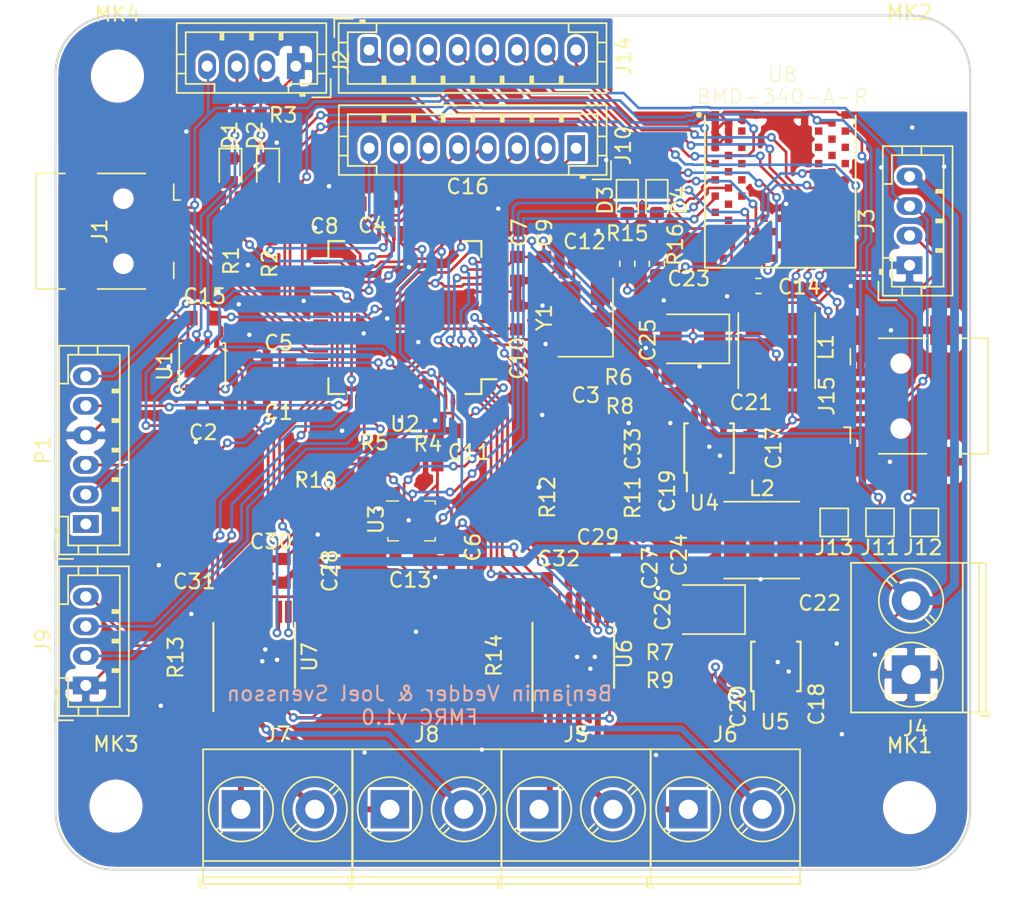
<source format=kicad_pcb>
(kicad_pcb (version 20190516) (host pcbnew "6.0.0-unknown-bc096dc~86~ubuntu18.04.1")
  (layers (0 "F.Cu" signal) (31 "B.Cu" signal) (34 "B.Paste" user) (35 "F.Paste" user) (36 "B.SilkS" user) (37 "F.SilkS" user) (38 "B.Mask" user) (39 "F.Mask" user) (44 "Edge.Cuts" user))
  (net 0 "")
  (net 1 "Net-(J5-Pad1)")
  (net 2 "Net-(J5-Pad2)")
  (net 3 "Net-(J8-Pad2)")
  (net 4 "Net-(J8-Pad1)")
  (net 5 "Net-(J7-Pad1)")
  (net 6 "Net-(J7-Pad2)")
  (net 7 "V_IN")
  (net 8 "GND")
  (net 9 "Net-(J6-Pad1)")
  (net 10 "Net-(J6-Pad2)")
  (net 11 "CANL")
  (net 12 "CANH")
  (net 13 "Net-(D1-Pad2)")
  (net 14 "Net-(R1-Pad1)")
  (net 15 "Net-(R2-Pad1)")
  (net 16 "Net-(D2-Pad2)")
  (net 17 "VCC")
  (net 18 "SDA")
  (net 19 "SCL")
  (net 20 "Net-(R6-Pad1)")
  (net 21 "Net-(R7-Pad1)")
  (net 22 "5V")
  (net 23 "DRV_nFAULT")
  (net 24 "V_METER")
  (net 25 "Net-(R13-Pad1)")
  (net 26 "Net-(R14-Pad1)")
  (net 27 "DRV_BIN1_1")
  (net 28 "DRV_BIN2_1")
  (net 29 "Net-(C27-Pad2)")
  (net 30 "DRV_AIN2_1")
  (net 31 "DRV_AIN1_1")
  (net 32 "DRV_AIN1_2")
  (net 33 "DRV_AIN2_2")
  (net 34 "Net-(C28-Pad2)")
  (net 35 "DRV_BIN2_2")
  (net 36 "DRV_BIN1_2")
  (net 37 "Net-(C20-Pad1)")
  (net 38 "Net-(C22-Pad2)")
  (net 39 "Net-(C22-Pad1)")
  (net 40 "Net-(C21-Pad1)")
  (net 41 "Net-(C21-Pad2)")
  (net 42 "Net-(C19-Pad1)")
  (net 43 "Net-(U2-Pad2)")
  (net 44 "Net-(U2-Pad3)")
  (net 45 "Net-(U2-Pad4)")
  (net 46 "Net-(C3-Pad2)")
  (net 47 "Net-(C12-Pad2)")
  (net 48 "NRST")
  (net 49 "Net-(U2-Pad9)")
  (net 50 "Net-(U2-Pad10)")
  (net 51 "Net-(U2-Pad11)")
  (net 52 "GPIO0")
  (net 53 "GPIO1")
  (net 54 "GPIO2")
  (net 55 "GPIO3")
  (net 56 "Net-(U2-Pad24)")
  (net 57 "Net-(U2-Pad28)")
  (net 58 "GPIO4")
  (net 59 "GPIO5")
  (net 60 "Net-(C4-Pad2)")
  (net 61 "GPIO6")
  (net 62 "GPIO7")
  (net 63 "Net-(U2-Pad41)")
  (net 64 "USB_DM")
  (net 65 "USB_DP")
  (net 66 "SWDIO")
  (net 67 "Net-(C5-Pad2)")
  (net 68 "SWCLK")
  (net 69 "Net-(U2-Pad50)")
  (net 70 "UART_RXD")
  (net 71 "UART_TXD")
  (net 72 "Net-(U2-Pad53)")
  (net 73 "Net-(U2-Pad54)")
  (net 74 "Net-(U2-Pad55)")
  (net 75 "Net-(U2-Pad56)")
  (net 76 "CAN_RX")
  (net 77 "CAN_TX")
  (net 78 "Net-(J1-Pad4)")
  (net 79 "Net-(P1-Pad1)")
  (net 80 "IMU_INT2")
  (net 81 "Net-(U3-Pad11)")
  (net 82 "Net-(U3-Pad10)")
  (net 83 "Net-(U3-Pad4)")
  (net 84 "Net-(U3-Pad3)")
  (net 85 "Net-(U3-Pad2)")
  (net 86 "NRFSWDCLK")
  (net 87 "NRFSWDIO")
  (net 88 "NRFRX")
  (net 89 "NRFTX")
  (net 90 "Net-(U8-Pad64)")
  (net 91 "Net-(U8-Pad63)")
  (net 92 "Net-(U8-Pad62)")
  (net 93 "Net-(U8-Pad61)")
  (net 94 "Net-(U8-Pad60)")
  (net 95 "Net-(U8-Pad59)")
  (net 96 "Net-(U8-Pad58)")
  (net 97 "Net-(U8-Pad57)")
  (net 98 "Net-(U8-Pad56)")
  (net 99 "Net-(U8-Pad54)")
  (net 100 "Net-(U8-Pad53)")
  (net 101 "Net-(U8-Pad52)")
  (net 102 "Net-(U8-Pad51)")
  (net 103 "Net-(U8-Pad50)")
  (net 104 "Net-(U8-Pad49)")
  (net 105 "Net-(U8-Pad48)")
  (net 106 "Net-(U8-Pad42)")
  (net 107 "Net-(U8-Pad41)")
  (net 108 "Net-(U8-Pad40)")
  (net 109 "Net-(U8-Pad39)")
  (net 110 "Net-(U8-Pad37)")
  (net 111 "Net-(U8-Pad35)")
  (net 112 "Net-(U8-Pad28)")
  (net 113 "Net-(U8-Pad27)")
  (net 114 "Net-(U8-Pad26)")
  (net 115 "Net-(U8-Pad25)")
  (net 116 "Net-(U8-Pad24)")
  (net 117 "Net-(U8-Pad23)")
  (net 118 "Net-(U8-Pad22)")
  (net 119 "Net-(U8-Pad14)")
  (net 120 "Net-(U8-Pad13)")
  (net 121 "Net-(U8-Pad12)")
  (net 122 "Net-(U8-Pad8)")
  (net 123 "Net-(D3-Pad2)")
  (net 124 "Net-(D4-Pad2)")
  (net 125 "Net-(R15-Pad1)")
  (net 126 "Net-(R16-Pad1)")
  (net 127 "Net-(J15-Pad4)")
  (net 128 "NRFUSBD+")
  (net 129 "NRFUSBD-")
  (net 130 "NRFGPIO8")
  (net 131 "NRFGPIO7")
  (net 132 "NRFGPIO6")
  (net 133 "NRFGPIO5")
  (net 134 "NRFGPIO4")
  (net 135 "NRFGPIO3")
  (net 136 "NRFGPIO2")
  (net 137 "NRFGPIO1")
  (module "Connector_USB:USB_Mini-B_Lumberg_2486_01_Horizontal" (layer "F.Cu") (at 141.5 96.75 90)
    (fp_text reference "J15" (at 0 -5 90) (layer "F.SilkS"))
    (fp_text value "USB_B_Mini")
    (pad "" np_thru_hole circle (at 2.2 0 90) (size 1 1) (drill 1) (layers *.Cu *.Mask))
    (pad "" np_thru_hole circle (at -2.2 0 90) (size 1 1) (drill 1) (layers *.Cu *.Mask))
    (pad "6" smd rect (at 4.45 2.85 90) (size 2 1.7) (layers "F.Cu" "F.Paste" "F.Mask") (net 8 "GND"))
    (pad "6" smd rect (at 4.45 -2.6 90) (size 2 1.7) (layers "F.Cu" "F.Paste" "F.Mask") (net 8 "GND"))
    (pad "6" smd rect (at -4.45 2.85 90) (size 2 1.7) (layers "F.Cu" "F.Paste" "F.Mask") (net 8 "GND"))
    (pad "6" smd rect (at -4.45 -2.6 90) (size 2 1.7) (layers "F.Cu" "F.Paste" "F.Mask") (net 8 "GND"))
    (pad "5" smd rect (at 1.6 -2.7 90) (size 0.5 2) (layers "F.Cu" "F.Paste" "F.Mask") (net 8 "GND"))
    (pad "4" smd rect (at 0.8 -2.7 90) (size 0.5 2) (layers "F.Cu" "F.Paste" "F.Mask") (net 127 "Net-(J15-Pad4)"))
    (pad "3" smd rect (at 0 -2.7 90) (size 0.5 2) (layers "F.Cu" "F.Paste" "F.Mask") (net 128 "NRFUSBD+"))
    (pad "2" smd rect (at -0.8 -2.7 90) (size 0.5 2) (layers "F.Cu" "F.Paste" "F.Mask") (net 129 "NRFUSBD-"))
    (pad "1" smd rect (at -1.6 -2.7 90) (size 0.5 2) (layers "F.Cu" "F.Paste" "F.Mask") (net 22 "5V"))
  )
  (module "TestPoint:TestPoint_Pad_1.5x1.5mm" (layer "F.Cu") (at 137 105.3 180)
    (fp_text reference "J13" (at 0 -1.7) (layer "F.SilkS"))
    (fp_text value "GND")
    (pad "1" smd rect (at 0 0 180) (size 1.5 1.5) (layers "F.Cu" "F.Mask") (net 8 "GND"))
  )
  (module "TestPoint:TestPoint_Pad_1.5x1.5mm" (layer "F.Cu") (at 143.1 105.3)
    (fp_text reference "J12" (at -0.1 1.7) (layer "F.SilkS"))
    (fp_text value "NRFSWDIO")
    (pad "1" smd rect (at 0 0) (size 1.5 1.5) (layers "F.Cu" "F.Mask") (net 87 "NRFSWDIO"))
  )
  (module "TestPoint:TestPoint_Pad_1.5x1.5mm" (layer "F.Cu") (at 140.1 105.3)
    (fp_text reference "J11" (at 0 1.7) (layer "F.SilkS"))
    (fp_text value "NRFSWDCLK")
    (pad "1" smd rect (at 0 0) (size 1.5 1.5) (layers "F.Cu" "F.Mask") (net 86 "NRFSWDCLK"))
  )
  (module "Resistor_SMD:R_0603_1608Metric" (layer "F.Cu") (at 125 87.8 90)
    (fp_text reference "R16" (at 1.3 1.25 270) (layer "F.SilkS"))
    (fp_text value "1k")
    (pad "2" smd roundrect (at 0.7875 0 90) (size 0.875 0.95) (layers "F.Cu" "F.Paste" "F.Mask") (net 124 "Net-(D4-Pad2)"))
    (pad "1" smd roundrect (at -0.7875 0 90) (size 0.875 0.95) (layers "F.Cu" "F.Paste" "F.Mask") (net 126 "Net-(R16-Pad1)"))
  )
  (module "Resistor_SMD:R_0603_1608Metric" (layer "F.Cu") (at 123 87.8 90)
    (fp_text reference "R15" (at 2.05 0 180) (layer "F.SilkS"))
    (fp_text value "1k")
    (pad "2" smd roundrect (at 0.7875 0 90) (size 0.875 0.95) (layers "F.Cu" "F.Paste" "F.Mask") (net 123 "Net-(D3-Pad2)"))
    (pad "1" smd roundrect (at -0.7875 0 90) (size 0.875 0.95) (layers "F.Cu" "F.Paste" "F.Mask") (net 125 "Net-(R15-Pad1)"))
  )
  (module "Connector_JST:JST_PH_B8B-PH-K_1x08_P2.00mm_Vertical" (layer "F.Cu") (at 105.53 73.33)
    (fp_text reference "J14" (at 17.22 0.42 90) (layer "F.SilkS"))
    (fp_text value "NRFGPIO")
    (pad "8" thru_hole oval (at 14 0) (size 1.2 1.75) (drill 0.75) (layers *.Cu *.Mask) (net 130 "NRFGPIO8"))
    (pad "7" thru_hole oval (at 12 0) (size 1.2 1.75) (drill 0.75) (layers *.Cu *.Mask) (net 131 "NRFGPIO7"))
    (pad "6" thru_hole oval (at 10 0) (size 1.2 1.75) (drill 0.75) (layers *.Cu *.Mask) (net 132 "NRFGPIO6"))
    (pad "5" thru_hole oval (at 8 0) (size 1.2 1.75) (drill 0.75) (layers *.Cu *.Mask) (net 133 "NRFGPIO5"))
    (pad "4" thru_hole oval (at 6 0) (size 1.2 1.75) (drill 0.75) (layers *.Cu *.Mask) (net 134 "NRFGPIO4"))
    (pad "3" thru_hole oval (at 4 0) (size 1.2 1.75) (drill 0.75) (layers *.Cu *.Mask) (net 135 "NRFGPIO3"))
    (pad "2" thru_hole oval (at 2 0) (size 1.2 1.75) (drill 0.75) (layers *.Cu *.Mask) (net 136 "NRFGPIO2"))
    (pad "1" thru_hole roundrect (at 0 0) (size 1.2 1.75) (drill 0.75) (layers *.Cu *.Mask) (roundrect_rratio 0.208333) (net 137 "NRFGPIO1"))
  )
  (module "LED_SMD:LED_0603_1608Metric" (layer "F.Cu") (at 125 83.6 270)
    (fp_text reference "D4" (at -0.1 -1.5 90) (layer "F.SilkS"))
    (fp_text value "GREEN")
    (pad "2" smd roundrect (at 0.7875 0 270) (size 0.875 0.95) (layers "F.Cu" "F.Paste" "F.Mask") (net 124 "Net-(D4-Pad2)"))
    (pad "1" smd roundrect (at -0.7875 0 270) (size 0.875 0.95) (layers "F.Cu" "F.Paste" "F.Mask") (net 8 "GND"))
  )
  (module "LED_SMD:LED_0603_1608Metric" (layer "F.Cu") (at 123 83.6 270)
    (fp_text reference "D3" (at -0.1 1.5 270) (layer "F.SilkS"))
    (fp_text value "RED")
    (pad "2" smd roundrect (at 0.7875 0 270) (size 0.875 0.95) (layers "F.Cu" "F.Paste" "F.Mask") (net 123 "Net-(D3-Pad2)"))
    (pad "1" smd roundrect (at -0.7875 0 270) (size 0.875 0.95) (layers "F.Cu" "F.Paste" "F.Mask") (net 8 "GND"))
  )
  (module "crf1:RIGADO_BMD-340-A-R" (layer "F.Cu") (at 133.35 80.57 270)
    (fp_text reference "U8" (at -5.57 -0.15) (layer "F.SilkS") (effects (font (size 1.00423 1.00423) (thickness 0.05))))
    (fp_text value "BMD-340-A-R" (at -4.07 -0.15 180) (layer "F.SilkS") (effects (font (size 1.00438 1.00438) (thickness 0.05))))
    (pad "1" smd rect (at -2.85 4.4 270) (size 0.5 0.5) (layers "F.Cu" "F.Paste" "F.Mask") (net 8 "GND"))
    (pad "2" smd rect (at -2.3 3.5 270) (size 0.5 0.5) (layers "F.Cu" "F.Paste" "F.Mask") (net 8 "GND"))
    (pad "3" smd rect (at -1.75 4.4 270) (size 0.5 0.5) (layers "F.Cu" "F.Paste" "F.Mask") (net 8 "GND"))
    (pad "4" smd rect (at -1.2 3.5 270) (size 0.5 0.5) (layers "F.Cu" "F.Paste" "F.Mask") (net 8 "GND"))
    (pad "5" smd rect (at -0.65 4.4 270) (size 0.5 0.5) (layers "F.Cu" "F.Paste" "F.Mask") (net 8 "GND"))
    (pad "6" smd rect (at -0.1 3.5 270) (size 0.5 0.5) (layers "F.Cu" "F.Paste" "F.Mask") (net 89 "NRFTX"))
    (pad "7" smd rect (at 0.45 4.4 270) (size 0.5 0.5) (layers "F.Cu" "F.Paste" "F.Mask") (net 88 "NRFRX"))
    (pad "8" smd rect (at 1 3.5 270) (size 0.5 0.5) (layers "F.Cu" "F.Paste" "F.Mask") (net 122 "Net-(U8-Pad8)"))
    (pad "9" smd rect (at 1.55 4.4 270) (size 0.5 0.5) (layers "F.Cu" "F.Paste" "F.Mask") (net 18 "SDA"))
    (pad "10" smd rect (at 2.1 3.5 270) (size 0.5 0.5) (layers "F.Cu" "F.Paste" "F.Mask") (net 19 "SCL"))
    (pad "11" smd rect (at 2.65 4.4 270) (size 0.5 0.5) (layers "F.Cu" "F.Paste" "F.Mask") (net 80 "IMU_INT2"))
    (pad "12" smd rect (at 3.2 3.5 270) (size 0.5 0.5) (layers "F.Cu" "F.Paste" "F.Mask") (net 121 "Net-(U8-Pad12)"))
    (pad "13" smd rect (at 3.75 4.4 270) (size 0.5 0.5) (layers "F.Cu" "F.Paste" "F.Mask") (net 120 "Net-(U8-Pad13)"))
    (pad "14" smd rect (at 4.3 3.5 270) (size 0.5 0.5) (layers "F.Cu" "F.Paste" "F.Mask") (net 119 "Net-(U8-Pad14)"))
    (pad "15" smd rect (at 4.85 4.4 270) (size 0.5 0.5) (layers "F.Cu" "F.Paste" "F.Mask") (net 137 "NRFGPIO1"))
    (pad "16" smd rect (at 5.95 4.4 270) (size 0.5 0.5) (layers "F.Cu" "F.Paste" "F.Mask") (net 8 "GND"))
    (pad "17" smd rect (at 5.95 3.3 270) (size 0.5 0.5) (layers "F.Cu" "F.Paste" "F.Mask") (net 17 "VCC"))
    (pad "18" smd rect (at 5.05 2.75 270) (size 0.5 0.5) (layers "F.Cu" "F.Paste" "F.Mask") (net 8 "GND"))
    (pad "19" smd rect (at 5.95 2.2 270) (size 0.5 0.5) (layers "F.Cu" "F.Paste" "F.Mask") (net 136 "NRFGPIO2"))
    (pad "20" smd rect (at 5.05 1.65 270) (size 0.5 0.5) (layers "F.Cu" "F.Paste" "F.Mask") (net 135 "NRFGPIO3"))
    (pad "21" smd rect (at 5.95 1.1 270) (size 0.5 0.5) (layers "F.Cu" "F.Paste" "F.Mask") (net 134 "NRFGPIO4"))
    (pad "22" smd rect (at 5.05 0.55 270) (size 0.5 0.5) (layers "F.Cu" "F.Paste" "F.Mask") (net 118 "Net-(U8-Pad22)"))
    (pad "23" smd rect (at 5.95 0 270) (size 0.5 0.5) (layers "F.Cu" "F.Paste" "F.Mask") (net 117 "Net-(U8-Pad23)"))
    (pad "24" smd rect (at 5.05 -0.55 270) (size 0.5 0.5) (layers "F.Cu" "F.Paste" "F.Mask") (net 116 "Net-(U8-Pad24)"))
    (pad "25" smd rect (at 5.95 -1.1 270) (size 0.5 0.5) (layers "F.Cu" "F.Paste" "F.Mask") (net 115 "Net-(U8-Pad25)"))
    (pad "26" smd rect (at 5.05 -1.65 270) (size 0.5 0.5) (layers "F.Cu" "F.Paste" "F.Mask") (net 114 "Net-(U8-Pad26)"))
    (pad "27" smd rect (at 5.95 -2.2 270) (size 0.5 0.5) (layers "F.Cu" "F.Paste" "F.Mask") (net 113 "Net-(U8-Pad27)"))
    (pad "28" smd rect (at 5.05 -2.75 270) (size 0.5 0.5) (layers "F.Cu" "F.Paste" "F.Mask") (net 112 "Net-(U8-Pad28)"))
    (pad "29" smd rect (at 5.95 -3.3 270) (size 0.5 0.5) (layers "F.Cu" "F.Paste" "F.Mask") (net 8 "GND"))
    (pad "30" smd rect (at 5.95 -4.4 270) (size 0.5 0.5) (layers "F.Cu" "F.Paste" "F.Mask") (net 8 "GND"))
    (pad "31" smd rect (at 4.85 -4.4 270) (size 0.5 0.5) (layers "F.Cu" "F.Paste" "F.Mask") (net 133 "NRFGPIO5"))
    (pad "32" smd rect (at 4.3 -3.5 270) (size 0.5 0.5) (layers "F.Cu" "F.Paste" "F.Mask") (net 132 "NRFGPIO6"))
    (pad "33" smd rect (at 3.75 -4.4 270) (size 0.5 0.5) (layers "F.Cu" "F.Paste" "F.Mask") (net 131 "NRFGPIO7"))
    (pad "34" smd rect (at 3.2 -3.5 270) (size 0.5 0.5) (layers "F.Cu" "F.Paste" "F.Mask") (net 130 "NRFGPIO8"))
    (pad "35" smd rect (at 2.65 -4.4 270) (size 0.5 0.5) (layers "F.Cu" "F.Paste" "F.Mask") (net 111 "Net-(U8-Pad35)"))
    (pad "36" smd rect (at 2.1 -3.5 270) (size 0.5 0.5) (layers "F.Cu" "F.Paste" "F.Mask") (net 126 "Net-(R16-Pad1)"))
    (pad "37" smd rect (at 1.55 -4.4 270) (size 0.5 0.5) (layers "F.Cu" "F.Paste" "F.Mask") (net 110 "Net-(U8-Pad37)"))
    (pad "38" smd rect (at 1 -3.5 270) (size 0.5 0.5) (layers "F.Cu" "F.Paste" "F.Mask") (net 125 "Net-(R15-Pad1)"))
    (pad "39" smd rect (at 0.45 -4.4 270) (size 0.5 0.5) (layers "F.Cu" "F.Paste" "F.Mask") (net 109 "Net-(U8-Pad39)"))
    (pad "40" smd rect (at -0.1 -3.5 270) (size 0.5 0.5) (layers "F.Cu" "F.Paste" "F.Mask") (net 108 "Net-(U8-Pad40)"))
    (pad "41" smd rect (at -0.65 -4.4 270) (size 0.5 0.5) (layers "F.Cu" "F.Paste" "F.Mask") (net 107 "Net-(U8-Pad41)"))
    (pad "42" smd rect (at -1.2 -3.5 270) (size 0.5 0.5) (layers "F.Cu" "F.Paste" "F.Mask") (net 106 "Net-(U8-Pad42)"))
    (pad "43" smd rect (at -1.75 -4.4 270) (size 0.5 0.5) (layers "F.Cu" "F.Paste" "F.Mask") (net 86 "NRFSWDCLK"))
    (pad "44" smd rect (at -2.3 -3.5 270) (size 0.5 0.5) (layers "F.Cu" "F.Paste" "F.Mask") (net 87 "NRFSWDIO"))
    (pad "45" smd rect (at -2.85 -4.4 270) (size 0.5 0.5) (layers "F.Cu" "F.Paste" "F.Mask") (net 8 "GND"))
    (pad "46" smd rect (at -2.85 -1.65 270) (size 0.5 0.5) (layers "F.Cu" "F.Paste" "F.Mask") (net 8 "GND"))
    (pad "47" smd rect (at -2.85 1.65 270) (size 0.5 0.5) (layers "F.Cu" "F.Paste" "F.Mask") (net 8 "GND"))
    (pad "48" smd rect (at -1.75 2.6 270) (size 0.5 0.5) (layers "F.Cu" "F.Paste" "F.Mask") (net 105 "Net-(U8-Pad48)"))
    (pad "49" smd rect (at -0.65 2.6 270) (size 0.5 0.5) (layers "F.Cu" "F.Paste" "F.Mask") (net 104 "Net-(U8-Pad49)"))
    (pad "50" smd rect (at 0.45 2.6 270) (size 0.5 0.5) (layers "F.Cu" "F.Paste" "F.Mask") (net 103 "Net-(U8-Pad50)"))
    (pad "51" smd rect (at 1.55 2.6 270) (size 0.5 0.5) (layers "F.Cu" "F.Paste" "F.Mask") (net 102 "Net-(U8-Pad51)"))
    (pad "52" smd rect (at 2.65 2.6 270) (size 0.5 0.5) (layers "F.Cu" "F.Paste" "F.Mask") (net 101 "Net-(U8-Pad52)"))
    (pad "53" smd rect (at 4.15 1.1 270) (size 0.5 0.5) (layers "F.Cu" "F.Paste" "F.Mask") (net 100 "Net-(U8-Pad53)"))
    (pad "54" smd rect (at 4.15 0 270) (size 0.5 0.5) (layers "F.Cu" "F.Paste" "F.Mask") (net 99 "Net-(U8-Pad54)"))
    (pad "55" smd rect (at 4.15 -1.1 270) (size 0.5 0.5) (layers "F.Cu" "F.Paste" "F.Mask") (net 8 "GND"))
    (pad "56" smd rect (at 2.65 -2.6 270) (size 0.5 0.5) (layers "F.Cu" "F.Paste" "F.Mask") (net 98 "Net-(U8-Pad56)"))
    (pad "57" smd rect (at 1.55 -2.6 270) (size 0.5 0.5) (layers "F.Cu" "F.Paste" "F.Mask") (net 97 "Net-(U8-Pad57)"))
    (pad "58" smd rect (at 0.45 -2.6 270) (size 0.5 0.5) (layers "F.Cu" "F.Paste" "F.Mask") (net 96 "Net-(U8-Pad58)"))
    (pad "59" smd rect (at -0.65 -2.6 270) (size 0.5 0.5) (layers "F.Cu" "F.Paste" "F.Mask") (net 95 "Net-(U8-Pad59)"))
    (pad "60" smd rect (at -1.75 -2.6 270) (size 0.5 0.5) (layers "F.Cu" "F.Paste" "F.Mask") (net 94 "Net-(U8-Pad60)"))
    (pad "61" smd rect (at 6.85 3.85 270) (size 0.5 0.5) (layers "F.Cu" "F.Paste" "F.Mask") (net 93 "Net-(U8-Pad61)"))
    (pad "62" smd rect (at 6.85 2.75 270) (size 0.5 0.5) (layers "F.Cu" "F.Paste" "F.Mask") (net 92 "Net-(U8-Pad62)"))
    (pad "63" smd rect (at 6.85 1.65 270) (size 0.5 0.5) (layers "F.Cu" "F.Paste" "F.Mask") (net 91 "Net-(U8-Pad63)"))
    (pad "64" smd rect (at 6.85 0.55 270) (size 0.5 0.5) (layers "F.Cu" "F.Paste" "F.Mask") (net 90 "Net-(U8-Pad64)"))
    (pad "65" smd rect (at 6.85 -0.55 270) (size 0.5 0.5) (layers "F.Cu" "F.Paste" "F.Mask") (net 17 "VCC"))
    (pad "66" smd rect (at 6.85 -1.65 270) (size 0.5 0.5) (layers "F.Cu" "F.Paste" "F.Mask") (net 22 "5V"))
    (pad "67" smd rect (at 6.85 -2.75 270) (size 0.5 0.5) (layers "F.Cu" "F.Paste" "F.Mask") (net 129 "NRFUSBD-"))
    (pad "68" smd rect (at 6.85 -3.85 270) (size 0.5 0.5) (layers "F.Cu" "F.Paste" "F.Mask") (net 128 "NRFUSBD+"))
  )
  (module "Capacitor_SMD:C_0603_1608Metric" (layer "F.Cu") (at 131.87 89.3 180)
    (fp_text reference "C14" (at -2.77 -0.06) (layer "F.SilkS"))
    (fp_text value "2.2u")
    (pad "2" smd roundrect (at 0.7875 0 180) (size 0.875 0.95) (layers "F.Cu" "F.Paste" "F.Mask") (net 8 "GND"))
    (pad "1" smd roundrect (at -0.7875 0 180) (size 0.875 0.95) (layers "F.Cu" "F.Paste" "F.Mask") (net 17 "VCC"))
  )
  (module "Package_LGA:Bosch_LGA-14_3x2.5mm_P0.5mm" (layer "F.Cu") (at 108.4 105.2)
    (fp_text reference "U3" (at -2.4 -0.1 270) (layer "F.SilkS"))
    (fp_text value "BMI160")
    (pad "11" smd rect (at 1.2625 -0.75) (size 0.675 0.25) (layers "F.Cu" "F.Paste" "F.Mask") (net 81 "Net-(U3-Pad11)"))
    (pad "10" smd rect (at 1.2625 -0.25) (size 0.675 0.25) (layers "F.Cu" "F.Paste" "F.Mask") (net 82 "Net-(U3-Pad10)"))
    (pad "9" smd rect (at 1.2625 0.25) (size 0.675 0.25) (layers "F.Cu" "F.Paste" "F.Mask") (net 80 "IMU_INT2"))
    (pad "8" smd rect (at 1.2625 0.75) (size 0.675 0.25) (layers "F.Cu" "F.Paste" "F.Mask") (net 17 "VCC"))
    (pad "4" smd rect (at -1.2625 0.75) (size 0.675 0.25) (layers "F.Cu" "F.Paste" "F.Mask") (net 83 "Net-(U3-Pad4)"))
    (pad "3" smd rect (at -1.2625 0.25) (size 0.675 0.25) (layers "F.Cu" "F.Paste" "F.Mask") (net 84 "Net-(U3-Pad3)"))
    (pad "2" smd rect (at -1.2625 -0.25) (size 0.675 0.25) (layers "F.Cu" "F.Paste" "F.Mask") (net 85 "Net-(U3-Pad2)"))
    (pad "1" smd rect (at -1.2625 -0.75) (size 0.675 0.25) (layers "F.Cu" "F.Paste" "F.Mask") (net 8 "GND"))
    (pad "7" smd rect (at 0.5 1.0125) (size 0.25 0.675) (layers "F.Cu" "F.Paste" "F.Mask") (net 8 "GND"))
    (pad "6" smd rect (at 0 1.0125) (size 0.25 0.675) (layers "F.Cu" "F.Paste" "F.Mask") (net 8 "GND"))
    (pad "5" smd rect (at -0.5 1.0125) (size 0.25 0.675) (layers "F.Cu" "F.Paste" "F.Mask") (net 17 "VCC"))
    (pad "12" smd rect (at 0.5 -1.0125) (size 0.25 0.675) (layers "F.Cu" "F.Paste" "F.Mask") (net 17 "VCC"))
    (pad "14" smd rect (at -0.5 -1.0125) (size 0.25 0.675) (layers "F.Cu" "F.Paste" "F.Mask") (net 18 "SDA"))
    (pad "13" smd rect (at 0 -1.0125) (size 0.25 0.675) (layers "F.Cu" "F.Paste" "F.Mask") (net 19 "SCL"))
  )
  (module "Capacitor_SMD:C_0603_1608Metric" (layer "F.Cu") (at 120.18 95.25)
    (fp_text reference "C3" (at 0 1.45) (layer "F.SilkS"))
    (fp_text value "15p")
    (pad "1" smd rect (at -0.8 0) (size 0.82 1) (layers "F.Cu" "F.Paste" "F.Mask") (net 8 "GND"))
    (pad "2" smd rect (at 0.8 0) (size 0.82 1) (layers "F.Cu" "F.Paste" "F.Mask") (net 46 "Net-(C3-Pad2)"))
  )
  (module "Capacitor_SMD:C_0603_1608Metric" (layer "F.Cu") (at 105.75 83.75 180)
    (fp_text reference "C4" (at 0 -1.45) (layer "F.SilkS"))
    (fp_text value "2.2u")
    (pad "2" smd rect (at 0.8 0 180) (size 0.82 1) (layers "F.Cu" "F.Paste" "F.Mask") (net 60 "Net-(C4-Pad2)"))
    (pad "1" smd rect (at -0.8 0 180) (size 0.82 1) (layers "F.Cu" "F.Paste" "F.Mask") (net 8 "GND"))
  )
  (module "Capacitor_SMD:C_0603_1608Metric" (layer "F.Cu") (at 99.4 94.6)
    (fp_text reference "C5" (at 0 -1.45) (layer "F.SilkS"))
    (fp_text value "2.2u")
    (pad "1" smd rect (at -0.8 0) (size 0.82 1) (layers "F.Cu" "F.Paste" "F.Mask") (net 8 "GND"))
    (pad "2" smd rect (at 0.8 0) (size 0.82 1) (layers "F.Cu" "F.Paste" "F.Mask") (net 67 "Net-(C5-Pad2)"))
  )
  (module "Capacitor_SMD:C_0603_1608Metric" (layer "F.Cu") (at 111.1 106.98 270)
    (fp_text reference "C6" (at 0 -1.45 270) (layer "F.SilkS"))
    (fp_text value "2.2u")
    (pad "2" smd rect (at 0.8 0 270) (size 0.82 1) (layers "F.Cu" "F.Paste" "F.Mask") (net 8 "GND"))
    (pad "1" smd rect (at -0.8 0 270) (size 0.82 1) (layers "F.Cu" "F.Paste" "F.Mask") (net 17 "VCC"))
  )
  (module "Capacitor_SMD:C_0603_1608Metric" (layer "F.Cu") (at 115.57 88.138 270)
    (fp_text reference "C7" (at -2.438 -0.13 270) (layer "F.SilkS"))
    (fp_text value "2.2u")
    (pad "1" smd rect (at -0.8 0 270) (size 0.82 1) (layers "F.Cu" "F.Paste" "F.Mask") (net 17 "VCC"))
    (pad "2" smd rect (at 0.8 0 270) (size 0.82 1) (layers "F.Cu" "F.Paste" "F.Mask") (net 8 "GND"))
  )
  (module "Capacitor_SMD:C_0603_1608Metric" (layer "F.Cu") (at 102.5 83.8 180)
    (fp_text reference "C8" (at 0 -1.45) (layer "F.SilkS"))
    (fp_text value "2.2u")
    (pad "2" smd rect (at 0.8 0 180) (size 0.82 1) (layers "F.Cu" "F.Paste" "F.Mask") (net 8 "GND"))
    (pad "1" smd rect (at -0.8 0 180) (size 0.82 1) (layers "F.Cu" "F.Paste" "F.Mask") (net 17 "VCC"))
  )
  (module "Capacitor_SMD:C_0603_1608Metric" (layer "F.Cu") (at 94.3 97.76 180)
    (fp_text reference "C2" (at 0 -1.45) (layer "F.SilkS"))
    (fp_text value "2.2u")
    (pad "1" smd rect (at -0.8 0 180) (size 0.82 1) (layers "F.Cu" "F.Paste" "F.Mask") (net 22 "5V"))
    (pad "2" smd rect (at 0.8 0 180) (size 0.82 1) (layers "F.Cu" "F.Paste" "F.Mask") (net 8 "GND"))
  )
  (module "Capacitor_SMD:C_0603_1608Metric" (layer "F.Cu") (at 99.4 96.4 180)
    (fp_text reference "C1" (at 0 -1.45 180) (layer "F.SilkS"))
    (fp_text value "2.2u")
    (pad "2" smd rect (at 0.8 0 180) (size 0.82 1) (layers "F.Cu" "F.Paste" "F.Mask") (net 8 "GND"))
    (pad "1" smd rect (at -0.8 0 180) (size 0.82 1) (layers "F.Cu" "F.Paste" "F.Mask") (net 17 "VCC"))
  )
  (module "Capacitor_SMD:C_0603_1608Metric" (layer "F.Cu") (at 117.348 88.138 270)
    (fp_text reference "C9" (at -2.438 -0.052 270) (layer "F.SilkS"))
    (fp_text value "2.2u")
    (pad "1" smd rect (at -0.8 0 270) (size 0.82 1) (layers "F.Cu" "F.Paste" "F.Mask") (net 17 "VCC"))
    (pad "2" smd rect (at 0.8 0 270) (size 0.82 1) (layers "F.Cu" "F.Paste" "F.Mask") (net 8 "GND"))
  )
  (module "Capacitor_SMD:C_0603_1608Metric" (layer "F.Cu") (at 115.57 91.44 90)
    (fp_text reference "C10" (at -2.76 0.03 90) (layer "F.SilkS"))
    (fp_text value "100n")
    (pad "2" smd rect (at 0.8 0 90) (size 0.82 1) (layers "F.Cu" "F.Paste" "F.Mask") (net 8 "GND"))
    (pad "1" smd rect (at -0.8 0 90) (size 0.82 1) (layers "F.Cu" "F.Paste" "F.Mask") (net 48 "NRST"))
  )
  (module "Capacitor_SMD:C_0603_1608Metric" (layer "F.Cu") (at 112.3 99.1 180)
    (fp_text reference "C11" (at 0 -1.45) (layer "F.SilkS"))
    (fp_text value "2.2u")
    (pad "1" smd rect (at -0.8 0 180) (size 0.82 1) (layers "F.Cu" "F.Paste" "F.Mask") (net 17 "VCC"))
    (pad "2" smd rect (at 0.8 0 180) (size 0.82 1) (layers "F.Cu" "F.Paste" "F.Mask") (net 8 "GND"))
  )
  (module "Capacitor_SMD:C_0603_1608Metric" (layer "F.Cu") (at 120.18 87.63 180)
    (fp_text reference "C12" (at 0.08 1.33 180) (layer "F.SilkS"))
    (fp_text value "15p")
    (pad "2" smd rect (at 0.8 0 180) (size 0.82 1) (layers "F.Cu" "F.Paste" "F.Mask") (net 47 "Net-(C12-Pad2)"))
    (pad "1" smd rect (at -0.8 0 180) (size 0.82 1) (layers "F.Cu" "F.Paste" "F.Mask") (net 8 "GND"))
  )
  (module "Capacitor_SMD:C_0603_1608Metric" (layer "F.Cu") (at 108.11 107.69)
    (fp_text reference "C13" (at 0.19 1.51 180) (layer "F.SilkS"))
    (fp_text value "2.2u")
    (pad "1" smd rect (at -0.8 0) (size 0.82 1) (layers "F.Cu" "F.Paste" "F.Mask") (net 17 "VCC"))
    (pad "2" smd rect (at 0.8 0) (size 0.82 1) (layers "F.Cu" "F.Paste" "F.Mask") (net 8 "GND"))
  )
  (module "Capacitor_SMD:C_0603_1608Metric" (layer "F.Cu") (at 94.31 91.48 180)
    (fp_text reference "C15" (at -0.09 1.48) (layer "F.SilkS"))
    (fp_text value "2.2u")
    (pad "1" smd rect (at -0.8 0 180) (size 0.82 1) (layers "F.Cu" "F.Paste" "F.Mask") (net 17 "VCC"))
    (pad "2" smd rect (at 0.8 0 180) (size 0.82 1) (layers "F.Cu" "F.Paste" "F.Mask") (net 8 "GND"))
  )
  (module "Capacitor_SMD:C_0603_1608Metric" (layer "F.Cu") (at 112.2 84.1)
    (fp_text reference "C16" (at 0 -1.524) (layer "F.SilkS"))
    (fp_text value "2.2u")
    (pad "2" smd rect (at 0.8 0) (size 0.82 1) (layers "F.Cu" "F.Paste" "F.Mask") (net 8 "GND"))
    (pad "1" smd rect (at -0.8 0) (size 0.82 1) (layers "F.Cu" "F.Paste" "F.Mask") (net 17 "VCC"))
  )
  (module "Capacitor_SMD:C_0603_1608Metric" (layer "F.Cu") (at 118.364 109.16 180)
    (fp_text reference "C32" (at 0 1.41 180) (layer "F.SilkS"))
    (fp_text value "2.2u")
    (pad "1" smd rect (at -0.8 0 180) (size 0.82 1) (layers "F.Cu" "F.Paste" "F.Mask") (net 8 "GND"))
    (pad "2" smd rect (at 0.8 0 180) (size 0.82 1) (layers "F.Cu" "F.Paste" "F.Mask") (net 17 "VCC"))
  )
  (module "Capacitor_SMD:C_0603_1608Metric" (layer "F.Cu") (at 96.774 109.28 180)
    (fp_text reference "C31" (at 3.074 -0.02) (layer "F.SilkS"))
    (fp_text value "2.2u")
    (pad "2" smd rect (at 0.8 0 180) (size 0.82 1) (layers "F.Cu" "F.Paste" "F.Mask") (net 17 "VCC"))
    (pad "1" smd rect (at -0.8 0 180) (size 0.82 1) (layers "F.Cu" "F.Paste" "F.Mask") (net 8 "GND"))
  )
  (module "Capacitor_SMD:C_0603_1608Metric" (layer "F.Cu") (at 99.72 108.58 90)
    (fp_text reference "C30" (at 1.98 -0.82) (layer "F.SilkS"))
    (fp_text value "10uF")
    (pad "1" smd rect (at -0.8 0 90) (size 0.82 1) (layers "F.Cu" "F.Paste" "F.Mask") (net 7 "V_IN"))
    (pad "2" smd rect (at 0.8 0 90) (size 0.82 1) (layers "F.Cu" "F.Paste" "F.Mask") (net 8 "GND"))
  )
  (module "Capacitor_SMD:C_0603_1608Metric" (layer "F.Cu") (at 121.35 108.39 90)
    (fp_text reference "C29" (at 2.09 -0.35 180) (layer "F.SilkS"))
    (fp_text value "10uF")
    (pad "2" smd rect (at 0.8 0 90) (size 0.82 1) (layers "F.Cu" "F.Paste" "F.Mask") (net 8 "GND"))
    (pad "1" smd rect (at -0.8 0 90) (size 0.82 1) (layers "F.Cu" "F.Paste" "F.Mask") (net 7 "V_IN"))
  )
  (module "Capacitor_SMD:C_0603_1608Metric" (layer "F.Cu") (at 101.42 108.58 270)
    (fp_text reference "C28" (at 0 -1.45 270) (layer "F.SilkS"))
    (fp_text value "0.01uF")
    (pad "1" smd rect (at -0.8 0 270) (size 0.82 1) (layers "F.Cu" "F.Paste" "F.Mask") (net 7 "V_IN"))
    (pad "2" smd rect (at 0.8 0 270) (size 0.82 1) (layers "F.Cu" "F.Paste" "F.Mask") (net 34 "Net-(C28-Pad2)"))
  )
  (module "Capacitor_SMD:C_0603_1608Metric" (layer "F.Cu") (at 123.08 108.41 270)
    (fp_text reference "C27" (at 0 -1.45 270) (layer "F.SilkS"))
    (fp_text value "0.01uF")
    (pad "2" smd rect (at 0.8 0 270) (size 0.82 1) (layers "F.Cu" "F.Paste" "F.Mask") (net 29 "Net-(C27-Pad2)"))
    (pad "1" smd rect (at -0.8 0 270) (size 0.82 1) (layers "F.Cu" "F.Paste" "F.Mask") (net 7 "V_IN"))
  )
  (module "Capacitor_SMD:C_0603_1608Metric" (layer "F.Cu") (at 127.8 107.5 90)
    (fp_text reference "C24" (at -0.01 -1.29 270) (layer "F.SilkS"))
    (fp_text value "2.2u")
    (pad "1" smd rect (at -0.8 0 90) (size 0.82 1) (layers "F.Cu" "F.Paste" "F.Mask") (net 22 "5V"))
    (pad "2" smd rect (at 0.8 0 90) (size 0.82 1) (layers "F.Cu" "F.Paste" "F.Mask") (net 8 "GND"))
  )
  (module "Capacitor_SMD:C_0603_1608Metric" (layer "F.Cu") (at 127.16 90.21 180)
    (fp_text reference "C23" (at 0 1.40695 180) (layer "F.SilkS"))
    (fp_text value "2.2u")
    (pad "2" smd rect (at 0.8 0 180) (size 0.82 1) (layers "F.Cu" "F.Paste" "F.Mask") (net 8 "GND"))
    (pad "1" smd rect (at -0.8 0 180) (size 0.82 1) (layers "F.Cu" "F.Paste" "F.Mask") (net 17 "VCC"))
  )
  (module "Capacitor_SMD:C_0603_1608Metric" (layer "F.Cu") (at 133.196 110.696)
    (fp_text reference "C22" (at 2.814 0.064) (layer "F.SilkS"))
    (fp_text value "100n")
    (pad "1" smd rect (at -0.8 0) (size 0.82 1) (layers "F.Cu" "F.Paste" "F.Mask") (net 39 "Net-(C22-Pad1)"))
    (pad "2" smd rect (at 0.8 0) (size 0.82 1) (layers "F.Cu" "F.Paste" "F.Mask") (net 38 "Net-(C22-Pad2)"))
  )
  (module "Capacitor_SMD:C_0603_1608Metric" (layer "F.Cu") (at 128.529572 95.994)
    (fp_text reference "C21" (at 2.840428 1.186) (layer "F.SilkS"))
    (fp_text value "100n")
    (pad "2" smd rect (at 0.8 0) (size 0.82 1) (layers "F.Cu" "F.Paste" "F.Mask") (net 41 "Net-(C21-Pad2)"))
    (pad "1" smd rect (at -0.8 0) (size 0.82 1) (layers "F.Cu" "F.Paste" "F.Mask") (net 40 "Net-(C21-Pad1)"))
  )
  (module "Capacitor_SMD:C_0603_1608Metric" (layer "F.Cu") (at 130.402 115.014 90)
    (fp_text reference "C20" (at -2.736 0.098 270) (layer "F.SilkS"))
    (fp_text value "2.2u")
    (pad "1" smd rect (at -0.8 0 90) (size 0.82 1) (layers "F.Cu" "F.Paste" "F.Mask") (net 37 "Net-(C20-Pad1)"))
    (pad "2" smd rect (at 0.8 0 90) (size 0.82 1) (layers "F.Cu" "F.Paste" "F.Mask") (net 8 "GND"))
  )
  (module "Capacitor_SMD:C_0603_1608Metric" (layer "F.Cu") (at 125.766 100.312 90)
    (fp_text reference "C19" (at -2.868 -0.056 270) (layer "F.SilkS"))
    (fp_text value "2.2u")
    (pad "2" smd rect (at 0.8 0 90) (size 0.82 1) (layers "F.Cu" "F.Paste" "F.Mask") (net 8 "GND"))
    (pad "1" smd rect (at -0.8 0 90) (size 0.82 1) (layers "F.Cu" "F.Paste" "F.Mask") (net 42 "Net-(C19-Pad1)"))
  )
  (module "Capacitor_SMD:C_0603_1608Metric" (layer "F.Cu") (at 135.736 114.76 90)
    (fp_text reference "C18" (at -2.84 0.064 270) (layer "F.SilkS"))
    (fp_text value "2.2u")
    (pad "2" smd rect (at 0.8 0 90) (size 0.82 1) (layers "F.Cu" "F.Paste" "F.Mask") (net 8 "GND"))
    (pad "1" smd rect (at -0.8 0 90) (size 0.82 1) (layers "F.Cu" "F.Paste" "F.Mask") (net 7 "V_IN"))
  )
  (module "Capacitor_SMD:C_0603_1608Metric" (layer "F.Cu") (at 121.92 100.33 270)
    (fp_text reference "C33" (at 0 -1.45 270) (layer "F.SilkS"))
    (fp_text value "2.2u")
    (pad "2" smd rect (at 0.8 0 270) (size 0.82 1) (layers "F.Cu" "F.Paste" "F.Mask") (net 24 "V_METER"))
    (pad "1" smd rect (at -0.8 0 270) (size 0.82 1) (layers "F.Cu" "F.Paste" "F.Mask") (net 8 "GND"))
  )
  (module "Capacitor_SMD:C_0603_1608Metric" (layer "F.Cu") (at 131.354 100.312 90)
    (fp_text reference "C17" (at 0.042 1.546 90) (layer "F.SilkS"))
    (fp_text value "2.2u")
    (pad "1" smd rect (at -0.8 0 90) (size 0.82 1) (layers "F.Cu" "F.Paste" "F.Mask") (net 22 "5V"))
    (pad "2" smd rect (at 0.8 0 90) (size 0.82 1) (layers "F.Cu" "F.Paste" "F.Mask") (net 8 "GND"))
  )
  (module "Capacitor_Tantalum_SMD:CP_EIA-3528-12_Kemet-T" (layer "F.Cu") (at 127.43 92.88 180)
    (fp_text reference "C25" (at 3.039572 -0.08305 270) (layer "F.SilkS"))
    (fp_text value "100u")
    (pad "2" smd rect (at 1.48 0 180) (size 1.46 2.4) (layers "F.Cu" "F.Paste" "F.Mask") (net 8 "GND"))
    (pad "1" smd rect (at -1.48 0 180) (size 1.46 2.4) (layers "F.Cu" "F.Paste" "F.Mask") (net 17 "VCC"))
  )
  (module "Capacitor_Tantalum_SMD:CP_EIA-3528-12_Kemet-T" (layer "F.Cu") (at 128.5 111.2 180)
    (fp_text reference "C26" (at 3.1 0 270) (layer "F.SilkS"))
    (fp_text value "100u")
    (pad "1" smd rect (at -1.48 0 180) (size 1.46 2.4) (layers "F.Cu" "F.Paste" "F.Mask") (net 22 "5V"))
    (pad "2" smd rect (at 1.48 0 180) (size 1.46 2.4) (layers "F.Cu" "F.Paste" "F.Mask") (net 8 "GND"))
  )
  (module "Connector_JST:JST_PH_B4B-PH-K_1x04_P2.00mm_Vertical" (layer "F.Cu") (at 86.36 116.332 90)
    (fp_text reference "J9" (at 3 -2.9 90) (layer "F.SilkS"))
    (fp_text value "UART")
    (pad "1" thru_hole rect (at 0 0 90) (size 1.2 1.75) (drill 0.75) (layers *.Cu *.Mask) (net 8 "GND"))
    (pad "2" thru_hole oval (at 2 0 90) (size 1.2 1.75) (drill 0.75) (layers *.Cu *.Mask) (net 70 "UART_RXD"))
    (pad "3" thru_hole oval (at 4 0 90) (size 1.2 1.75) (drill 0.75) (layers *.Cu *.Mask) (net 71 "UART_TXD"))
    (pad "4" thru_hole oval (at 6 0 90) (size 1.2 1.75) (drill 0.75) (layers *.Cu *.Mask) (net 17 "VCC"))
  )
  (module "Connector_JST:JST_PH_B4B-PH-K_1x04_P2.00mm_Vertical" (layer "F.Cu") (at 100.57 74.43 180)
    (fp_text reference "J2" (at -3.076 0.284 270) (layer "F.SilkS"))
    (fp_text value "CAN")
    (pad "4" thru_hole oval (at 6 0 180) (size 1.2 1.75) (drill 0.75) (layers *.Cu *.Mask) (net 22 "5V"))
    (pad "3" thru_hole oval (at 4 0 180) (size 1.2 1.75) (drill 0.75) (layers *.Cu *.Mask) (net 12 "CANH"))
    (pad "2" thru_hole oval (at 2 0 180) (size 1.2 1.75) (drill 0.75) (layers *.Cu *.Mask) (net 11 "CANL"))
    (pad "1" thru_hole rect (at 0 0 180) (size 1.2 1.75) (drill 0.75) (layers *.Cu *.Mask) (net 8 "GND"))
  )
  (module "Connector_JST:JST_PH_B4B-PH-K_1x04_P2.00mm_Vertical" (layer "F.Cu") (at 142.1 87.9 90)
    (fp_text reference "J3" (at 3 -2.9 270) (layer "F.SilkS"))
    (fp_text value "PWR")
    (pad "1" thru_hole rect (at 0 0 90) (size 1.2 1.75) (drill 0.75) (layers *.Cu *.Mask) (net 8 "GND"))
    (pad "2" thru_hole oval (at 2 0 90) (size 1.2 1.75) (drill 0.75) (layers *.Cu *.Mask) (net 17 "VCC"))
    (pad "3" thru_hole oval (at 4 0 90) (size 1.2 1.75) (drill 0.75) (layers *.Cu *.Mask) (net 22 "5V"))
    (pad "4" thru_hole oval (at 6 0 90) (size 1.2 1.75) (drill 0.75) (layers *.Cu *.Mask) (net 7 "V_IN"))
  )
  (module "Connector_JST:JST_PH_B6B-PH-K_1x06_P2.00mm_Vertical" (layer "F.Cu") (at 86.36 105.41 90)
    (fp_text reference "P1" (at 5 -2.9 90) (layer "F.SilkS"))
    (fp_text value "SWD")
    (pad "1" thru_hole rect (at 0 0 90) (size 1.2 1.75) (drill 0.75) (layers *.Cu *.Mask) (net 79 "Net-(P1-Pad1)"))
    (pad "2" thru_hole oval (at 2 0 90) (size 1.2 1.75) (drill 0.75) (layers *.Cu *.Mask) (net 48 "NRST"))
    (pad "3" thru_hole oval (at 4 0 90) (size 1.2 1.75) (drill 0.75) (layers *.Cu *.Mask) (net 66 "SWDIO"))
    (pad "4" thru_hole oval (at 6 0 90) (size 1.2 1.75) (drill 0.75) (layers *.Cu *.Mask) (net 8 "GND"))
    (pad "5" thru_hole oval (at 8 0 90) (size 1.2 1.75) (drill 0.75) (layers *.Cu *.Mask) (net 68 "SWCLK"))
    (pad "6" thru_hole oval (at 10 0 90) (size 1.2 1.75) (drill 0.75) (layers *.Cu *.Mask) (net 17 "VCC"))
  )
  (module "Connector_JST:JST_PH_B8B-PH-K_1x08_P2.00mm_Vertical" (layer "F.Cu") (at 119.54 79.98 180)
    (fp_text reference "J10" (at -3.186 0.184 270) (layer "F.SilkS"))
    (fp_text value "GPIO")
    (pad "1" thru_hole rect (at 0 0 180) (size 1.2 1.75) (drill 0.75) (layers *.Cu *.Mask) (net 52 "GPIO0"))
    (pad "2" thru_hole oval (at 2 0 180) (size 1.2 1.75) (drill 0.75) (layers *.Cu *.Mask) (net 53 "GPIO1"))
    (pad "3" thru_hole oval (at 4 0 180) (size 1.2 1.75) (drill 0.75) (layers *.Cu *.Mask) (net 54 "GPIO2"))
    (pad "4" thru_hole oval (at 6 0 180) (size 1.2 1.75) (drill 0.75) (layers *.Cu *.Mask) (net 55 "GPIO3"))
    (pad "5" thru_hole oval (at 8 0 180) (size 1.2 1.75) (drill 0.75) (layers *.Cu *.Mask) (net 58 "GPIO4"))
    (pad "6" thru_hole oval (at 10 0 180) (size 1.2 1.75) (drill 0.75) (layers *.Cu *.Mask) (net 59 "GPIO5"))
    (pad "7" thru_hole oval (at 12 0 180) (size 1.2 1.75) (drill 0.75) (layers *.Cu *.Mask) (net 61 "GPIO6"))
    (pad "8" thru_hole oval (at 14 0 180) (size 1.2 1.75) (drill 0.75) (layers *.Cu *.Mask) (net 62 "GPIO7"))
  )
  (module "Connector_USB:USB_Mini-B_Lumberg_2486_01_Horizontal" (layer "F.Cu") (at 88.9 85.598 270)
    (fp_text reference "J1" (at 0 1.6 270) (layer "F.SilkS"))
    (fp_text value "USB_B_Mini")
    (pad "" np_thru_hole circle (at 2.2 0 270) (size 1 1) (drill 1) (layers *.Cu *.Mask))
    (pad "" np_thru_hole circle (at -2.2 0 270) (size 1 1) (drill 1) (layers *.Cu *.Mask))
    (pad "6" smd rect (at 4.45 2.85 270) (size 2 1.7) (layers "F.Cu" "F.Paste" "F.Mask") (net 8 "GND"))
    (pad "6" smd rect (at 4.45 -2.6 270) (size 2 1.7) (layers "F.Cu" "F.Paste" "F.Mask") (net 8 "GND"))
    (pad "6" smd rect (at -4.45 2.85 270) (size 2 1.7) (layers "F.Cu" "F.Paste" "F.Mask") (net 8 "GND"))
    (pad "6" smd rect (at -4.45 -2.6 270) (size 2 1.7) (layers "F.Cu" "F.Paste" "F.Mask") (net 8 "GND"))
    (pad "5" smd rect (at 1.6 -2.7 270) (size 0.5 2) (layers "F.Cu" "F.Paste" "F.Mask") (net 8 "GND"))
    (pad "4" smd rect (at 0.8 -2.7 270) (size 0.5 2) (layers "F.Cu" "F.Paste" "F.Mask") (net 78 "Net-(J1-Pad4)"))
    (pad "3" smd rect (at 0 -2.7 270) (size 0.5 2) (layers "F.Cu" "F.Paste" "F.Mask") (net 65 "USB_DP"))
    (pad "2" smd rect (at -0.8 -2.7 270) (size 0.5 2) (layers "F.Cu" "F.Paste" "F.Mask") (net 64 "USB_DM"))
    (pad "1" smd rect (at -1.6 -2.7 270) (size 0.5 2) (layers "F.Cu" "F.Paste" "F.Mask") (net 22 "5V"))
  )
  (module "Crystal:Crystal_SMD_5032-4Pin_5.0x3.2mm" (layer "F.Cu") (at 120.18 91.44 90)
    (fp_text reference "Y1" (at 0 -2.8 90) (layer "F.SilkS"))
    (fp_text value "8M")
    (pad "1" smd rect (at -1.65 1 90) (size 1.6 1.3) (layers "F.Cu" "F.Paste" "F.Mask") (net 46 "Net-(C3-Pad2)"))
    (pad "2" smd rect (at 1.65 1 90) (size 1.6 1.3) (layers "F.Cu" "F.Paste" "F.Mask") (net 8 "GND"))
    (pad "3" smd rect (at 1.65 -1 90) (size 1.6 1.3) (layers "F.Cu" "F.Paste" "F.Mask") (net 47 "Net-(C12-Pad2)"))
    (pad "4" smd rect (at -1.65 -1 90) (size 1.6 1.3) (layers "F.Cu" "F.Paste" "F.Mask") (net 8 "GND"))
  )
  (module "Inductor_SMD:L_Taiyo-Yuden_MD-5050" (layer "F.Cu") (at 133.11 93.68 90)
    (fp_text reference "L1" (at 0.23 3.33 90) (layer "F.SilkS"))
    (fp_text value "22U")
    (pad "2" smd rect (at 1.8 0 90) (size 1.5 4.2) (layers "F.Cu" "F.Paste" "F.Mask") (net 41 "Net-(C21-Pad2)"))
    (pad "1" smd rect (at -1.8 0 90) (size 1.5 4.2) (layers "F.Cu" "F.Paste" "F.Mask") (net 17 "VCC"))
  )
  (module "Inductor_SMD:L_Taiyo-Yuden_MD-5050" (layer "F.Cu") (at 132.1 106.5)
    (fp_text reference "L2" (at 0 -3.5) (layer "F.SilkS"))
    (fp_text value "22U")
    (pad "1" smd rect (at -1.8 0) (size 1.5 4.2) (layers "F.Cu" "F.Paste" "F.Mask") (net 22 "5V"))
    (pad "2" smd rect (at 1.8 0) (size 1.5 4.2) (layers "F.Cu" "F.Paste" "F.Mask") (net 38 "Net-(C22-Pad2)"))
  )
  (module "LED_SMD:LED_0603_1608Metric" (layer "F.Cu") (at 98.686734 81.473453 270)
    (fp_text reference "D2" (at -2.373453 0.886734 270) (layer "F.SilkS"))
    (fp_text value "GREEN")
    (pad "2" smd rect (at 0.8 0 270) (size 0.82 1) (layers "F.Cu" "F.Paste" "F.Mask") (net 16 "Net-(D2-Pad2)"))
    (pad "1" smd rect (at -0.8 0 270) (size 0.82 1) (layers "F.Cu" "F.Paste" "F.Mask") (net 8 "GND"))
  )
  (module "LED_SMD:LED_0603_1608Metric" (layer "F.Cu") (at 96.146734 81.473453 270)
    (fp_text reference "D1" (at -2.373453 0.046734 270) (layer "F.SilkS"))
    (fp_text value "RED")
    (pad "1" smd rect (at -0.8 0 270) (size 0.82 1) (layers "F.Cu" "F.Paste" "F.Mask") (net 8 "GND"))
    (pad "2" smd rect (at 0.8 0 270) (size 0.82 1) (layers "F.Cu" "F.Paste" "F.Mask") (net 13 "Net-(D1-Pad2)"))
  )
  (module "MountingHole:MountingHole_3.2mm_M3" (layer "F.Cu") (at 142.1 124.6)
    (fp_text reference "MK1" (at 0 -4.2) (layer "F.SilkS"))
    (fp_text value "Mounting_Hole")
    (pad "1" np_thru_hole circle (at 0 0) (size 3.2 3.2) (drill 3.2) (layers *.Cu *.Mask))
  )
  (module "MountingHole:MountingHole_3.2mm_M3" (layer "F.Cu") (at 142.1 75)
    (fp_text reference "MK2" (at 0 -4.2) (layer "F.SilkS"))
    (fp_text value "Mounting_Hole")
    (pad "1" np_thru_hole circle (at 0 0) (size 3.2 3.2) (drill 3.2) (layers *.Cu *.Mask))
  )
  (module "MountingHole:MountingHole_3.2mm_M3" (layer "F.Cu") (at 88.4 124.5)
    (fp_text reference "MK3" (at 0 -4.2) (layer "F.SilkS"))
    (fp_text value "Mounting_Hole")
    (pad "1" np_thru_hole circle (at 0 0) (size 3.2 3.2) (drill 3.2) (layers *.Cu *.Mask))
  )
  (module "MountingHole:MountingHole_3.2mm_M3" (layer "F.Cu") (at 88.5 75.1)
    (fp_text reference "MK4" (at 0 -4.2) (layer "F.SilkS"))
    (fp_text value "Mounting_Hole")
    (pad "1" np_thru_hole circle (at 0 0) (size 3.2 3.2) (drill 3.2) (layers *.Cu *.Mask))
  )
  (module "Package_DFN_QFN:DFN-8-1EP_3x3mm_P0.65mm_EP1.55x2.4mm" (layer "F.Cu") (at 94.24 94.73 90)
    (fp_text reference "U1" (at 0 -2.55 90) (layer "F.SilkS"))
    (fp_text value "TJA1051TK-3")
    (pad "9" smd rect (at 0 0 90) (size 1.55 2.4) (layers "F.Cu" "F.Mask") (net 8 "GND"))
    (pad "8" smd rect (at 1.55 -0.975 90) (size 0.65 0.35) (layers "F.Cu" "F.Paste" "F.Mask") (net 8 "GND"))
    (pad "7" smd rect (at 1.55 -0.325 90) (size 0.65 0.35) (layers "F.Cu" "F.Paste" "F.Mask") (net 12 "CANH"))
    (pad "6" smd rect (at 1.55 0.325 90) (size 0.65 0.35) (layers "F.Cu" "F.Paste" "F.Mask") (net 11 "CANL"))
    (pad "5" smd rect (at 1.55 0.975 90) (size 0.65 0.35) (layers "F.Cu" "F.Paste" "F.Mask") (net 17 "VCC"))
    (pad "4" smd rect (at -1.55 0.975 90) (size 0.65 0.35) (layers "F.Cu" "F.Paste" "F.Mask") (net 76 "CAN_RX"))
    (pad "3" smd rect (at -1.55 0.325 90) (size 0.65 0.35) (layers "F.Cu" "F.Paste" "F.Mask") (net 22 "5V"))
    (pad "2" smd rect (at -1.55 -0.325 90) (size 0.65 0.35) (layers "F.Cu" "F.Paste" "F.Mask") (net 8 "GND"))
    (pad "1" smd rect (at -1.55 -0.975 90) (size 0.65 0.35) (layers "F.Cu" "F.Paste" "F.Mask") (net 77 "CAN_TX"))
  )
  (module "Package_QFP:LQFP-64_10x10mm_P0.5mm" (layer "F.Cu") (at 107.95 91.44 180)
    (fp_text reference "U2" (at 0 -7.2 180) (layer "F.SilkS"))
    (fp_text value "STM32F40X_LQFP64")
    (pad "64" smd rect (at -3.75 -5.7 270) (size 1 0.25) (layers "F.Cu" "F.Paste" "F.Mask") (net 17 "VCC"))
    (pad "63" smd rect (at -3.25 -5.7 270) (size 1 0.25) (layers "F.Cu" "F.Paste" "F.Mask") (net 8 "GND"))
    (pad "62" smd rect (at -2.75 -5.7 270) (size 1 0.25) (layers "F.Cu" "F.Paste" "F.Mask") (net 77 "CAN_TX"))
    (pad "61" smd rect (at -2.25 -5.7 270) (size 1 0.25) (layers "F.Cu" "F.Paste" "F.Mask") (net 76 "CAN_RX"))
    (pad "60" smd rect (at -1.75 -5.7 270) (size 1 0.25) (layers "F.Cu" "F.Paste" "F.Mask") (net 8 "GND"))
    (pad "59" smd rect (at -1.25 -5.7 270) (size 1 0.25) (layers "F.Cu" "F.Paste" "F.Mask") (net 18 "SDA"))
    (pad "58" smd rect (at -0.75 -5.7 270) (size 1 0.25) (layers "F.Cu" "F.Paste" "F.Mask") (net 19 "SCL"))
    (pad "57" smd rect (at -0.25 -5.7 270) (size 1 0.25) (layers "F.Cu" "F.Paste" "F.Mask") (net 80 "IMU_INT2"))
    (pad "56" smd rect (at 0.25 -5.7 270) (size 1 0.25) (layers "F.Cu" "F.Paste" "F.Mask") (net 75 "Net-(U2-Pad56)"))
    (pad "55" smd rect (at 0.75 -5.7 270) (size 1 0.25) (layers "F.Cu" "F.Paste" "F.Mask") (net 74 "Net-(U2-Pad55)"))
    (pad "54" smd rect (at 1.25 -5.7 270) (size 1 0.25) (layers "F.Cu" "F.Paste" "F.Mask") (net 73 "Net-(U2-Pad54)"))
    (pad "53" smd rect (at 1.75 -5.7 270) (size 1 0.25) (layers "F.Cu" "F.Paste" "F.Mask") (net 72 "Net-(U2-Pad53)"))
    (pad "52" smd rect (at 2.25 -5.7 270) (size 1 0.25) (layers "F.Cu" "F.Paste" "F.Mask") (net 71 "UART_TXD"))
    (pad "51" smd rect (at 2.75 -5.7 270) (size 1 0.25) (layers "F.Cu" "F.Paste" "F.Mask") (net 70 "UART_RXD"))
    (pad "50" smd rect (at 3.25 -5.7 270) (size 1 0.25) (layers "F.Cu" "F.Paste" "F.Mask") (net 69 "Net-(U2-Pad50)"))
    (pad "49" smd rect (at 3.75 -5.7 270) (size 1 0.25) (layers "F.Cu" "F.Paste" "F.Mask") (net 68 "SWCLK"))
    (pad "48" smd rect (at 5.7 -3.75 180) (size 1 0.25) (layers "F.Cu" "F.Paste" "F.Mask") (net 17 "VCC"))
    (pad "47" smd rect (at 5.7 -3.25 180) (size 1 0.25) (layers "F.Cu" "F.Paste" "F.Mask") (net 67 "Net-(C5-Pad2)"))
    (pad "46" smd rect (at 5.7 -2.75 180) (size 1 0.25) (layers "F.Cu" "F.Paste" "F.Mask") (net 66 "SWDIO"))
    (pad "45" smd rect (at 5.7 -2.25 180) (size 1 0.25) (layers "F.Cu" "F.Paste" "F.Mask") (net 65 "USB_DP"))
    (pad "44" smd rect (at 5.7 -1.75 180) (size 1 0.25) (layers "F.Cu" "F.Paste" "F.Mask") (net 64 "USB_DM"))
    (pad "43" smd rect (at 5.7 -1.25 180) (size 1 0.25) (layers "F.Cu" "F.Paste" "F.Mask") (net 89 "NRFTX"))
    (pad "42" smd rect (at 5.7 -0.75 180) (size 1 0.25) (layers "F.Cu" "F.Paste" "F.Mask") (net 88 "NRFRX"))
    (pad "41" smd rect (at 5.7 -0.25 180) (size 1 0.25) (layers "F.Cu" "F.Paste" "F.Mask") (net 63 "Net-(U2-Pad41)"))
    (pad "40" smd rect (at 5.7 0.25 180) (size 1 0.25) (layers "F.Cu" "F.Paste" "F.Mask") (net 35 "DRV_BIN2_2"))
    (pad "39" smd rect (at 5.7 0.75 180) (size 1 0.25) (layers "F.Cu" "F.Paste" "F.Mask") (net 36 "DRV_BIN1_2"))
    (pad "38" smd rect (at 5.7 1.25 180) (size 1 0.25) (layers "F.Cu" "F.Paste" "F.Mask") (net 33 "DRV_AIN2_2"))
    (pad "37" smd rect (at 5.7 1.75 180) (size 1 0.25) (layers "F.Cu" "F.Paste" "F.Mask") (net 32 "DRV_AIN1_2"))
    (pad "36" smd rect (at 5.7 2.25 180) (size 1 0.25) (layers "F.Cu" "F.Paste" "F.Mask") (net 86 "NRFSWDCLK"))
    (pad "35" smd rect (at 5.7 2.75 180) (size 1 0.25) (layers "F.Cu" "F.Paste" "F.Mask") (net 87 "NRFSWDIO"))
    (pad "34" smd rect (at 5.7 3.25 180) (size 1 0.25) (layers "F.Cu" "F.Paste" "F.Mask") (net 62 "GPIO7"))
    (pad "33" smd rect (at 5.7 3.75 180) (size 1 0.25) (layers "F.Cu" "F.Paste" "F.Mask") (net 61 "GPIO6"))
    (pad "32" smd rect (at 3.75 5.7 270) (size 1 0.25) (layers "F.Cu" "F.Paste" "F.Mask") (net 17 "VCC"))
    (pad "31" smd rect (at 3.25 5.7 270) (size 1 0.25) (layers "F.Cu" "F.Paste" "F.Mask") (net 60 "Net-(C4-Pad2)"))
    (pad "30" smd rect (at 2.75 5.7 270) (size 1 0.25) (layers "F.Cu" "F.Paste" "F.Mask") (net 59 "GPIO5"))
    (pad "29" smd rect (at 2.25 5.7 270) (size 1 0.25) (layers "F.Cu" "F.Paste" "F.Mask") (net 58 "GPIO4"))
    (pad "28" smd rect (at 1.75 5.7 270) (size 1 0.25) (layers "F.Cu" "F.Paste" "F.Mask") (net 57 "Net-(U2-Pad28)"))
    (pad "27" smd rect (at 1.25 5.7 270) (size 1 0.25) (layers "F.Cu" "F.Paste" "F.Mask") (net 15 "Net-(R2-Pad1)"))
    (pad "26" smd rect (at 0.75 5.7 270) (size 1 0.25) (layers "F.Cu" "F.Paste" "F.Mask") (net 14 "Net-(R1-Pad1)"))
    (pad "25" smd rect (at 0.25 5.7 270) (size 1 0.25) (layers "F.Cu" "F.Paste" "F.Mask") (net 23 "DRV_nFAULT"))
    (pad "24" smd rect (at -0.25 5.7 270) (size 1 0.25) (layers "F.Cu" "F.Paste" "F.Mask") (net 56 "Net-(U2-Pad24)"))
    (pad "23" smd rect (at -0.75 5.7 270) (size 1 0.25) (layers "F.Cu" "F.Paste" "F.Mask") (net 55 "GPIO3"))
    (pad "22" smd rect (at -1.25 5.7 270) (size 1 0.25) (layers "F.Cu" "F.Paste" "F.Mask") (net 54 "GPIO2"))
    (pad "21" smd rect (at -1.75 5.7 270) (size 1 0.25) (layers "F.Cu" "F.Paste" "F.Mask") (net 53 "GPIO1"))
    (pad "20" smd rect (at -2.25 5.7 270) (size 1 0.25) (layers "F.Cu" "F.Paste" "F.Mask") (net 52 "GPIO0"))
    (pad "19" smd rect (at -2.75 5.7 270) (size 1 0.25) (layers "F.Cu" "F.Paste" "F.Mask") (net 17 "VCC"))
    (pad "18" smd rect (at -3.25 5.7 270) (size 1 0.25) (layers "F.Cu" "F.Paste" "F.Mask") (net 8 "GND"))
    (pad "17" smd rect (at -3.75 5.7 270) (size 1 0.25) (layers "F.Cu" "F.Paste" "F.Mask") (net 28 "DRV_BIN2_1"))
    (pad "16" smd rect (at -5.7 3.75 180) (size 1 0.25) (layers "F.Cu" "F.Paste" "F.Mask") (net 27 "DRV_BIN1_1"))
    (pad "15" smd rect (at -5.7 3.25 180) (size 1 0.25) (layers "F.Cu" "F.Paste" "F.Mask") (net 30 "DRV_AIN2_1"))
    (pad "14" smd rect (at -5.7 2.75 180) (size 1 0.25) (layers "F.Cu" "F.Paste" "F.Mask") (net 31 "DRV_AIN1_1"))
    (pad "13" smd rect (at -5.7 2.25 180) (size 1 0.25) (layers "F.Cu" "F.Paste" "F.Mask") (net 17 "VCC"))
    (pad "12" smd rect (at -5.7 1.75 180) (size 1 0.25) (layers "F.Cu" "F.Paste" "F.Mask") (net 8 "GND"))
    (pad "11" smd rect (at -5.7 1.25 180) (size 1 0.25) (layers "F.Cu" "F.Paste" "F.Mask") (net 51 "Net-(U2-Pad11)"))
    (pad "10" smd rect (at -5.7 0.75 180) (size 1 0.25) (layers "F.Cu" "F.Paste" "F.Mask") (net 50 "Net-(U2-Pad10)"))
    (pad "9" smd rect (at -5.7 0.25 180) (size 1 0.25) (layers "F.Cu" "F.Paste" "F.Mask") (net 49 "Net-(U2-Pad9)"))
    (pad "8" smd rect (at -5.7 -0.25 180) (size 1 0.25) (layers "F.Cu" "F.Paste" "F.Mask") (net 24 "V_METER"))
    (pad "7" smd rect (at -5.7 -0.75 180) (size 1 0.25) (layers "F.Cu" "F.Paste" "F.Mask") (net 48 "NRST"))
    (pad "6" smd rect (at -5.7 -1.25 180) (size 1 0.25) (layers "F.Cu" "F.Paste" "F.Mask") (net 47 "Net-(C12-Pad2)"))
    (pad "5" smd rect (at -5.7 -1.75 180) (size 1 0.25) (layers "F.Cu" "F.Paste" "F.Mask") (net 46 "Net-(C3-Pad2)"))
    (pad "4" smd rect (at -5.7 -2.25 180) (size 1 0.25) (layers "F.Cu" "F.Paste" "F.Mask") (net 45 "Net-(U2-Pad4)"))
    (pad "3" smd rect (at -5.7 -2.75 180) (size 1 0.25) (layers "F.Cu" "F.Paste" "F.Mask") (net 44 "Net-(U2-Pad3)"))
    (pad "2" smd rect (at -5.7 -3.25 180) (size 1 0.25) (layers "F.Cu" "F.Paste" "F.Mask") (net 43 "Net-(U2-Pad2)"))
    (pad "1" smd rect (at -5.7 -3.75 180) (size 1 0.25) (layers "F.Cu" "F.Paste" "F.Mask") (net 17 "VCC"))
  )
  (module "Package_SO:MSOP-8_3x3mm_P0.65mm" (layer "F.Cu") (at 128.529572 100.27695 90)
    (fp_text reference "U4" (at -3.70305 -0.319572 180) (layer "F.SilkS"))
    (fp_text value "MCP16311/2")
    (pad "8" smd rect (at 2.2 -0.975 90) (size 1.45 0.45) (layers "F.Cu" "F.Paste" "F.Mask") (net 8 "GND"))
    (pad "7" smd rect (at 2.2 -0.325 90) (size 1.45 0.45) (layers "F.Cu" "F.Paste" "F.Mask") (net 40 "Net-(C21-Pad1)"))
    (pad "6" smd rect (at 2.2 0.325 90) (size 1.45 0.45) (layers "F.Cu" "F.Paste" "F.Mask") (net 41 "Net-(C21-Pad2)"))
    (pad "5" smd rect (at 2.2 0.975 90) (size 1.45 0.45) (layers "F.Cu" "F.Paste" "F.Mask") (net 8 "GND"))
    (pad "4" smd rect (at -2.2 0.975 90) (size 1.45 0.45) (layers "F.Cu" "F.Paste" "F.Mask") (net 22 "5V"))
    (pad "3" smd rect (at -2.2 0.325 90) (size 1.45 0.45) (layers "F.Cu" "F.Paste" "F.Mask") (net 22 "5V"))
    (pad "2" smd rect (at -2.2 -0.325 90) (size 1.45 0.45) (layers "F.Cu" "F.Paste" "F.Mask") (net 42 "Net-(C19-Pad1)"))
    (pad "1" smd rect (at -2.2 -0.975 90) (size 1.45 0.45) (layers "F.Cu" "F.Paste" "F.Mask") (net 20 "Net-(R6-Pad1)"))
  )
  (module "Package_SO:MSOP-8_3x3mm_P0.65mm" (layer "F.Cu") (at 133.051396 115.045756 90)
    (fp_text reference "U5" (at -3.754244 -0.051396 180) (layer "F.SilkS"))
    (fp_text value "MCP16311/2")
    (pad "1" smd rect (at -2.2 -0.975 90) (size 1.45 0.45) (layers "F.Cu" "F.Paste" "F.Mask") (net 21 "Net-(R7-Pad1)"))
    (pad "2" smd rect (at -2.2 -0.325 90) (size 1.45 0.45) (layers "F.Cu" "F.Paste" "F.Mask") (net 37 "Net-(C20-Pad1)"))
    (pad "3" smd rect (at -2.2 0.325 90) (size 1.45 0.45) (layers "F.Cu" "F.Paste" "F.Mask") (net 7 "V_IN"))
    (pad "4" smd rect (at -2.2 0.975 90) (size 1.45 0.45) (layers "F.Cu" "F.Paste" "F.Mask") (net 7 "V_IN"))
    (pad "5" smd rect (at 2.2 0.975 90) (size 1.45 0.45) (layers "F.Cu" "F.Paste" "F.Mask") (net 8 "GND"))
    (pad "6" smd rect (at 2.2 0.325 90) (size 1.45 0.45) (layers "F.Cu" "F.Paste" "F.Mask") (net 38 "Net-(C22-Pad2)"))
    (pad "7" smd rect (at 2.2 -0.325 90) (size 1.45 0.45) (layers "F.Cu" "F.Paste" "F.Mask") (net 39 "Net-(C22-Pad1)"))
    (pad "8" smd rect (at 2.2 -0.975 90) (size 1.45 0.45) (layers "F.Cu" "F.Paste" "F.Mask") (net 8 "GND"))
  )
  (module "Package_SO:TSSOP-16_4.4x5mm_P0.65mm" (layer "F.Cu") (at 97.79 114.3 90)
    (fp_text reference "U7" (at -0.1 3.71 270) (layer "F.SilkS"))
    (fp_text value "DRV8833PW")
    (pad "16" smd rect (at 2.95 -2.275 90) (size 1.5 0.45) (layers "F.Cu" "F.Paste" "F.Mask") (net 32 "DRV_AIN1_2"))
    (pad "15" smd rect (at 2.95 -1.625 90) (size 1.5 0.45) (layers "F.Cu" "F.Paste" "F.Mask") (net 33 "DRV_AIN2_2"))
    (pad "14" smd rect (at 2.95 -0.975 90) (size 1.5 0.45) (layers "F.Cu" "F.Paste" "F.Mask") (net 17 "VCC"))
    (pad "13" smd rect (at 2.95 -0.325 90) (size 1.5 0.45) (layers "F.Cu" "F.Paste" "F.Mask") (net 8 "GND"))
    (pad "12" smd rect (at 2.95 0.325 90) (size 1.5 0.45) (layers "F.Cu" "F.Paste" "F.Mask") (net 7 "V_IN"))
    (pad "11" smd rect (at 2.95 0.975 90) (size 1.5 0.45) (layers "F.Cu" "F.Paste" "F.Mask") (net 34 "Net-(C28-Pad2)"))
    (pad "10" smd rect (at 2.95 1.625 90) (size 1.5 0.45) (layers "F.Cu" "F.Paste" "F.Mask") (net 35 "DRV_BIN2_2"))
    (pad "9" smd rect (at 2.95 2.275 90) (size 1.5 0.45) (layers "F.Cu" "F.Paste" "F.Mask") (net 36 "DRV_BIN1_2"))
    (pad "8" smd rect (at -2.95 2.275 90) (size 1.5 0.45) (layers "F.Cu" "F.Paste" "F.Mask") (net 23 "DRV_nFAULT"))
    (pad "7" smd rect (at -2.95 1.625 90) (size 1.5 0.45) (layers "F.Cu" "F.Paste" "F.Mask") (net 4 "Net-(J8-Pad1)"))
    (pad "6" smd rect (at -2.95 0.975 90) (size 1.5 0.45) (layers "F.Cu" "F.Paste" "F.Mask") (net 8 "GND"))
    (pad "5" smd rect (at -2.95 0.325 90) (size 1.5 0.45) (layers "F.Cu" "F.Paste" "F.Mask") (net 3 "Net-(J8-Pad2)"))
    (pad "4" smd rect (at -2.95 -0.325 90) (size 1.5 0.45) (layers "F.Cu" "F.Paste" "F.Mask") (net 6 "Net-(J7-Pad2)"))
    (pad "3" smd rect (at -2.95 -0.975 90) (size 1.5 0.45) (layers "F.Cu" "F.Paste" "F.Mask") (net 8 "GND"))
    (pad "2" smd rect (at -2.95 -1.625 90) (size 1.5 0.45) (layers "F.Cu" "F.Paste" "F.Mask") (net 5 "Net-(J7-Pad1)"))
    (pad "1" smd rect (at -2.95 -2.275 90) (size 1.5 0.45) (layers "F.Cu" "F.Paste" "F.Mask") (net 25 "Net-(R13-Pad1)"))
  )
  (module "Package_SO:TSSOP-16_4.4x5mm_P0.65mm" (layer "F.Cu") (at 119.38 114.3 90)
    (fp_text reference "U6" (at 0.1 3.42 270) (layer "F.SilkS"))
    (fp_text value "DRV8833PW")
    (pad "16" smd rect (at 2.95 -2.275 90) (size 1.5 0.45) (layers "F.Cu" "F.Paste" "F.Mask") (net 31 "DRV_AIN1_1"))
    (pad "15" smd rect (at 2.95 -1.625 90) (size 1.5 0.45) (layers "F.Cu" "F.Paste" "F.Mask") (net 30 "DRV_AIN2_1"))
    (pad "14" smd rect (at 2.95 -0.975 90) (size 1.5 0.45) (layers "F.Cu" "F.Paste" "F.Mask") (net 17 "VCC"))
    (pad "13" smd rect (at 2.95 -0.325 90) (size 1.5 0.45) (layers "F.Cu" "F.Paste" "F.Mask") (net 8 "GND"))
    (pad "12" smd rect (at 2.95 0.325 90) (size 1.5 0.45) (layers "F.Cu" "F.Paste" "F.Mask") (net 7 "V_IN"))
    (pad "11" smd rect (at 2.95 0.975 90) (size 1.5 0.45) (layers "F.Cu" "F.Paste" "F.Mask") (net 29 "Net-(C27-Pad2)"))
    (pad "10" smd rect (at 2.95 1.625 90) (size 1.5 0.45) (layers "F.Cu" "F.Paste" "F.Mask") (net 28 "DRV_BIN2_1"))
    (pad "9" smd rect (at 2.95 2.275 90) (size 1.5 0.45) (layers "F.Cu" "F.Paste" "F.Mask") (net 27 "DRV_BIN1_1"))
    (pad "8" smd rect (at -2.95 2.275 90) (size 1.5 0.45) (layers "F.Cu" "F.Paste" "F.Mask") (net 23 "DRV_nFAULT"))
    (pad "7" smd rect (at -2.95 1.625 90) (size 1.5 0.45) (layers "F.Cu" "F.Paste" "F.Mask") (net 9 "Net-(J6-Pad1)"))
    (pad "6" smd rect (at -2.95 0.975 90) (size 1.5 0.45) (layers "F.Cu" "F.Paste" "F.Mask") (net 8 "GND"))
    (pad "5" smd rect (at -2.95 0.325 90) (size 1.5 0.45) (layers "F.Cu" "F.Paste" "F.Mask") (net 10 "Net-(J6-Pad2)"))
    (pad "4" smd rect (at -2.95 -0.325 90) (size 1.5 0.45) (layers "F.Cu" "F.Paste" "F.Mask") (net 2 "Net-(J5-Pad2)"))
    (pad "3" smd rect (at -2.95 -0.975 90) (size 1.5 0.45) (layers "F.Cu" "F.Paste" "F.Mask") (net 8 "GND"))
    (pad "2" smd rect (at -2.95 -1.625 90) (size 1.5 0.45) (layers "F.Cu" "F.Paste" "F.Mask") (net 1 "Net-(J5-Pad1)"))
    (pad "1" smd rect (at -2.95 -2.275 90) (size 1.5 0.45) (layers "F.Cu" "F.Paste" "F.Mask") (net 26 "Net-(R14-Pad1)"))
  )
  (module "Resistor_SMD:R_0603_1608Metric" (layer "F.Cu") (at 127.608 116.03)
    (fp_text reference "R9" (at -2.408 -0.03) (layer "F.SilkS"))
    (fp_text value "10k")
    (pad "2" smd rect (at 0.8 0) (size 0.82 1) (layers "F.Cu" "F.Paste" "F.Mask") (net 21 "Net-(R7-Pad1)"))
    (pad "1" smd rect (at -0.8 0) (size 0.82 1) (layers "F.Cu" "F.Paste" "F.Mask") (net 8 "GND"))
  )
  (module "Resistor_SMD:R_0603_1608Metric" (layer "F.Cu") (at 115.44 114.31 90)
    (fp_text reference "R14" (at 0 -1.45 90) (layer "F.SilkS"))
    (fp_text value "10k")
    (pad "1" smd rect (at -0.8 0 90) (size 0.82 1) (layers "F.Cu" "F.Paste" "F.Mask") (net 26 "Net-(R14-Pad1)"))
    (pad "2" smd rect (at 0.8 0 90) (size 0.82 1) (layers "F.Cu" "F.Paste" "F.Mask") (net 17 "VCC"))
  )
  (module "Resistor_SMD:R_0603_1608Metric" (layer "F.Cu") (at 93.89 114.44 90)
    (fp_text reference "R13" (at 0 -1.45 90) (layer "F.SilkS"))
    (fp_text value "10k")
    (pad "2" smd rect (at 0.8 0 90) (size 0.82 1) (layers "F.Cu" "F.Paste" "F.Mask") (net 17 "VCC"))
    (pad "1" smd rect (at -0.8 0 90) (size 0.82 1) (layers "F.Cu" "F.Paste" "F.Mask") (net 25 "Net-(R13-Pad1)"))
  )
  (module "Resistor_SMD:R_0603_1608Metric" (layer "F.Cu") (at 119.126 103.632 270)
    (fp_text reference "R12" (at -0.032 1.526 90) (layer "F.SilkS"))
    (fp_text value "33k")
    (pad "1" smd rect (at -0.8 0 270) (size 0.82 1) (layers "F.Cu" "F.Paste" "F.Mask") (net 24 "V_METER"))
    (pad "2" smd rect (at 0.8 0 270) (size 0.82 1) (layers "F.Cu" "F.Paste" "F.Mask") (net 8 "GND"))
  )
  (module "Resistor_SMD:R_0603_1608Metric" (layer "F.Cu") (at 121.92 103.632 270)
    (fp_text reference "R11" (at 0 -1.45 90) (layer "F.SilkS"))
    (fp_text value "56k")
    (pad "2" smd rect (at 0.8 0 270) (size 0.82 1) (layers "F.Cu" "F.Paste" "F.Mask") (net 7 "V_IN"))
    (pad "1" smd rect (at -0.8 0 270) (size 0.82 1) (layers "F.Cu" "F.Paste" "F.Mask") (net 24 "V_METER"))
  )
  (module "Resistor_SMD:R_0603_1608Metric" (layer "F.Cu") (at 101.91 103.89)
    (fp_text reference "R10" (at 0 -1.45) (layer "F.SilkS"))
    (fp_text value "10k")
    (pad "1" smd rect (at -0.8 0) (size 0.82 1) (layers "F.Cu" "F.Paste" "F.Mask") (net 17 "VCC"))
    (pad "2" smd rect (at 0.8 0) (size 0.82 1) (layers "F.Cu" "F.Paste" "F.Mask") (net 23 "DRV_nFAULT"))
  )
  (module "Resistor_SMD:R_0603_1608Metric" (layer "F.Cu") (at 124.91 97.48)
    (fp_text reference "R8" (at -2.416 -0.04) (layer "F.SilkS"))
    (fp_text value "10k")
    (pad "2" smd rect (at 0.8 0) (size 0.82 1) (layers "F.Cu" "F.Paste" "F.Mask") (net 20 "Net-(R6-Pad1)"))
    (pad "1" smd rect (at -0.8 0) (size 0.82 1) (layers "F.Cu" "F.Paste" "F.Mask") (net 8 "GND"))
  )
  (module "Resistor_SMD:R_0603_1608Metric" (layer "F.Cu") (at 127.608 113.998)
    (fp_text reference "R7" (at -2.408 0.102) (layer "F.SilkS"))
    (fp_text value "52.3k")
    (pad "1" smd rect (at -0.8 0) (size 0.82 1) (layers "F.Cu" "F.Paste" "F.Mask") (net 21 "Net-(R7-Pad1)"))
    (pad "2" smd rect (at 0.8 0) (size 0.82 1) (layers "F.Cu" "F.Paste" "F.Mask") (net 22 "5V"))
  )
  (module "Resistor_SMD:R_0603_1608Metric" (layer "F.Cu") (at 124.926 95.488)
    (fp_text reference "R6" (at -2.516 -0.008) (layer "F.SilkS"))
    (fp_text value "33k")
    (pad "2" smd rect (at 0.8 0) (size 0.82 1) (layers "F.Cu" "F.Paste" "F.Mask") (net 17 "VCC"))
    (pad "1" smd rect (at -0.8 0) (size 0.82 1) (layers "F.Cu" "F.Paste" "F.Mask") (net 20 "Net-(R6-Pad1)"))
  )
  (module "Resistor_SMD:R_0603_1608Metric" (layer "F.Cu") (at 105.95 101.35 180)
    (fp_text reference "R5" (at 0.05 1.45 180) (layer "F.SilkS"))
    (fp_text value "1k")
    (pad "1" smd rect (at -0.8 0 180) (size 0.82 1) (layers "F.Cu" "F.Paste" "F.Mask") (net 19 "SCL"))
    (pad "2" smd rect (at 0.8 0 180) (size 0.82 1) (layers "F.Cu" "F.Paste" "F.Mask") (net 17 "VCC"))
  )
  (module "Resistor_SMD:R_0603_1608Metric" (layer "F.Cu") (at 109.35 101.35)
    (fp_text reference "R4" (at 0.15 -1.35 180) (layer "F.SilkS"))
    (fp_text value "1k")
    (pad "2" smd rect (at 0.8 0) (size 0.82 1) (layers "F.Cu" "F.Paste" "F.Mask") (net 17 "VCC"))
    (pad "1" smd rect (at -0.8 0) (size 0.82 1) (layers "F.Cu" "F.Paste" "F.Mask") (net 18 "SDA"))
  )
  (module "Resistor_SMD:R_0603_1608Metric" (layer "F.Cu") (at 98.806 85.344 90)
    (fp_text reference "R2" (at -2.456 -0.006 270) (layer "F.SilkS"))
    (fp_text value "1k")
    (pad "1" smd rect (at -0.8 0 90) (size 0.82 1) (layers "F.Cu" "F.Paste" "F.Mask") (net 15 "Net-(R2-Pad1)"))
    (pad "2" smd rect (at 0.8 0 90) (size 0.82 1) (layers "F.Cu" "F.Paste" "F.Mask") (net 16 "Net-(D2-Pad2)"))
  )
  (module "Resistor_SMD:R_0603_1608Metric" (layer "F.Cu") (at 96.146734 85.283453 90)
    (fp_text reference "R1" (at -2.316547 0.053266 270) (layer "F.SilkS"))
    (fp_text value "1k")
    (pad "2" smd rect (at 0.8 0 90) (size 0.82 1) (layers "F.Cu" "F.Paste" "F.Mask") (net 13 "Net-(D1-Pad2)"))
    (pad "1" smd rect (at -0.8 0 90) (size 0.82 1) (layers "F.Cu" "F.Paste" "F.Mask") (net 14 "Net-(R1-Pad1)"))
  )
  (module "Resistor_SMD:R_0603_1608Metric" (layer "F.Cu") (at 97.39 77.78 180)
    (fp_text reference "R3" (at -2.324 0.04 180) (layer "F.SilkS"))
    (fp_text value "220R")
    (pad "1" smd rect (at -0.8 0 180) (size 0.82 1) (layers "F.Cu" "F.Paste" "F.Mask") (net 11 "CANL"))
    (pad "2" smd rect (at 0.8 0 180) (size 0.82 1) (layers "F.Cu" "F.Paste" "F.Mask") (net 12 "CANH"))
  )
  (module "TerminalBlock_Phoenix:TerminalBlock_Phoenix_PT-1,5-2-5.0-H_1x02_P5.00mm_Horizontal" (layer "F.Cu") (at 127.127 124.714)
    (fp_text reference "J6" (at 2.5 -5.06) (layer "F.SilkS"))
    (fp_text value "Motor2")
    (pad "1" thru_hole rect (at 0 0) (size 2.6 2.6) (drill 1.3) (layers *.Cu *.Mask) (net 9 "Net-(J6-Pad1)"))
    (pad "2" thru_hole circle (at 5 0) (size 2.6 2.6) (drill 1.3) (layers *.Cu *.Mask) (net 10 "Net-(J6-Pad2)"))
  )
  (module "TerminalBlock_Phoenix:TerminalBlock_Phoenix_PT-1,5-2-5.0-H_1x02_P5.00mm_Horizontal" (layer "F.Cu") (at 142.2 115.6 90)
    (fp_text reference "J4" (at -3.65 0.3 180) (layer "F.SilkS"))
    (fp_text value "Power_terminal")
    (pad "2" thru_hole circle (at 5 0 90) (size 2.6 2.6) (drill 1.3) (layers *.Cu *.Mask) (net 7 "V_IN"))
    (pad "1" thru_hole rect (at 0 0 90) (size 2.6 2.6) (drill 1.3) (layers *.Cu *.Mask) (net 8 "GND"))
  )
  (module "TerminalBlock_Phoenix:TerminalBlock_Phoenix_PT-1,5-2-5.0-H_1x02_P5.00mm_Horizontal" (layer "F.Cu") (at 96.854 124.714)
    (fp_text reference "J7" (at 2.5 -5.06) (layer "F.SilkS"))
    (fp_text value "Motor3")
    (pad "1" thru_hole rect (at 0 0) (size 2.6 2.6) (drill 1.3) (layers *.Cu *.Mask) (net 5 "Net-(J7-Pad1)"))
    (pad "2" thru_hole circle (at 5 0) (size 2.6 2.6) (drill 1.3) (layers *.Cu *.Mask) (net 6 "Net-(J7-Pad2)"))
  )
  (module "TerminalBlock_Phoenix:TerminalBlock_Phoenix_PT-1,5-2-5.0-H_1x02_P5.00mm_Horizontal" (layer "F.Cu") (at 106.934 124.714)
    (fp_text reference "J8" (at 2.5 -5.06) (layer "F.SilkS"))
    (fp_text value "Motor4")
    (pad "2" thru_hole circle (at 5 0) (size 2.6 2.6) (drill 1.3) (layers *.Cu *.Mask) (net 3 "Net-(J8-Pad2)"))
    (pad "1" thru_hole rect (at 0 0) (size 2.6 2.6) (drill 1.3) (layers *.Cu *.Mask) (net 4 "Net-(J8-Pad1)"))
  )
  (module "TerminalBlock_Phoenix:TerminalBlock_Phoenix_PT-1,5-2-5.0-H_1x02_P5.00mm_Horizontal" (layer "F.Cu") (at 117.0305 124.714)
    (fp_text reference "J5" (at 2.5 -5.06) (layer "F.SilkS"))
    (fp_text value "Motor1")
    (pad "1" thru_hole rect (at 0 0) (size 2.6 2.6) (drill 1.3) (layers *.Cu *.Mask) (net 1 "Net-(J5-Pad1)"))
    (pad "2" thru_hole circle (at 5 0) (size 2.6 2.6) (drill 1.3) (layers *.Cu *.Mask) (net 2 "Net-(J5-Pad2)"))
  )
  (gr_text "Benjamin Vedder & Joel Svensson\nFMRC v1.0" (at 108.94 117.69) (layer "B.SilkS") (effects (font (size 1 1)) (justify mirror)))
  (gr_line (start 146.2 124.8) (end 146.199999 75.099999) (layer "Edge.Cuts") (width 0.15))
  (gr_line (start 88.3 128.8) (end 142.2 128.8) (layer "Edge.Cuts") (width 0.15))
  (gr_line (start 84.3 75) (end 84.3 124.8) (layer "Edge.Cuts") (width 0.15))
  (gr_line (start 142.199999 70.998751) (end 88.3 71) (layer "Edge.Cuts") (width 0.15))
  (gr_arc (start 142.2 124.8) (end 142.2 128.8) (angle -90) (layer "Edge.Cuts") (width 0.15))
  (gr_arc (start 88.3 124.8) (end 84.3 124.8) (angle -90) (layer "Edge.Cuts") (width 0.15))
  (gr_arc (start 88.3 75) (end 88.3 71) (angle -90) (layer "Edge.Cuts") (width 0.15))
  (gr_arc (start 142.2 75) (end 146.199999 75.099999) (angle -91.43209618) (layer "Edge.Cuts") (width 0.15))
  (segment (start 117.755 123.9895) (end 117.0305 124.714) (width 0.4) (layer "F.Cu") (net 1))
  (segment (start 117.755 117.25) (end 117.755 123.9895) (width 0.4) (layer "F.Cu") (net 1))
  (segment (start 119.055 121.7385) (end 119.055 117.25) (width 0.4) (layer "F.Cu") (net 2))
  (segment (start 122.0305 124.714) (end 119.055 121.7385) (width 0.4) (layer "F.Cu") (net 2))
  (via (at 98.57 119.31) (size 0.6) (drill 0.3) (layers "F.Cu" "B.Cu") (net 3))
  (segment (start 98.115 117.25) (end 98.115 118.855) (width 0.4) (layer "F.Cu") (net 3))
  (segment (start 98.115 118.855) (end 98.57 119.31) (width 0.4) (layer "F.Cu") (net 3))
  (segment (start 98.869999 119.609999) (end 106.829999 119.609999) (width 0.4) (layer "B.Cu") (net 3))
  (segment (start 106.829999 119.609999) (end 110.634001 123.414001) (width 0.4) (layer "B.Cu") (net 3))
  (segment (start 110.634001 123.414001) (end 111.934 124.714) (width 0.4) (layer "B.Cu") (net 3))
  (segment (start 98.57 119.31) (end 98.869999 119.609999) (width 0.4) (layer "B.Cu") (net 3))
  (segment (start 99.415 118.4) (end 99.415 117.25) (width 0.4) (layer "F.Cu") (net 4))
  (segment (start 99.415 118.895) (end 99.415 118.4) (width 0.4) (layer "F.Cu") (net 4))
  (segment (start 105.234 124.714) (end 99.415 118.895) (width 0.4) (layer "F.Cu") (net 4))
  (segment (start 106.934 124.714) (end 105.234 124.714) (width 0.4) (layer "F.Cu") (net 4))
  (segment (start 96.165 122.325) (end 96.165 118.4) (width 0.4) (layer "F.Cu") (net 5))
  (segment (start 96.165 118.4) (end 96.165 117.25) (width 0.4) (layer "F.Cu") (net 5))
  (segment (start 96.854 123.014) (end 96.165 122.325) (width 0.4) (layer "F.Cu") (net 5))
  (segment (start 96.854 124.714) (end 96.854 123.014) (width 0.4) (layer "F.Cu") (net 5))
  (segment (start 97.465 120.325) (end 97.465 117.25) (width 0.4) (layer "F.Cu") (net 6))
  (segment (start 101.854 124.714) (end 97.465 120.325) (width 0.4) (layer "F.Cu") (net 6))
  (segment (start 133.376396 117.245756) (end 134.026396 117.245756) (width 0.18) (layer "F.Cu") (net 7))
  (via (at 102.616 107.95) (size 0.6) (drill 0.3) (layers "F.Cu" "B.Cu") (net 7))
  (segment (start 101.59 107.95) (end 101.42 107.78) (width 0.4) (layer "F.Cu") (net 7))
  (segment (start 102.616 107.95) (end 101.59 107.95) (width 0.4) (layer "F.Cu") (net 7))
  (segment (start 101.32 107.78) (end 99.72 109.38) (width 0.4) (layer "F.Cu") (net 7))
  (segment (start 101.42 107.78) (end 101.32 107.78) (width 0.4) (layer "F.Cu") (net 7))
  (segment (start 98.115 110.2) (end 98.115 111.35) (width 0.4) (layer "F.Cu") (net 7))
  (segment (start 98.935 109.38) (end 98.115 110.2) (width 0.4) (layer "F.Cu") (net 7))
  (segment (start 99.72 109.38) (end 98.935 109.38) (width 0.4) (layer "F.Cu") (net 7))
  (segment (start 122.93 107.61) (end 121.35 109.19) (width 0.4) (layer "F.Cu") (net 7))
  (segment (start 123.08 107.61) (end 122.93 107.61) (width 0.4) (layer "F.Cu") (net 7))
  (segment (start 120.715 109.19) (end 119.705 110.2) (width 0.4) (layer "F.Cu") (net 7))
  (segment (start 119.705 110.2) (end 119.705 111.35) (width 0.4) (layer "F.Cu") (net 7))
  (segment (start 121.35 109.19) (end 120.715 109.19) (width 0.4) (layer "F.Cu") (net 7))
  (via (at 124.4 107.099996) (size 0.6) (drill 0.3) (layers "F.Cu" "B.Cu") (net 7))
  (segment (start 121.92 104.432) (end 121.92 105.022) (width 0.18) (layer "F.Cu") (net 7))
  (segment (start 121.92 105.022) (end 123.997996 107.099996) (width 0.18) (layer "F.Cu") (net 7))
  (segment (start 123.08 107.61) (end 123.98 107.61) (width 0.4) (layer "F.Cu") (net 7))
  (segment (start 123.997996 107.099996) (end 124.4 107.099996) (width 0.18) (layer "F.Cu") (net 7))
  (segment (start 124.4 107.19) (end 124.4 107.099996) (width 0.4) (layer "F.Cu") (net 7))
  (segment (start 123.98 107.61) (end 124.4 107.19) (width 0.4) (layer "F.Cu") (net 7))
  (segment (start 124.399996 107.1) (end 124.4 107.099996) (width 0.6) (layer "B.Cu") (net 7))
  (segment (start 116.937596 107.1) (end 124.399996 107.1) (width 0.6) (layer "B.Cu") (net 7))
  (segment (start 102.616 107.95) (end 116.087596 107.95) (width 0.6) (layer "B.Cu") (net 7))
  (segment (start 116.087596 107.95) (end 116.937596 107.1) (width 0.6) (layer "B.Cu") (net 7))
  (segment (start 137.24 115.56) (end 135.736 115.56) (width 0.18) (layer "F.Cu") (net 7))
  (segment (start 142.2 110.6) (end 137.24 115.56) (width 0.18) (layer "F.Cu") (net 7))
  (segment (start 134.431396 117.245756) (end 134.026396 117.245756) (width 0.18) (layer "F.Cu") (net 7))
  (segment (start 134.640244 117.245756) (end 134.431396 117.245756) (width 0.18) (layer "F.Cu") (net 7))
  (segment (start 135.736 116.15) (end 134.640244 117.245756) (width 0.18) (layer "F.Cu") (net 7))
  (segment (start 135.736 115.56) (end 135.736 116.15) (width 0.18) (layer "F.Cu") (net 7))
  (segment (start 138.699996 107.099996) (end 142.2 110.6) (width 0.6) (layer "B.Cu") (net 7))
  (segment (start 124.4 107.099996) (end 138.699996 107.099996) (width 0.6) (layer "B.Cu") (net 7))
  (segment (start 144.038477 110.6) (end 145.14 109.498477) (width 0.6) (layer "B.Cu") (net 7))
  (segment (start 142.2 110.6) (end 144.038477 110.6) (width 0.6) (layer "B.Cu") (net 7))
  (segment (start 142.375 81.9) (end 142.1 81.9) (width 0.6) (layer "B.Cu") (net 7))
  (segment (start 145.14 84.665) (end 142.375 81.9) (width 0.6) (layer "B.Cu") (net 7))
  (segment (start 145.14 109.498477) (end 145.14 84.665) (width 0.6) (layer "B.Cu") (net 7))
  (segment (start 111.2 98.8) (end 111.5 99.1) (width 0.18) (layer "F.Cu") (net 8))
  (segment (start 111.2 97.14) (end 111.2 98.8) (width 0.18) (layer "F.Cu") (net 8))
  (segment (start 113 84.19) (end 113 84.1) (width 0.18) (layer "F.Cu") (net 8))
  (segment (start 112.319999 84.870001) (end 113 84.19) (width 0.18) (layer "F.Cu") (net 8))
  (segment (start 111.389999 84.870001) (end 112.319999 84.870001) (width 0.18) (layer "F.Cu") (net 8))
  (segment (start 111.2 85.06) (end 111.389999 84.870001) (width 0.18) (layer "F.Cu") (net 8))
  (segment (start 111.2 85.74) (end 111.2 85.06) (width 0.18) (layer "F.Cu") (net 8))
  (segment (start 91.6 89.948) (end 91.5 90.048) (width 0.18) (layer "F.Cu") (net 8))
  (segment (start 91.6 87.198) (end 91.6 89.948) (width 0.18) (layer "F.Cu") (net 8))
  (segment (start 87.08 81.148) (end 91.5 81.148) (width 0.18) (layer "F.Cu") (net 8))
  (segment (start 86.05 81.148) (end 87.08 81.148) (width 0.18) (layer "F.Cu") (net 8))
  (segment (start 87.08 90.048) (end 91.5 90.048) (width 0.18) (layer "F.Cu") (net 8))
  (segment (start 86.05 90.048) (end 87.08 90.048) (width 0.18) (layer "F.Cu") (net 8))
  (segment (start 108.9 106.2125) (end 108.4 106.2125) (width 0.18) (layer "F.Cu") (net 8))
  (segment (start 108.705 106.2125) (end 108.4 106.2125) (width 0.18) (layer "F.Cu") (net 8))
  (segment (start 108.91 106.4175) (end 108.705 106.2125) (width 0.18) (layer "F.Cu") (net 8))
  (segment (start 108.91 107.69) (end 108.91 106.4175) (width 0.18) (layer "F.Cu") (net 8))
  (segment (start 93.915 97.345) (end 93.915 96.28) (width 0.18) (layer "F.Cu") (net 8))
  (segment (start 93.5 97.76) (end 93.915 97.345) (width 0.18) (layer "F.Cu") (net 8))
  (segment (start 93.265 91.925) (end 93.265 93.18) (width 0.18) (layer "F.Cu") (net 8))
  (segment (start 93.51 91.68) (end 93.265 91.925) (width 0.18) (layer "F.Cu") (net 8))
  (segment (start 95.672187 81.148) (end 96.146734 80.673453) (width 0.18) (layer "F.Cu") (net 8))
  (segment (start 91.5 81.148) (end 95.672187 81.148) (width 0.18) (layer "F.Cu") (net 8))
  (segment (start 96.146734 80.673453) (end 98.686734 80.673453) (width 0.18) (layer "F.Cu") (net 8))
  (segment (start 92.92 91.48) (end 93.51 91.48) (width 0.18) (layer "F.Cu") (net 8))
  (segment (start 92.782 91.48) (end 92.92 91.48) (width 0.18) (layer "F.Cu") (net 8))
  (segment (start 91.5 90.198) (end 92.782 91.48) (width 0.18) (layer "F.Cu") (net 8))
  (segment (start 91.5 90.048) (end 91.5 90.198) (width 0.18) (layer "F.Cu") (net 8))
  (segment (start 118.405 117.25) (end 118.405 115.357) (width 0.18) (layer "F.Cu") (net 8))
  (segment (start 118.842 114.92) (end 118.405 115.357) (width 0.18) (layer "F.Cu") (net 8))
  (segment (start 120.355 117.25) (end 120.355 116.433) (width 0.18) (layer "F.Cu") (net 8))
  (segment (start 120.355 116.433) (end 118.842 114.92) (width 0.18) (layer "F.Cu") (net 8))
  (segment (start 118.872 112.344002) (end 119.055 112.161002) (width 0.18) (layer "F.Cu") (net 8))
  (segment (start 118.842 114.92) (end 118.872 114.92) (width 0.18) (layer "F.Cu") (net 8))
  (segment (start 119.055 112.161002) (end 119.055 111.35) (width 0.18) (layer "F.Cu") (net 8))
  (segment (start 118.872 114.92) (end 118.872 112.344002) (width 0.18) (layer "F.Cu") (net 8))
  (segment (start 97.465 111.35) (end 97.536 111.421) (width 0.18) (layer "F.Cu") (net 8))
  (segment (start 97.536 111.421) (end 97.536 115.57) (width 0.18) (layer "F.Cu") (net 8))
  (segment (start 97.536 115.091) (end 97.536 115.57) (width 0.18) (layer "F.Cu") (net 8))
  (segment (start 98.765 117.25) (end 98.765 116.32) (width 0.18) (layer "F.Cu") (net 8))
  (segment (start 98.765 116.32) (end 97.536 115.091) (width 0.18) (layer "F.Cu") (net 8))
  (segment (start 96.815 116.438998) (end 96.815 117.25) (width 0.18) (layer "F.Cu") (net 8))
  (segment (start 97.536 115.57) (end 97.536 115.717998) (width 0.18) (layer "F.Cu") (net 8))
  (segment (start 97.536 115.717998) (end 96.815 116.438998) (width 0.18) (layer "F.Cu") (net 8))
  (segment (start 97.574 111.241) (end 97.465 111.35) (width 0.18) (layer "F.Cu") (net 8))
  (segment (start 97.574 109.28) (end 97.574 111.241) (width 0.18) (layer "F.Cu") (net 8))
  (segment (start 119.164 111.241) (end 119.055 111.35) (width 0.18) (layer "F.Cu") (net 8))
  (segment (start 119.164 109.16) (end 119.164 111.241) (width 0.18) (layer "F.Cu") (net 8))
  (segment (start 120.98 89.59) (end 121.18 89.79) (width 0.18) (layer "F.Cu") (net 8))
  (segment (start 120.98 87.63) (end 120.98 89.59) (width 0.18) (layer "F.Cu") (net 8))
  (segment (start 119.38 93.29) (end 119.18 93.09) (width 0.18) (layer "F.Cu") (net 8))
  (segment (start 119.38 95.25) (end 119.38 93.29) (width 0.18) (layer "F.Cu") (net 8))
  (segment (start 115.57 88.938) (end 117.348 88.938) (width 0.18) (layer "F.Cu") (net 8))
  (segment (start 94.24 94.66) (end 94.24 94.73) (width 0.18) (layer "F.Cu") (net 8))
  (segment (start 93.265 93.685) (end 94.24 94.66) (width 0.18) (layer "F.Cu") (net 8))
  (segment (start 93.265 93.18) (end 93.265 93.685) (width 0.18) (layer "F.Cu") (net 8))
  (segment (start 93.915 95.055) (end 94.24 94.73) (width 0.18) (layer "F.Cu") (net 8))
  (segment (start 93.915 96.28) (end 93.915 95.055) (width 0.18) (layer "F.Cu") (net 8))
  (segment (start 119.126 105.022) (end 119.126 104.432) (width 0.18) (layer "F.Cu") (net 8))
  (segment (start 119.126 105.456) (end 119.126 105.022) (width 0.18) (layer "F.Cu") (net 8))
  (segment (start 121.26 107.59) (end 119.126 105.456) (width 0.18) (layer "F.Cu") (net 8))
  (segment (start 111.01 107.69) (end 111.1 107.78) (width 0.18) (layer "F.Cu") (net 8))
  (segment (start 108.91 107.69) (end 111.01 107.69) (width 0.18) (layer "F.Cu") (net 8))
  (segment (start 119.18 92.94) (end 119.18 93.09) (width 0.18) (layer "F.Cu") (net 8))
  (segment (start 120.16 92.11) (end 120.01 92.11) (width 0.18) (layer "F.Cu") (net 8))
  (segment (start 121.18 91.09) (end 120.16 92.11) (width 0.18) (layer "F.Cu") (net 8))
  (segment (start 120.01 92.11) (end 119.18 92.94) (width 0.18) (layer "F.Cu") (net 8))
  (segment (start 121.18 89.79) (end 121.18 91.09) (width 0.18) (layer "F.Cu") (net 8))
  (segment (start 95.054999 114.559999) (end 96.815 116.32) (width 0.18) (layer "F.Cu") (net 8))
  (segment (start 88.407001 114.559999) (end 95.054999 114.559999) (width 0.18) (layer "F.Cu") (net 8))
  (segment (start 96.815 116.32) (end 96.815 117.25) (width 0.18) (layer "F.Cu") (net 8))
  (segment (start 86.635 116.332) (end 88.407001 114.559999) (width 0.18) (layer "F.Cu") (net 8))
  (segment (start 86.36 116.332) (end 86.635 116.332) (width 0.18) (layer "F.Cu") (net 8))
  (segment (start 97.574 109.19) (end 97.574 109.28) (width 0.18) (layer "F.Cu") (net 8))
  (segment (start 98.984 107.78) (end 97.574 109.19) (width 0.18) (layer "F.Cu") (net 8))
  (segment (start 99.72 107.78) (end 98.984 107.78) (width 0.18) (layer "F.Cu") (net 8))
  (segment (start 86.05 81.148) (end 86.05 90.048) (width 0.18) (layer "F.Cu") (net 8))
  (segment (start 111.2 97.82) (end 111.2 97.14) (width 0.18) (layer "F.Cu") (net 8))
  (segment (start 109.790001 97.910001) (end 111.109999 97.910001) (width 0.18) (layer "F.Cu") (net 8))
  (segment (start 109.7 97.82) (end 109.790001 97.910001) (width 0.18) (layer "F.Cu") (net 8))
  (segment (start 111.109999 97.910001) (end 111.2 97.82) (width 0.18) (layer "F.Cu") (net 8))
  (segment (start 109.7 97.14) (end 109.7 97.82) (width 0.18) (layer "F.Cu") (net 8))
  (via (at 108.204 105.156) (size 0.6) (drill 0.3) (layers "F.Cu" "B.Cu") (net 8))
  (segment (start 108.4 105.352) (end 108.204 105.156) (width 0.18) (layer "F.Cu") (net 8))
  (segment (start 108.4 106.2125) (end 108.4 105.352) (width 0.18) (layer "F.Cu") (net 8))
  (via (at 106.172 104.394) (size 0.6) (drill 0.3) (layers "F.Cu" "B.Cu") (net 8))
  (segment (start 108.204 105.156) (end 106.934 105.156) (width 0.18) (layer "B.Cu") (net 8))
  (segment (start 106.934 105.156) (end 106.172 104.394) (width 0.18) (layer "B.Cu") (net 8))
  (segment (start 107.0815 104.394) (end 107.1375 104.45) (width 0.18) (layer "F.Cu") (net 8))
  (segment (start 106.172 104.394) (end 107.0815 104.394) (width 0.18) (layer "F.Cu") (net 8))
  (segment (start 115.57 89.528) (end 115.57 88.938) (width 0.18) (layer "F.Cu") (net 8))
  (segment (start 115.408 89.69) (end 115.57 89.528) (width 0.18) (layer "F.Cu") (net 8))
  (segment (start 113.65 89.69) (end 115.408 89.69) (width 0.18) (layer "F.Cu") (net 8))
  (segment (start 115.57 90.64) (end 115.57 89.528) (width 0.18) (layer "F.Cu") (net 8))
  (segment (start 117.438 88.938) (end 118.4 87.976) (width 0.18) (layer "F.Cu") (net 8))
  (segment (start 118.4 87.976) (end 118.4 86.9) (width 0.18) (layer "F.Cu") (net 8))
  (segment (start 117.348 88.938) (end 117.438 88.938) (width 0.18) (layer "F.Cu") (net 8))
  (segment (start 120.98 87.54) (end 120.98 87.63) (width 0.18) (layer "F.Cu") (net 8))
  (segment (start 118.4 86.9) (end 119 86.3) (width 0.18) (layer "F.Cu") (net 8))
  (segment (start 119 86.3) (end 119.74 86.3) (width 0.18) (layer "F.Cu") (net 8))
  (segment (start 119.74 86.3) (end 120.98 87.54) (width 0.18) (layer "F.Cu") (net 8))
  (via (at 120.8 114.4) (size 0.6) (drill 0.3) (layers "F.Cu" "B.Cu") (net 8))
  (segment (start 119.055 111.35) (end 119.055 112.655) (width 0.18) (layer "F.Cu") (net 8))
  (segment (start 119.055 112.655) (end 120.8 114.4) (width 0.18) (layer "F.Cu") (net 8))
  (via (at 119.6 114.4) (size 0.6) (drill 0.3) (layers "F.Cu" "B.Cu") (net 8))
  (segment (start 120.8 114.4) (end 119.6 114.4) (width 0.18) (layer "B.Cu") (net 8))
  (via (at 120.5 115.2) (size 0.6) (drill 0.3) (layers "F.Cu" "B.Cu") (net 8))
  (segment (start 119.6 114.4) (end 119.7 114.4) (width 0.18) (layer "F.Cu") (net 8))
  (segment (start 119.7 114.4) (end 120.5 115.2) (width 0.18) (layer "F.Cu") (net 8))
  (via (at 99.3 114.6) (size 0.6) (drill 0.3) (layers "F.Cu" "B.Cu") (net 8))
  (segment (start 120.5 115.2) (end 119.9 114.6) (width 0.18) (layer "B.Cu") (net 8))
  (segment (start 119.9 114.6) (end 99.3 114.6) (width 0.18) (layer "B.Cu") (net 8))
  (segment (start 99.3 114.6) (end 99.2 114.6) (width 0.18) (layer "F.Cu") (net 8))
  (via (at 98.5 113.9) (size 0.6) (drill 0.3) (layers "F.Cu" "B.Cu") (net 8))
  (segment (start 99.2 114.6) (end 98.5 113.9) (width 0.18) (layer "F.Cu") (net 8))
  (via (at 98.3 114.7) (size 0.6) (drill 0.3) (layers "F.Cu" "B.Cu") (net 8))
  (segment (start 98.5 113.9) (end 98.5 114.5) (width 0.18) (layer "B.Cu") (net 8))
  (segment (start 98.5 114.5) (end 98.3 114.7) (width 0.18) (layer "B.Cu") (net 8))
  (segment (start 97.465 113.865) (end 97.465 111.35) (width 0.18) (layer "F.Cu") (net 8))
  (segment (start 98.3 114.7) (end 97.465 113.865) (width 0.18) (layer "F.Cu") (net 8))
  (via (at 108.7 112.7) (size 0.6) (drill 0.3) (layers "F.Cu" "B.Cu") (net 8))
  (via (at 91.3 108.2) (size 0.6) (drill 0.3) (layers "F.Cu" "B.Cu") (net 8))
  (via (at 103.7 99.1) (size 0.6) (drill 0.3) (layers "F.Cu" "B.Cu") (net 8))
  (via (at 107.6 98.4) (size 0.6) (drill 0.3) (layers "F.Cu" "B.Cu") (net 8))
  (segment (start 119.164 109.07) (end 120.644 107.59) (width 0.18) (layer "F.Cu") (net 8))
  (segment (start 119.164 109.07) (end 119.164 109.16) (width 0.18) (layer "F.Cu") (net 8))
  (segment (start 121.35 107.59) (end 121.26 107.59) (width 0.18) (layer "F.Cu") (net 8))
  (segment (start 120.644 107.59) (end 120.67 107.59) (width 0.18) (layer "F.Cu") (net 8))
  (segment (start 120.67 107.59) (end 121.35 107.59) (width 0.18) (layer "F.Cu") (net 8))
  (via (at 105.16 92.51) (size 0.6) (drill 0.3) (layers "F.Cu" "B.Cu") (net 8))
  (segment (start 98.6 94.6) (end 98.6 96.4) (width 0.18) (layer "F.Cu") (net 8))
  (via (at 109.03 96.09) (size 0.6) (drill 0.3) (layers "F.Cu" "B.Cu") (net 8))
  (segment (start 109.33 96.09) (end 109.03 96.09) (width 0.18) (layer "F.Cu") (net 8))
  (segment (start 109.7 96.46) (end 109.33 96.09) (width 0.18) (layer "F.Cu") (net 8))
  (segment (start 109.7 97.14) (end 109.7 96.46) (width 0.18) (layer "F.Cu") (net 8))
  (segment (start 98.619999 96.4) (end 98.75999 96.260009) (width 0.18) (layer "F.Cu") (net 8))
  (segment (start 98.75999 96.260009) (end 98.75999 96.07001) (width 0.18) (layer "F.Cu") (net 8))
  (segment (start 98.6 95.91002) (end 98.75999 96.07001) (width 0.18) (layer "F.Cu") (net 8))
  (segment (start 98.6 94.6) (end 98.6 95.91002) (width 0.18) (layer "F.Cu") (net 8))
  (segment (start 98.6 96.4) (end 98.619999 96.4) (width 0.18) (layer "F.Cu") (net 8))
  (segment (start 127.02 107.39) (end 127.71 106.7) (width 0.18) (layer "F.Cu") (net 8))
  (segment (start 127.71 106.7) (end 127.8 106.7) (width 0.18) (layer "F.Cu") (net 8))
  (segment (start 127.02 111.2) (end 127.02 107.39) (width 0.18) (layer "F.Cu") (net 8))
  (segment (start 135 77.72) (end 131.7 77.72) (width 0.18) (layer "F.Cu") (net 8))
  (segment (start 129.3 77.72) (end 129.85 78.27) (width 0.18) (layer "F.Cu") (net 8))
  (segment (start 128.95 77.72) (end 129.3 77.72) (width 0.18) (layer "F.Cu") (net 8))
  (segment (start 129.5 78.27) (end 128.95 78.82) (width 0.18) (layer "F.Cu") (net 8))
  (segment (start 129.85 78.27) (end 129.5 78.27) (width 0.18) (layer "F.Cu") (net 8))
  (segment (start 129.5 79.37) (end 128.95 78.82) (width 0.18) (layer "F.Cu") (net 8))
  (segment (start 137.75 86.52) (end 136.65 86.52) (width 0.18) (layer "F.Cu") (net 8))
  (segment (start 137.75 86.95) (end 137.75 86.52) (width 0.18) (layer "F.Cu") (net 8))
  (segment (start 138.7 87.9) (end 137.75 86.95) (width 0.18) (layer "F.Cu") (net 8))
  (segment (start 134.431396 112.845756) (end 134.026396 112.845756) (width 0.18) (layer "F.Cu") (net 8))
  (segment (start 135.211756 112.845756) (end 134.431396 112.845756) (width 0.18) (layer "F.Cu") (net 8))
  (segment (start 135.736 113.37) (end 135.211756 112.845756) (width 0.18) (layer "F.Cu") (net 8))
  (segment (start 135.736 113.96) (end 135.736 113.37) (width 0.18) (layer "F.Cu") (net 8))
  (segment (start 126.808 115.94) (end 126.808 116.03) (width 0.18) (layer "F.Cu") (net 8))
  (segment (start 125.268 114.4) (end 126.808 115.94) (width 0.18) (layer "F.Cu") (net 8))
  (segment (start 130.312 114.214) (end 130.402 114.214) (width 0.18) (layer "F.Cu") (net 8))
  (segment (start 129.631999 114.894001) (end 130.312 114.214) (width 0.18) (layer "F.Cu") (net 8))
  (segment (start 129.631999 116.202003) (end 129.631999 114.894001) (width 0.18) (layer "F.Cu") (net 8))
  (segment (start 129.034001 116.800001) (end 129.631999 116.202003) (width 0.18) (layer "F.Cu") (net 8))
  (segment (start 127.488001 116.800001) (end 129.034001 116.800001) (width 0.18) (layer "F.Cu") (net 8))
  (segment (start 126.808 116.12) (end 127.488001 116.800001) (width 0.18) (layer "F.Cu") (net 8))
  (segment (start 126.808 116.03) (end 126.808 116.12) (width 0.18) (layer "F.Cu") (net 8))
  (segment (start 120.8 114.4) (end 125.268 114.4) (width 0.18) (layer "F.Cu") (net 8))
  (segment (start 127.02 111.67) (end 127.02 111.2) (width 0.18) (layer "F.Cu") (net 8))
  (segment (start 125.268 113.422) (end 127.02 111.67) (width 0.18) (layer "F.Cu") (net 8))
  (segment (start 125.268 114.4) (end 125.268 113.422) (width 0.18) (layer "F.Cu") (net 8))
  (segment (start 125.95 90.62) (end 126.36 90.21) (width 0.18) (layer "F.Cu") (net 8))
  (segment (start 125.95 92.88) (end 125.95 90.62) (width 0.18) (layer "F.Cu") (net 8))
  (segment (start 137.75 77.72) (end 137.32 77.72) (width 0.18) (layer "F.Cu") (net 8))
  (segment (start 137.32 77.72) (end 137.119986 77.519986) (width 0.18) (layer "F.Cu") (net 8))
  (segment (start 137.119986 77.519986) (end 135.200014 77.519986) (width 0.18) (layer "F.Cu") (net 8))
  (segment (start 135.200014 77.519986) (end 135 77.72) (width 0.18) (layer "F.Cu") (net 8))
  (segment (start 129.580017 77.519983) (end 129.38 77.72) (width 0.18) (layer "F.Cu") (net 8))
  (segment (start 131.7 77.72) (end 131.499983 77.519983) (width 0.18) (layer "F.Cu") (net 8))
  (segment (start 131.499983 77.519983) (end 129.580017 77.519983) (width 0.18) (layer "F.Cu") (net 8))
  (segment (start 129.38 77.72) (end 128.95 77.72) (width 0.18) (layer "F.Cu") (net 8))
  (via (at 101.10001 90.31) (size 0.6) (drill 0.3) (layers "F.Cu" "B.Cu") (net 8))
  (via (at 137.52 119.63) (size 0.6) (drill 0.3) (layers "F.Cu" "B.Cu") (net 8))
  (via (at 91.43 117.71) (size 0.6) (drill 0.3) (layers "F.Cu" "B.Cu") (net 8))
  (via (at 117.26 90.63) (size 0.6) (drill 0.3) (layers "F.Cu" "B.Cu") (net 8))
  (via (at 91.97 94.75) (size 0.6) (drill 0.3) (layers "F.Cu" "B.Cu") (net 8))
  (via (at 101.87 85.37) (size 0.6) (drill 0.3) (layers "F.Cu" "B.Cu") (net 8))
  (via (at 117.47 93.23) (size 0.6) (drill 0.3) (layers "F.Cu" "B.Cu") (net 8))
  (via (at 109.99 98.4) (size 0.6) (drill 0.3) (layers "F.Cu" "B.Cu") (net 8))
  (via (at 93.8 99.87) (size 0.6) (drill 0.3) (layers "F.Cu" "B.Cu") (net 8))
  (via (at 133.18 114.75) (size 0.6) (drill 0.3) (layers "F.Cu" "B.Cu") (net 8))
  (via (at 133.92 115.39) (size 0.6) (drill 0.3) (layers "F.Cu" "B.Cu") (net 8))
  (via (at 127.89 94.75) (size 0.6) (drill 0.3) (layers "F.Cu" "B.Cu") (net 8))
  (via (at 128.55 100.18) (size 0.6) (drill 0.3) (layers "F.Cu" "B.Cu") (net 8))
  (via (at 129.27 100.79) (size 0.6) (drill 0.3) (layers "F.Cu" "B.Cu") (net 8))
  (via (at 113.16 120.68) (size 0.6) (drill 0.3) (layers "F.Cu" "B.Cu") (net 8))
  (via (at 124.94 121.04) (size 0.6) (drill 0.3) (layers "F.Cu" "B.Cu") (net 8))
  (via (at 97.33 87.89) (size 0.6) (drill 0.3) (layers "F.Cu" "B.Cu") (net 8))
  (via (at 97.42 92.61) (size 0.6) (drill 0.3) (layers "F.Cu" "B.Cu") (net 8))
  (segment (start 138.740002 87.940002) (end 138.7 87.9) (width 0.18) (layer "F.Cu") (net 8))
  (segment (start 142.1 87.9) (end 141.045 87.9) (width 0.18) (layer "F.Cu") (net 8))
  (segment (start 141.045 87.9) (end 141.004998 87.940002) (width 0.18) (layer "F.Cu") (net 8))
  (segment (start 104.066399 95.059999) (end 103.646398 95.48) (width 0.18) (layer "B.Cu") (net 8))
  (segment (start 103.646398 95.48) (end 99.35 95.48) (width 0.18) (layer "B.Cu") (net 8))
  (segment (start 99.35 95.48) (end 99.059989 95.770011) (width 0.18) (layer "B.Cu") (net 8))
  (segment (start 107.999999 95.059999) (end 104.066399 95.059999) (width 0.18) (layer "B.Cu") (net 8))
  (segment (start 99.059989 95.770011) (end 98.75999 96.07001) (width 0.18) (layer "B.Cu") (net 8))
  (segment (start 109.03 96.09) (end 107.999999 95.059999) (width 0.18) (layer "B.Cu") (net 8))
  (segment (start 126.446 99.512) (end 125.766 99.512) (width 0.18) (layer "F.Cu") (net 8))
  (segment (start 126.619522 99.512) (end 126.446 99.512) (width 0.18) (layer "F.Cu") (net 8))
  (segment (start 127.554572 98.57695) (end 126.619522 99.512) (width 0.18) (layer "F.Cu") (net 8))
  (segment (start 127.554572 98.07695) (end 127.554572 98.57695) (width 0.18) (layer "F.Cu") (net 8))
  (via (at 125.91 98.58) (size 0.6) (drill 0.3) (layers "F.Cu" "B.Cu") (net 8))
  (segment (start 125.766 99.512) (end 125.766 98.724) (width 0.18) (layer "F.Cu") (net 8))
  (segment (start 125.766 98.724) (end 125.91 98.58) (width 0.18) (layer "F.Cu") (net 8))
  (via (at 123.09 98.58) (size 0.6) (drill 0.3) (layers "F.Cu" "B.Cu") (net 8))
  (segment (start 125.91 98.58) (end 123.09 98.58) (width 0.18) (layer "B.Cu") (net 8))
  (segment (start 123.09 98.5) (end 124.11 97.48) (width 0.18) (layer "F.Cu") (net 8))
  (segment (start 123.09 98.58) (end 123.09 98.5) (width 0.18) (layer "F.Cu") (net 8))
  (segment (start 122.87 98.58) (end 121.92 99.53) (width 0.18) (layer "F.Cu") (net 8))
  (segment (start 123.09 98.58) (end 122.87 98.58) (width 0.18) (layer "F.Cu") (net 8))
  (segment (start 133.563152 114.214) (end 134.026396 113.750756) (width 0.18) (layer "F.Cu") (net 8))
  (segment (start 134.026396 113.750756) (end 134.026396 112.845756) (width 0.18) (layer "F.Cu") (net 8))
  (segment (start 132.076396 114.093604) (end 132.076396 112.845756) (width 0.18) (layer "F.Cu") (net 8))
  (segment (start 131.956 114.214) (end 132.076396 114.093604) (width 0.18) (layer "F.Cu") (net 8))
  (segment (start 130.402 114.214) (end 131.956 114.214) (width 0.18) (layer "F.Cu") (net 8))
  (segment (start 131.956 114.214) (end 133.563152 114.214) (width 0.18) (layer "F.Cu") (net 8))
  (segment (start 98.6 93.79) (end 97.42 92.61) (width 0.18) (layer "F.Cu") (net 8))
  (segment (start 98.6 94.6) (end 98.6 93.79) (width 0.18) (layer "F.Cu") (net 8))
  (segment (start 105.06 92.61) (end 105.16 92.51) (width 0.18) (layer "B.Cu") (net 8))
  (segment (start 97.42 92.61) (end 105.06 92.61) (width 0.18) (layer "B.Cu") (net 8))
  (segment (start 121.6 90.21) (end 121.18 89.79) (width 0.18) (layer "F.Cu") (net 8))
  (segment (start 126.36 90.21) (end 121.6 90.21) (width 0.18) (layer "F.Cu") (net 8))
  (segment (start 92.764374 90.048) (end 91.5 90.048) (width 0.18) (layer "F.Cu") (net 8))
  (segment (start 95.84 89.67) (end 95.33 89.67) (width 0.18) (layer "F.Cu") (net 8))
  (segment (start 97.42 92.61) (end 97.42 91.25) (width 0.18) (layer "F.Cu") (net 8))
  (segment (start 93.142374 89.67) (end 92.764374 90.048) (width 0.18) (layer "F.Cu") (net 8))
  (segment (start 97.42 91.25) (end 96.71 90.54) (width 0.18) (layer "F.Cu") (net 8))
  (segment (start 129.5 79.37) (end 128.95 79.92) (width 0.18) (layer "F.Cu") (net 8))
  (segment (start 129.85 79.37) (end 129.5 79.37) (width 0.18) (layer "F.Cu") (net 8))
  (segment (start 129.85 85.62) (end 130.6 85.62) (width 0.18) (layer "F.Cu") (net 8))
  (segment (start 128.95 86.52) (end 129.85 85.62) (width 0.18) (layer "F.Cu") (net 8))
  (via (at 93.15999 78.850534) (size 0.6) (drill 0.3) (layers "F.Cu" "B.Cu") (net 8))
  (segment (start 99.166883 79.603304) (end 99.275321 79.603304) (width 0.18) (layer "F.Cu") (net 8))
  (segment (start 100.64 74.66) (end 100.64 74.935) (width 0.18) (layer "F.Cu") (net 8))
  (segment (start 100.64 74.935) (end 98.909967 76.665033) (width 0.18) (layer "F.Cu") (net 8))
  (via (at 99.275321 79.603304) (size 0.6) (drill 0.3) (layers "F.Cu" "B.Cu") (net 8))
  (segment (start 98.909967 76.665033) (end 98.909967 79.23795) (width 0.18) (layer "F.Cu") (net 8))
  (segment (start 98.909967 79.23795) (end 98.975322 79.303305) (width 0.18) (layer "F.Cu") (net 8))
  (segment (start 98.686734 80.083453) (end 99.166883 79.603304) (width 0.18) (layer "F.Cu") (net 8))
  (segment (start 98.686734 80.673453) (end 98.686734 80.083453) (width 0.18) (layer "F.Cu") (net 8))
  (segment (start 98.975322 79.303305) (end 99.275321 79.603304) (width 0.18) (layer "F.Cu") (net 8))
  (segment (start 101.110181 82.552635) (end 102.390905 82.552635) (width 0.18) (layer "B.Cu") (net 8))
  (segment (start 102.815169 82.594831) (end 102.815169 82.552635) (width 0.18) (layer "F.Cu") (net 8))
  (segment (start 101.7 83.8) (end 101.7 83.71) (width 0.18) (layer "F.Cu") (net 8))
  (segment (start 101.7 83.71) (end 102.815169 82.594831) (width 0.18) (layer "F.Cu") (net 8))
  (segment (start 99.275321 80.717775) (end 101.110181 82.552635) (width 0.18) (layer "B.Cu") (net 8))
  (segment (start 99.275321 79.603304) (end 99.275321 80.717775) (width 0.18) (layer "B.Cu") (net 8))
  (segment (start 102.390905 82.552635) (end 102.815169 82.552635) (width 0.18) (layer "B.Cu") (net 8))
  (via (at 102.815169 82.552635) (size 0.6) (drill 0.3) (layers "F.Cu" "B.Cu") (net 8))
  (segment (start 106.55 83.66) (end 105.442635 82.552635) (width 0.18) (layer "F.Cu") (net 8))
  (segment (start 103.239433 82.552635) (end 102.815169 82.552635) (width 0.18) (layer "F.Cu") (net 8))
  (segment (start 105.442635 82.552635) (end 103.239433 82.552635) (width 0.18) (layer "F.Cu") (net 8))
  (segment (start 106.55 83.75) (end 106.55 83.66) (width 0.18) (layer "F.Cu") (net 8))
  (segment (start 139.75 114.63) (end 139.75 114.25) (width 0.18) (layer "F.Cu") (net 8))
  (segment (start 142.2 115.6) (end 140.72 115.6) (width 0.18) (layer "F.Cu") (net 8))
  (via (at 139.75 114.25) (size 0.6) (drill 0.3) (layers "F.Cu" "B.Cu") (net 8))
  (segment (start 140.72 115.6) (end 139.75 114.63) (width 0.18) (layer "F.Cu") (net 8))
  (segment (start 139.75 114.25) (end 137.92 114.25) (width 0.18) (layer "B.Cu") (net 8))
  (segment (start 137.92 114.25) (end 137.469999 113.799999) (width 0.18) (layer "B.Cu") (net 8))
  (segment (start 137.469999 113.799999) (end 137.17 113.5) (width 0.18) (layer "B.Cu") (net 8))
  (via (at 137.17 113.5) (size 0.6) (drill 0.3) (layers "F.Cu" "B.Cu") (net 8))
  (segment (start 136.196 113.5) (end 135.736 113.96) (width 0.18) (layer "F.Cu") (net 8))
  (segment (start 137.17 113.5) (end 136.196 113.5) (width 0.18) (layer "F.Cu") (net 8))
  (segment (start 138.8 92.4) (end 138.9 92.3) (width 0.18) (layer "F.Cu") (net 8))
  (segment (start 138.8 95.15) (end 138.8 92.4) (width 0.18) (layer "F.Cu") (net 8))
  (segment (start 143.32 92.3) (end 140.84 92.3) (width 0.18) (layer "F.Cu") (net 8))
  (segment (start 144.35 92.3) (end 143.32 92.3) (width 0.18) (layer "F.Cu") (net 8))
  (segment (start 144.35 93.48) (end 144.35 101.2) (width 0.18) (layer "F.Cu") (net 8))
  (segment (start 144.35 92.3) (end 144.35 93.48) (width 0.18) (layer "F.Cu") (net 8))
  (segment (start 138.9 101.2) (end 140.77 101.2) (width 0.18) (layer "F.Cu") (net 8))
  (segment (start 137 104.6) (end 137 105.3) (width 0.18) (layer "F.Cu") (net 8))
  (segment (start 138.9 101.2) (end 138.9 102.7) (width 0.18) (layer "F.Cu") (net 8))
  (segment (start 138.9 102.7) (end 137 104.6) (width 0.18) (layer "F.Cu") (net 8))
  (segment (start 144.4 102.43) (end 144.35 102.38) (width 0.18) (layer "F.Cu") (net 8))
  (segment (start 144.35 102.38) (end 144.35 101.2) (width 0.18) (layer "F.Cu") (net 8))
  (segment (start 144.4 114.88) (end 144.4 102.43) (width 0.18) (layer "F.Cu") (net 8))
  (segment (start 142.2 115.6) (end 143.68 115.6) (width 0.18) (layer "F.Cu") (net 8))
  (segment (start 143.68 115.6) (end 144.4 114.88) (width 0.18) (layer "F.Cu") (net 8))
  (segment (start 137.5036 87.940002) (end 138.659998 87.940002) (width 0.18) (layer "F.Cu") (net 8))
  (segment (start 131.0825 89.3) (end 131.82751 90.04501) (width 0.18) (layer "F.Cu") (net 8))
  (segment (start 138.659998 87.940002) (end 138.7 87.9) (width 0.18) (layer "F.Cu") (net 8))
  (segment (start 135.398592 90.04501) (end 137.5036 87.940002) (width 0.18) (layer "F.Cu") (net 8))
  (segment (start 131.82751 90.04501) (end 135.398592 90.04501) (width 0.18) (layer "F.Cu") (net 8))
  (segment (start 124.425 82.8125) (end 123 82.8125) (width 0.18) (layer "F.Cu") (net 8))
  (segment (start 125 82.8125) (end 124.425 82.8125) (width 0.18) (layer "F.Cu") (net 8))
  (segment (start 114.1975 82.8125) (end 113 84.01) (width 0.18) (layer "F.Cu") (net 8))
  (segment (start 113 84.01) (end 113 84.1) (width 0.18) (layer "F.Cu") (net 8))
  (segment (start 123 82.8125) (end 114.1975 82.8125) (width 0.18) (layer "F.Cu") (net 8))
  (via (at 129.75 90) (size 0.6) (drill 0.3) (layers "F.Cu" "B.Cu") (net 8))
  (segment (start 130.45 89.3) (end 129.75 90) (width 0.18) (layer "F.Cu") (net 8))
  (segment (start 131.0825 89.3) (end 130.45 89.3) (width 0.18) (layer "F.Cu") (net 8))
  (via (at 138.5 86) (size 0.6) (drill 0.3) (layers "F.Cu" "B.Cu") (net 8))
  (segment (start 136.65 86.52) (end 137.98 86.52) (width 0.18) (layer "F.Cu") (net 8))
  (segment (start 137.98 86.52) (end 138.5 86) (width 0.18) (layer "F.Cu") (net 8))
  (segment (start 136.25 83.75) (end 133.75 83.75) (width 0.18) (layer "B.Cu") (net 8))
  (via (at 133.75 83.75) (size 0.6) (drill 0.3) (layers "F.Cu" "B.Cu") (net 8))
  (segment (start 138.5 86) (end 136.25 83.75) (width 0.18) (layer "B.Cu") (net 8))
  (segment (start 133.75 84.02) (end 134.45 84.72) (width 0.18) (layer "F.Cu") (net 8))
  (segment (start 133.75 83.75) (end 133.75 84.02) (width 0.18) (layer "F.Cu") (net 8))
  (segment (start 141.004998 87.940002) (end 139.940002 87.940002) (width 0.18) (layer "F.Cu") (net 8))
  (segment (start 139.940002 87.940002) (end 138.740002 87.940002) (width 0.18) (layer "F.Cu") (net 8))
  (segment (start 119.04 93.23) (end 119.18 93.09) (width 0.18) (layer "F.Cu") (net 8))
  (segment (start 117.47 93.23) (end 119.04 93.23) (width 0.18) (layer "F.Cu") (net 8))
  (segment (start 115.58 90.63) (end 115.57 90.64) (width 0.18) (layer "F.Cu") (net 8))
  (segment (start 117.26 90.63) (end 115.58 90.63) (width 0.18) (layer "F.Cu") (net 8))
  (segment (start 127.554572 97.17195) (end 127.554572 98.07695) (width 0.18) (layer "F.Cu") (net 8))
  (segment (start 127.049571 96.666949) (end 127.554572 97.17195) (width 0.18) (layer "F.Cu") (net 8))
  (segment (start 127.049571 95.277999) (end 127.049571 96.666949) (width 0.18) (layer "F.Cu") (net 8))
  (segment (start 127.277571 95.049999) (end 127.049571 95.277999) (width 0.18) (layer "F.Cu") (net 8))
  (segment (start 127.590001 95.049999) (end 127.277571 95.049999) (width 0.18) (layer "F.Cu") (net 8))
  (segment (start 127.89 94.75) (end 127.590001 95.049999) (width 0.18) (layer "F.Cu") (net 8))
  (segment (start 129.16 100.79) (end 128.55 100.18) (width 0.18) (layer "F.Cu") (net 8))
  (segment (start 129.27 100.79) (end 129.16 100.79) (width 0.18) (layer "F.Cu") (net 8))
  (segment (start 127.554572 99.184572) (end 127.554572 98.07695) (width 0.18) (layer "F.Cu") (net 8))
  (segment (start 128.55 100.18) (end 127.554572 99.184572) (width 0.18) (layer "F.Cu") (net 8))
  (segment (start 119.036 104.432) (end 119.126 104.432) (width 0.18) (layer "F.Cu") (net 8))
  (segment (start 93.265 93.455) (end 93.265 93.18) (width 0.18) (layer "F.Cu") (net 8))
  (segment (start 91.97 94.75) (end 93.265 93.455) (width 0.18) (layer "F.Cu") (net 8))
  (segment (start 94.22 94.75) (end 94.24 94.73) (width 0.18) (layer "F.Cu") (net 8))
  (segment (start 91.97 94.75) (end 94.22 94.75) (width 0.18) (layer "F.Cu") (net 8))
  (segment (start 129.909572 98.07695) (end 129.504572 98.07695) (width 0.18) (layer "F.Cu") (net 8))
  (segment (start 130.50895 98.07695) (end 129.909572 98.07695) (width 0.18) (layer "F.Cu") (net 8))
  (segment (start 131.354 98.922) (end 130.50895 98.07695) (width 0.18) (layer "F.Cu") (net 8))
  (segment (start 131.354 99.512) (end 131.354 98.922) (width 0.18) (layer "F.Cu") (net 8))
  (segment (start 129.504572 99.225428) (end 128.55 100.18) (width 0.18) (layer "F.Cu") (net 8))
  (segment (start 129.504572 98.07695) (end 129.504572 99.225428) (width 0.18) (layer "F.Cu") (net 8))
  (via (at 124.25 93.5) (size 0.6) (drill 0.3) (layers "F.Cu" "B.Cu") (net 8))
  (segment (start 127.89 94.75) (end 125.5 94.75) (width 0.18) (layer "B.Cu") (net 8))
  (segment (start 125.5 94.75) (end 124.25 93.5) (width 0.18) (layer "B.Cu") (net 8))
  (segment (start 124.87 92.88) (end 125.95 92.88) (width 0.18) (layer "F.Cu") (net 8))
  (segment (start 124.25 93.5) (end 124.87 92.88) (width 0.18) (layer "F.Cu") (net 8))
  (segment (start 109.565736 98.4) (end 107.6 98.4) (width 0.18) (layer "B.Cu") (net 8))
  (segment (start 109.99 98.4) (end 109.565736 98.4) (width 0.18) (layer "B.Cu") (net 8))
  (segment (start 109.7 98.11) (end 109.7 97.14) (width 0.18) (layer "F.Cu") (net 8))
  (segment (start 109.99 98.4) (end 109.7 98.11) (width 0.18) (layer "F.Cu") (net 8))
  (segment (start 104.4 98.4) (end 103.7 99.1) (width 0.18) (layer "B.Cu") (net 8))
  (segment (start 107.6 98.4) (end 104.4 98.4) (width 0.18) (layer "B.Cu") (net 8))
  (segment (start 92.91 97.76) (end 93.5 97.76) (width 0.18) (layer "F.Cu") (net 8))
  (segment (start 86.635 99.41) (end 87.974999 98.070001) (width 0.18) (layer "F.Cu") (net 8))
  (segment (start 91.976399 98.070003) (end 92.599997 98.070003) (width 0.18) (layer "F.Cu") (net 8))
  (segment (start 86.36 99.41) (end 86.635 99.41) (width 0.18) (layer "F.Cu") (net 8))
  (segment (start 92.599997 98.070003) (end 92.91 97.76) (width 0.18) (layer "F.Cu") (net 8))
  (segment (start 91.976397 98.070001) (end 91.976399 98.070003) (width 0.18) (layer "F.Cu") (net 8))
  (segment (start 87.974999 98.070001) (end 91.976397 98.070001) (width 0.18) (layer "F.Cu") (net 8))
  (segment (start 96.71 90.54) (end 95.84 89.67) (width 0.18) (layer "F.Cu") (net 8))
  (via (at 96.71 90.54) (size 0.6) (drill 0.3) (layers "F.Cu" "B.Cu") (net 8))
  (segment (start 100.87001 90.54) (end 101.10001 90.31) (width 0.18) (layer "B.Cu") (net 8))
  (segment (start 96.71 90.54) (end 100.87001 90.54) (width 0.18) (layer "B.Cu") (net 8))
  (segment (start 95.33 89.67) (end 93.142374 89.67) (width 0.18) (layer "F.Cu") (net 8))
  (via (at 95.33 89.67) (size 0.6) (drill 0.3) (layers "F.Cu" "B.Cu") (net 8))
  (segment (start 97.11 87.89) (end 97.33 87.89) (width 0.18) (layer "B.Cu") (net 8))
  (segment (start 95.33 89.67) (end 97.11 87.89) (width 0.18) (layer "B.Cu") (net 8))
  (segment (start 111.2 86.284881) (end 111.2 85.74) (width 0.18) (layer "F.Cu") (net 8))
  (segment (start 111.2 86.982083) (end 111.2 86.284881) (width 0.18) (layer "F.Cu") (net 8))
  (segment (start 111.217917 87.032083) (end 111.25 87.032083) (width 0.18) (layer "F.Cu") (net 8))
  (segment (start 111.25 87.032083) (end 111.2 86.982083) (width 0.18) (layer "F.Cu") (net 8))
  (segment (start 110.225771 88.024229) (end 111.217917 87.032083) (width 0.18) (layer "F.Cu") (net 8))
  (via (at 106.75 91.5) (size 0.6) (drill 0.3) (layers "F.Cu" "B.Cu") (net 8))
  (segment (start 113.65 89.69) (end 108.56 89.69) (width 0.18) (layer "F.Cu") (net 8))
  (segment (start 108.56 89.69) (end 106.75 91.5) (width 0.18) (layer "F.Cu") (net 8))
  (segment (start 105.74 92.51) (end 105.16 92.51) (width 0.18) (layer "B.Cu") (net 8))
  (segment (start 106.75 91.5) (end 105.74 92.51) (width 0.18) (layer "B.Cu") (net 8))
  (segment (start 106.75 89.5) (end 108.225771 88.024229) (width 0.18) (layer "B.Cu") (net 8))
  (segment (start 106.75 91.5) (end 106.75 89.5) (width 0.18) (layer "B.Cu") (net 8))
  (segment (start 108.225771 88.024229) (end 110.225771 88.024229) (width 0.18) (layer "F.Cu") (net 8))
  (via (at 108.225771 88.024229) (size 0.6) (drill 0.3) (layers "F.Cu" "B.Cu") (net 8))
  (segment (start 107.801507 88.024229) (end 108.225771 88.024229) (width 0.18) (layer "F.Cu") (net 8))
  (segment (start 106 88.5) (end 106.475771 88.024229) (width 0.18) (layer "F.Cu") (net 8))
  (segment (start 105.198632 88.5) (end 106 88.5) (width 0.18) (layer "F.Cu") (net 8))
  (segment (start 101.81 84.539132) (end 104.569988 87.29912) (width 0.18) (layer "F.Cu") (net 8))
  (segment (start 106.475771 88.024229) (end 107.801507 88.024229) (width 0.18) (layer "F.Cu") (net 8))
  (segment (start 101.7 84.48) (end 101.759132 84.539132) (width 0.18) (layer "F.Cu") (net 8))
  (segment (start 101.7 83.8) (end 101.7 84.48) (width 0.18) (layer "F.Cu") (net 8))
  (segment (start 104.569988 87.29912) (end 104.569988 87.871356) (width 0.18) (layer "F.Cu") (net 8))
  (segment (start 101.759132 84.539132) (end 101.81 84.539132) (width 0.18) (layer "F.Cu") (net 8))
  (segment (start 104.569988 87.871356) (end 105.198632 88.5) (width 0.18) (layer "F.Cu") (net 8))
  (segment (start 90.052 116.332) (end 86.36 116.332) (width 0.18) (layer "F.Cu") (net 8))
  (segment (start 91.43 117.71) (end 90.052 116.332) (width 0.18) (layer "F.Cu") (net 8))
  (segment (start 108.91 107.69) (end 108.91 107.91) (width 0.18) (layer "F.Cu") (net 8))
  (via (at 110 109) (size 0.6) (drill 0.3) (layers "F.Cu" "B.Cu") (net 8))
  (segment (start 108.91 107.91) (end 110 109) (width 0.18) (layer "F.Cu") (net 8))
  (segment (start 108.7 110.3) (end 108.7 112.7) (width 0.18) (layer "B.Cu") (net 8))
  (segment (start 110 109) (end 108.7 110.3) (width 0.18) (layer "B.Cu") (net 8))
  (segment (start 108.7 112.7) (end 108.7 114.45) (width 0.18) (layer "B.Cu") (net 8))
  (via (at 93.5 111.5) (size 0.6) (drill 0.3) (layers "F.Cu" "B.Cu") (net 8))
  (segment (start 98.5 113.9) (end 95.9 113.9) (width 0.18) (layer "B.Cu") (net 8))
  (segment (start 95.9 113.9) (end 93.5 111.5) (width 0.18) (layer "B.Cu") (net 8))
  (segment (start 93.5 110.4) (end 91.3 108.2) (width 0.18) (layer "F.Cu") (net 8))
  (segment (start 93.5 111.5) (end 93.5 110.4) (width 0.18) (layer "F.Cu") (net 8))
  (segment (start 93.8 105.7) (end 93.8 99.87) (width 0.18) (layer "B.Cu") (net 8))
  (segment (start 91.3 108.2) (end 93.8 105.7) (width 0.18) (layer "B.Cu") (net 8))
  (via (at 100.75 102.25) (size 0.6) (drill 0.3) (layers "F.Cu" "B.Cu") (net 8))
  (segment (start 103.7 99.1) (end 100.75 102.05) (width 0.18) (layer "F.Cu") (net 8))
  (segment (start 100.75 102.05) (end 100.75 102.25) (width 0.18) (layer "F.Cu") (net 8))
  (segment (start 100.75 102.25) (end 100.75 103.25) (width 0.18) (layer "B.Cu") (net 8))
  (segment (start 100.75 103.25) (end 102.25 104.75) (width 0.18) (layer "B.Cu") (net 8))
  (segment (start 105.816 104.75) (end 106.172 104.394) (width 0.18) (layer "B.Cu") (net 8))
  (segment (start 102.25 104.75) (end 105.816 104.75) (width 0.18) (layer "B.Cu") (net 8))
  (segment (start 139.65 119.63) (end 137.944264 119.63) (width 0.18) (layer "F.Cu") (net 8))
  (segment (start 142.2 117.08) (end 139.65 119.63) (width 0.18) (layer "F.Cu") (net 8))
  (segment (start 137.944264 119.63) (end 137.52 119.63) (width 0.18) (layer "F.Cu") (net 8))
  (segment (start 142.2 115.6) (end 142.2 117.08) (width 0.18) (layer "F.Cu") (net 8))
  (segment (start 126.35 119.63) (end 124.94 121.04) (width 0.18) (layer "F.Cu") (net 8))
  (segment (start 137.52 119.63) (end 126.35 119.63) (width 0.18) (layer "F.Cu") (net 8))
  (segment (start 113.52 121.04) (end 113.16 120.68) (width 0.18) (layer "B.Cu") (net 8))
  (segment (start 124.94 121.04) (end 113.52 121.04) (width 0.18) (layer "B.Cu") (net 8))
  (segment (start 93.15999 79.33801) (end 93.15999 79.274798) (width 0.18) (layer "F.Cu") (net 8))
  (segment (start 93.15999 79.274798) (end 93.15999 78.850534) (width 0.18) (layer "F.Cu") (net 8))
  (segment (start 91.5 80.998) (end 93.15999 79.33801) (width 0.18) (layer "F.Cu") (net 8))
  (segment (start 91.5 81.148) (end 91.5 80.998) (width 0.18) (layer "F.Cu") (net 8))
  (segment (start 125.564166 90.279436) (end 125.470042 90.279436) (width 0.18) (layer "B.Cu") (net 8))
  (segment (start 126.36 90.21) (end 125.539478 90.21) (width 0.18) (layer "F.Cu") (net 8))
  (segment (start 125.843602 90) (end 125.564166 90.279436) (width 0.18) (layer "B.Cu") (net 8))
  (segment (start 129.75 90) (end 125.843602 90) (width 0.18) (layer "B.Cu") (net 8))
  (via (at 125.470042 90.279436) (size 0.6) (drill 0.3) (layers "F.Cu" "B.Cu") (net 8))
  (segment (start 125.539478 90.21) (end 125.470042 90.279436) (width 0.18) (layer "F.Cu") (net 8))
  (segment (start 126.603604 90.21) (end 126.36 90.21) (width 0.18) (layer "F.Cu") (net 8))
  (segment (start 128.95 87.863604) (end 126.603604 90.21) (width 0.18) (layer "F.Cu") (net 8))
  (segment (start 128.95 86.52) (end 128.95 87.863604) (width 0.18) (layer "F.Cu") (net 8))
  (via (at 138.12 89.31) (size 0.6) (drill 0.3) (layers "F.Cu" "B.Cu") (net 8))
  (segment (start 138.12 86.38) (end 138.12 88.885736) (width 0.18) (layer "B.Cu") (net 8))
  (segment (start 138.9 92.3) (end 138.9 90.09) (width 0.18) (layer "F.Cu") (net 8))
  (segment (start 138.12 88.885736) (end 138.12 89.31) (width 0.18) (layer "B.Cu") (net 8))
  (segment (start 138.419999 89.609999) (end 138.12 89.31) (width 0.18) (layer "F.Cu") (net 8))
  (segment (start 138.5 86) (end 138.12 86.38) (width 0.18) (layer "B.Cu") (net 8))
  (segment (start 138.9 90.09) (end 138.419999 89.609999) (width 0.18) (layer "F.Cu") (net 8))
  (segment (start 139.940002 87.940002) (end 140.18 87.700004) (width 0.18) (layer "F.Cu") (net 8))
  (segment (start 140.18 87.700004) (end 140.18 81.704264) (width 0.18) (layer "F.Cu") (net 8))
  (segment (start 140.18 81.704264) (end 140.18 81.28) (width 0.18) (layer "F.Cu") (net 8))
  (segment (start 140.18 79.72) (end 140.18 80.855736) (width 0.18) (layer "F.Cu") (net 8))
  (segment (start 140.18 80.855736) (end 140.18 81.28) (width 0.18) (layer "F.Cu") (net 8))
  (via (at 140.18 81.28) (size 0.6) (drill 0.3) (layers "F.Cu" "B.Cu") (net 8))
  (segment (start 137.75 77.72) (end 138.18 77.72) (width 0.18) (layer "F.Cu") (net 8))
  (segment (start 138.18 77.72) (end 140.18 79.72) (width 0.18) (layer "F.Cu") (net 8))
  (via (at 108.86 93.1) (size 0.6) (drill 0.3) (layers "F.Cu" "B.Cu") (net 8))
  (segment (start 140.84 92.3) (end 138.9 92.3) (width 0.18) (layer "F.Cu") (net 8))
  (via (at 140.84 92.3) (size 0.6) (drill 0.3) (layers "F.Cu" "B.Cu") (net 8))
  (segment (start 140.77 101.2) (end 144.35 101.2) (width 0.18) (layer "F.Cu") (net 8))
  (via (at 140.77 101.2) (size 0.6) (drill 0.3) (layers "F.Cu" "B.Cu") (net 8))
  (via (at 132.02 109.15) (size 0.6) (drill 0.3) (layers "F.Cu" "B.Cu") (net 8))
  (via (at 102.05 106.12) (size 0.6) (drill 0.3) (layers "F.Cu" "B.Cu") (net 8))
  (segment (start 101.625736 106.12) (end 102.05 106.12) (width 0.18) (layer "F.Cu") (net 8))
  (segment (start 101.47 106.12) (end 101.625736 106.12) (width 0.18) (layer "F.Cu") (net 8))
  (segment (start 99.81 107.78) (end 101.47 106.12) (width 0.18) (layer "F.Cu") (net 8))
  (segment (start 99.72 107.78) (end 99.81 107.78) (width 0.18) (layer "F.Cu") (net 8))
  (via (at 121.57 80.78) (size 0.6) (drill 0.3) (layers "F.Cu" "B.Cu") (net 8))
  (via (at 121.03 85.56) (size 0.6) (drill 0.3) (layers "F.Cu" "B.Cu") (net 8))
  (via (at 114.27 84.07) (size 0.6) (drill 0.3) (layers "F.Cu" "B.Cu") (net 8))
  (via (at 117.24 98.03) (size 0.6) (drill 0.3) (layers "F.Cu" "B.Cu") (net 8))
  (via (at 117 102.94) (size 0.6) (drill 0.3) (layers "F.Cu" "B.Cu") (net 8))
  (via (at 125.08 109.74) (size 0.6) (drill 0.3) (layers "F.Cu" "B.Cu") (net 8))
  (via (at 125.49 104.42) (size 0.6) (drill 0.3) (layers "F.Cu" "B.Cu") (net 8))
  (via (at 105.22 120.87) (size 0.6) (drill 0.3) (layers "F.Cu" "B.Cu") (net 8))
  (via (at 142.28 78.58) (size 0.6) (drill 0.3) (layers "F.Cu" "B.Cu") (net 8))
  (via (at 144.44 81.23) (size 0.6) (drill 0.3) (layers "F.Cu" "B.Cu") (net 8))
  (segment (start 121.005 118.4) (end 121.005 117.25) (width 0.4) (layer "F.Cu") (net 9))
  (segment (start 121.005 120.292) (end 121.005 118.4) (width 0.4) (layer "F.Cu") (net 9))
  (segment (start 125.427 124.714) (end 121.005 120.292) (width 0.4) (layer "F.Cu") (net 9))
  (segment (start 127.127 124.714) (end 125.427 124.714) (width 0.4) (layer "F.Cu") (net 9))
  (via (at 120.04 119.25) (size 0.6) (drill 0.3) (layers "F.Cu" "B.Cu") (net 10))
  (segment (start 119.705 117.25) (end 119.705 118.915) (width 0.4) (layer "F.Cu") (net 10))
  (segment (start 119.705 118.915) (end 120.04 119.25) (width 0.4) (layer "F.Cu") (net 10))
  (segment (start 126.663 119.25) (end 132.127 124.714) (width 0.4) (layer "B.Cu") (net 10))
  (segment (start 120.04 119.25) (end 126.663 119.25) (width 0.4) (layer "B.Cu") (net 10))
  (via (at 94.621746 92.572138) (size 0.6) (drill 0.3) (layers "F.Cu" "B.Cu") (net 11))
  (segment (start 94.565 93.18) (end 94.565 92.628884) (width 0.18) (layer "F.Cu") (net 11))
  (segment (start 94.565 92.628884) (end 94.621746 92.572138) (width 0.18) (layer "F.Cu") (net 11))
  (via (at 98.21 79.1) (size 0.6) (drill 0.3) (layers "F.Cu" "B.Cu") (net 11))
  (segment (start 94.621746 84.618254) (end 98.21 81.03) (width 0.18) (layer "B.Cu") (net 11))
  (segment (start 98.21 79.524264) (end 98.21 79.1) (width 0.18) (layer "B.Cu") (net 11))
  (segment (start 98.21 81.03) (end 98.21 79.524264) (width 0.18) (layer "B.Cu") (net 11))
  (segment (start 94.621746 92.572138) (end 94.621746 84.618254) (width 0.18) (layer "B.Cu") (net 11))
  (segment (start 98.21 77.8) (end 98.19 77.78) (width 0.18) (layer "F.Cu") (net 11))
  (segment (start 98.21 79.1) (end 98.21 77.8) (width 0.18) (layer "F.Cu") (net 11))
  (segment (start 98.19 75.11) (end 98.64 74.66) (width 0.18) (layer "F.Cu") (net 11))
  (segment (start 98.19 77.78) (end 98.19 75.11) (width 0.18) (layer "F.Cu") (net 11))
  (via (at 93.841776 92.58026) (size 0.6) (drill 0.3) (layers "F.Cu" "B.Cu") (net 12))
  (segment (start 93.915 93.18) (end 93.915 92.653484) (width 0.18) (layer "F.Cu") (net 12))
  (segment (start 93.915 92.653484) (end 93.841776 92.58026) (width 0.18) (layer "F.Cu") (net 12))
  (via (at 96.45 79.11) (size 0.6) (drill 0.3) (layers "F.Cu" "B.Cu") (net 12))
  (segment (start 94.159763 92.190517) (end 94.159763 84.554501) (width 0.18) (layer "B.Cu") (net 12))
  (segment (start 96.45 82.264264) (end 96.45 79.534264) (width 0.18) (layer "B.Cu") (net 12))
  (segment (start 96.45 79.534264) (end 96.45 79.11) (width 0.18) (layer "B.Cu") (net 12))
  (segment (start 94.159763 84.554501) (end 96.45 82.264264) (width 0.18) (layer "B.Cu") (net 12))
  (segment (start 93.841776 92.508504) (end 94.159763 92.190517) (width 0.18) (layer "B.Cu") (net 12))
  (segment (start 93.841776 92.58026) (end 93.841776 92.508504) (width 0.18) (layer "B.Cu") (net 12))
  (segment (start 96.45 77.92) (end 96.59 77.78) (width 0.18) (layer "F.Cu") (net 12))
  (segment (start 96.45 79.11) (end 96.45 77.92) (width 0.18) (layer "F.Cu") (net 12))
  (segment (start 96.59 74.71) (end 96.64 74.66) (width 0.18) (layer "F.Cu") (net 12))
  (segment (start 96.59 77.78) (end 96.59 74.71) (width 0.18) (layer "F.Cu") (net 12))
  (segment (start 96.146734 82.273453) (end 96.146734 84.483453) (width 0.18) (layer "F.Cu") (net 13))
  (via (at 97.44 86.5) (size 0.6) (drill 0.3) (layers "F.Cu" "B.Cu") (net 14))
  (segment (start 96.146734 86.083453) (end 97.023453 86.083453) (width 0.18) (layer "F.Cu") (net 14))
  (segment (start 97.023453 86.083453) (end 97.140001 86.200001) (width 0.18) (layer "F.Cu") (net 14))
  (segment (start 97.140001 86.200001) (end 97.44 86.5) (width 0.18) (layer "F.Cu") (net 14))
  (via (at 105.75 87.32001) (size 0.6) (drill 0.3) (layers "F.Cu" "B.Cu") (net 14))
  (segment (start 107.2 86.876164) (end 106.776161 87.300003) (width 0.18) (layer "F.Cu") (net 14))
  (segment (start 106.194271 87.300003) (end 106.174264 87.32001) (width 0.18) (layer "F.Cu") (net 14))
  (segment (start 106.174264 87.32001) (end 105.75 87.32001) (width 0.18) (layer "F.Cu") (net 14))
  (segment (start 106.776161 87.300003) (end 106.194271 87.300003) (width 0.18) (layer "F.Cu") (net 14))
  (segment (start 107.2 85.74) (end 107.2 86.876164) (width 0.18) (layer "F.Cu") (net 14))
  (segment (start 105.450001 87.620009) (end 105.75 87.32001) (width 0.18) (layer "B.Cu") (net 14))
  (segment (start 97.44 86.5) (end 98.560009 87.620009) (width 0.18) (layer "B.Cu") (net 14))
  (segment (start 98.560009 87.620009) (end 105.450001 87.620009) (width 0.18) (layer "B.Cu") (net 14))
  (via (at 98.848529 86.886815) (size 0.6) (drill 0.3) (layers "F.Cu" "B.Cu") (net 15))
  (segment (start 98.806 86.144) (end 98.806 86.844286) (width 0.18) (layer "F.Cu") (net 15))
  (segment (start 98.806 86.844286) (end 98.848529 86.886815) (width 0.18) (layer "F.Cu") (net 15))
  (segment (start 106.7 86.47502) (end 106.481099 86.693921) (width 0.18) (layer "F.Cu") (net 15))
  (segment (start 106.7 85.74) (end 106.7 86.47502) (width 0.18) (layer "F.Cu") (net 15))
  (via (at 106.481099 86.693921) (size 0.6) (drill 0.3) (layers "F.Cu" "B.Cu") (net 15))
  (segment (start 106.42502 86.75) (end 106.481099 86.693921) (width 0.18) (layer "B.Cu") (net 15))
  (segment (start 98.985344 86.75) (end 106.42502 86.75) (width 0.18) (layer "B.Cu") (net 15))
  (segment (start 98.848529 86.886815) (end 98.985344 86.75) (width 0.18) (layer "B.Cu") (net 15))
  (segment (start 98.686734 84.424734) (end 98.806 84.544) (width 0.18) (layer "F.Cu") (net 16))
  (segment (start 98.686734 82.273453) (end 98.686734 84.424734) (width 0.18) (layer "F.Cu") (net 16))
  (segment (start 103.3 83.89) (end 104.2 84.79) (width 0.18) (layer "F.Cu") (net 17))
  (segment (start 103.3 83.8) (end 103.3 83.89) (width 0.18) (layer "F.Cu") (net 17))
  (segment (start 104.2 84.79) (end 104.2 85.74) (width 0.18) (layer "F.Cu") (net 17))
  (segment (start 107.9 106.425) (end 107.9 106.2125) (width 0.18) (layer "F.Cu") (net 17))
  (segment (start 107.595 106.73) (end 107.9 106.425) (width 0.18) (layer "F.Cu") (net 17))
  (segment (start 107.3825 106.73) (end 107.595 106.73) (width 0.18) (layer "F.Cu") (net 17))
  (segment (start 107.31 106.8025) (end 107.3825 106.73) (width 0.18) (layer "F.Cu") (net 17))
  (segment (start 107.31 107.69) (end 107.31 106.8025) (width 0.18) (layer "F.Cu") (net 17))
  (segment (start 109.8925 106.18) (end 109.6625 105.95) (width 0.18) (layer "F.Cu") (net 17))
  (segment (start 111.1 106.18) (end 109.8925 106.18) (width 0.18) (layer "F.Cu") (net 17))
  (segment (start 95.215 93.03) (end 95.215 93.18) (width 0.18) (layer "F.Cu") (net 17))
  (segment (start 95.57 92.14) (end 95.57 92.675) (width 0.18) (layer "F.Cu") (net 17))
  (segment (start 95.11 91.68) (end 95.57 92.14) (width 0.18) (layer "F.Cu") (net 17))
  (segment (start 95.57 92.675) (end 95.215 93.03) (width 0.18) (layer "F.Cu") (net 17))
  (segment (start 96.815 110.211) (end 96.815 110.42) (width 0.18) (layer "F.Cu") (net 17))
  (segment (start 95.974 109.37) (end 96.815 110.211) (width 0.18) (layer "F.Cu") (net 17))
  (segment (start 96.815 110.42) (end 96.815 111.35) (width 0.18) (layer "F.Cu") (net 17))
  (segment (start 95.974 109.28) (end 95.974 109.37) (width 0.18) (layer "F.Cu") (net 17))
  (segment (start 118.405 110.091) (end 118.405 110.42) (width 0.18) (layer "F.Cu") (net 17))
  (segment (start 117.564 109.25) (end 118.405 110.091) (width 0.18) (layer "F.Cu") (net 17))
  (segment (start 118.405 110.42) (end 118.405 111.35) (width 0.18) (layer "F.Cu") (net 17))
  (segment (start 117.564 109.16) (end 117.564 109.25) (width 0.18) (layer "F.Cu") (net 17))
  (segment (start 116.668 87.338) (end 117.348 87.338) (width 0.18) (layer "F.Cu") (net 17))
  (segment (start 114.420001 88.397999) (end 115.48 87.338) (width 0.18) (layer "F.Cu") (net 17))
  (segment (start 114.420001 89.099999) (end 114.420001 88.397999) (width 0.18) (layer "F.Cu") (net 17))
  (segment (start 115.48 87.338) (end 116.668 87.338) (width 0.18) (layer "F.Cu") (net 17))
  (segment (start 114.33 89.19) (end 114.420001 89.099999) (width 0.18) (layer "F.Cu") (net 17))
  (segment (start 113.65 89.19) (end 114.33 89.19) (width 0.18) (layer "F.Cu") (net 17))
  (segment (start 96.815 112.562604) (end 96.815 112.28) (width 0.18) (layer "F.Cu") (net 17))
  (segment (start 96.815 112.28) (end 96.815 111.35) (width 0.18) (layer "F.Cu") (net 17))
  (segment (start 95.737604 113.64) (end 96.815 112.562604) (width 0.18) (layer "F.Cu") (net 17))
  (segment (start 93.89 113.64) (end 95.737604 113.64) (width 0.18) (layer "F.Cu") (net 17))
  (segment (start 111.7 97.14) (end 111.7 97.515) (width 0.18) (layer "F.Cu") (net 17))
  (segment (start 113.1 98.915) (end 113.1 99.1) (width 0.18) (layer "F.Cu") (net 17))
  (segment (start 102.97 101.35) (end 104.56 101.35) (width 0.18) (layer "F.Cu") (net 17))
  (segment (start 104.56 101.35) (end 105.15 101.35) (width 0.18) (layer "F.Cu") (net 17))
  (segment (start 101.11 103.21) (end 102.97 101.35) (width 0.18) (layer "F.Cu") (net 17))
  (segment (start 101.11 103.89) (end 101.11 103.21) (width 0.18) (layer "F.Cu") (net 17))
  (segment (start 110.7 86.316) (end 110.7 85.74) (width 0.18) (layer "F.Cu") (net 17))
  (segment (start 110.7 86.316) (end 110.480684 86.535316) (width 0.18) (layer "F.Cu") (net 17))
  (segment (start 105.15 102.03) (end 105.15 101.35) (width 0.18) (layer "F.Cu") (net 17))
  (segment (start 107.31 107.6) (end 105.15 105.44) (width 0.18) (layer "F.Cu") (net 17))
  (segment (start 105.15 105.44) (end 105.15 102.03) (width 0.18) (layer "F.Cu") (net 17))
  (segment (start 107.31 107.69) (end 107.31 107.6) (width 0.18) (layer "F.Cu") (net 17))
  (via (at 93.15599 90.499986) (size 0.6) (drill 0.3) (layers "F.Cu" "B.Cu") (net 17))
  (segment (start 95.11 91.39) (end 94.219986 90.499986) (width 0.18) (layer "F.Cu") (net 17))
  (segment (start 88.245976 95.41) (end 92.855991 90.799985) (width 0.18) (layer "B.Cu") (net 17))
  (segment (start 95.11 91.48) (end 95.11 91.39) (width 0.18) (layer "F.Cu") (net 17))
  (segment (start 93.580254 90.499986) (end 93.15599 90.499986) (width 0.18) (layer "F.Cu") (net 17))
  (segment (start 86.36 95.41) (end 88.245976 95.41) (width 0.18) (layer "B.Cu") (net 17))
  (segment (start 92.855991 90.799985) (end 93.15599 90.499986) (width 0.18) (layer "B.Cu") (net 17))
  (segment (start 94.219986 90.499986) (end 93.580254 90.499986) (width 0.18) (layer "F.Cu") (net 17))
  (segment (start 95.11 91.48) (end 95.11 91.68) (width 0.18) (layer "F.Cu") (net 17))
  (segment (start 101.11 105.333602) (end 101.11 104.57) (width 0.18) (layer "F.Cu") (net 17))
  (segment (start 98.105988 107.058012) (end 99.38559 107.058012) (width 0.18) (layer "F.Cu") (net 17))
  (segment (start 99.38559 107.058012) (end 101.11 105.333602) (width 0.18) (layer "F.Cu") (net 17))
  (segment (start 101.11 104.57) (end 101.11 103.89) (width 0.18) (layer "F.Cu") (net 17))
  (segment (start 95.974 109.28) (end 95.974 109.19) (width 0.18) (layer "F.Cu") (net 17))
  (segment (start 95.974 109.19) (end 98.105988 107.058012) (width 0.18) (layer "F.Cu") (net 17))
  (segment (start 111.7 97.515) (end 112.3425 98.1575) (width 0.18) (layer "F.Cu") (net 17))
  (segment (start 112.3425 98.1575) (end 113.1 98.915) (width 0.18) (layer "F.Cu") (net 17))
  (segment (start 89.668 113.64) (end 87.415 111.387) (width 0.18) (layer "F.Cu") (net 17))
  (segment (start 87.415 111.387) (end 87.415 111.112) (width 0.18) (layer "F.Cu") (net 17))
  (segment (start 86.635 110.332) (end 86.36 110.332) (width 0.18) (layer "F.Cu") (net 17))
  (segment (start 93.89 113.64) (end 89.668 113.64) (width 0.18) (layer "F.Cu") (net 17))
  (segment (start 87.415 111.112) (end 86.635 110.332) (width 0.18) (layer "F.Cu") (net 17))
  (via (at 96.2 91.4) (size 0.6) (drill 0.3) (layers "F.Cu" "B.Cu") (net 17))
  (segment (start 95.19 91.4) (end 95.11 91.48) (width 0.18) (layer "F.Cu") (net 17))
  (segment (start 96.2 91.4) (end 95.19 91.4) (width 0.18) (layer "F.Cu") (net 17))
  (segment (start 98.7 105.874) (end 98.7 99.585134) (width 0.18) (layer "F.Cu") (net 17))
  (segment (start 95.974 109.28) (end 95.974 108.6) (width 0.18) (layer "F.Cu") (net 17))
  (segment (start 95.974 108.6) (end 98.7 105.874) (width 0.18) (layer "F.Cu") (net 17))
  (segment (start 100.2 96.31) (end 100.2 96.4) (width 0.18) (layer "F.Cu") (net 17))
  (segment (start 101.32 95.19) (end 100.2 96.31) (width 0.18) (layer "F.Cu") (net 17))
  (segment (start 102.25 95.19) (end 101.32 95.19) (width 0.18) (layer "F.Cu") (net 17))
  (via (at 133.09 93.9) (size 0.6) (drill 0.3) (layers "F.Cu" "B.Cu") (net 17))
  (segment (start 133.11 95.48) (end 133.11 93.92) (width 0.18) (layer "F.Cu") (net 17))
  (segment (start 133.11 93.92) (end 133.09 93.9) (width 0.18) (layer "F.Cu") (net 17))
  (via (at 127.45 92.69) (size 0.6) (drill 0.3) (layers "F.Cu" "B.Cu") (net 17))
  (segment (start 133.09 93.9) (end 131.88 92.69) (width 0.18) (layer "B.Cu") (net 17))
  (segment (start 131.88 92.69) (end 127.45 92.69) (width 0.18) (layer "B.Cu") (net 17))
  (segment (start 128.72 92.69) (end 128.91 92.88) (width 0.18) (layer "F.Cu") (net 17))
  (segment (start 127.45 92.69) (end 128.72 92.69) (width 0.18) (layer "F.Cu") (net 17))
  (segment (start 127.45 90.72) (end 127.96 90.21) (width 0.18) (layer "F.Cu") (net 17))
  (segment (start 127.45 92.69) (end 127.45 90.72) (width 0.18) (layer "F.Cu") (net 17))
  (via (at 105.92 90.86) (size 0.6) (drill 0.3) (layers "F.Cu" "B.Cu") (net 17))
  (segment (start 105.620001 91.159999) (end 105.92 90.86) (width 0.18) (layer "B.Cu") (net 17))
  (segment (start 105.38 91.4) (end 105.620001 91.159999) (width 0.18) (layer "B.Cu") (net 17))
  (segment (start 96.2 91.4) (end 105.38 91.4) (width 0.18) (layer "B.Cu") (net 17))
  (segment (start 118.405 112.28) (end 118.405 111.35) (width 0.18) (layer "F.Cu") (net 17))
  (segment (start 117.175 113.51) (end 118.405 112.28) (width 0.18) (layer "F.Cu") (net 17))
  (segment (start 115.44 113.51) (end 117.175 113.51) (width 0.18) (layer "F.Cu") (net 17))
  (via (at 111.85 105.32) (size 0.6) (drill 0.3) (layers "F.Cu" "B.Cu") (net 17))
  (segment (start 111.1 106.18) (end 111.19 106.18) (width 0.18) (layer "F.Cu") (net 17))
  (segment (start 111.550001 105.619999) (end 111.85 105.32) (width 0.18) (layer "F.Cu") (net 17))
  (segment (start 111.19 105.98) (end 111.550001 105.619999) (width 0.18) (layer "F.Cu") (net 17))
  (segment (start 111.19 106.18) (end 111.19 105.98) (width 0.18) (layer "F.Cu") (net 17))
  (segment (start 95.215 93.33) (end 95.215 93.18) (width 0.18) (layer "F.Cu") (net 17))
  (segment (start 96.94 95.055) (end 95.215 93.33) (width 0.18) (layer "F.Cu") (net 17))
  (segment (start 98.7 99.585134) (end 96.94 97.825134) (width 0.18) (layer "F.Cu") (net 17))
  (segment (start 96.94 97.825134) (end 96.94 95.055) (width 0.18) (layer "F.Cu") (net 17))
  (segment (start 128.43 92.88) (end 128.91 92.88) (width 0.18) (layer "F.Cu") (net 17))
  (segment (start 125.726 95.488) (end 125.822 95.488) (width 0.18) (layer "F.Cu") (net 17))
  (segment (start 125.726 94.808) (end 125.844 94.69) (width 0.18) (layer "F.Cu") (net 17))
  (segment (start 125.726 95.488) (end 125.726 94.808) (width 0.18) (layer "F.Cu") (net 17))
  (segment (start 125.844 94.69) (end 126.9 94.69) (width 0.18) (layer "F.Cu") (net 17))
  (segment (start 127.45 94.14) (end 127.45 92.69) (width 0.18) (layer "F.Cu") (net 17))
  (segment (start 126.9 94.69) (end 127.45 94.14) (width 0.18) (layer "F.Cu") (net 17))
  (via (at 115.33 106.97001) (size 0.6) (drill 0.3) (layers "F.Cu" "B.Cu") (net 17))
  (segment (start 116.974 109.16) (end 115.33 107.516) (width 0.18) (layer "F.Cu") (net 17))
  (segment (start 111.85 105.32) (end 113.50001 106.97001) (width 0.18) (layer "B.Cu") (net 17))
  (segment (start 114.905736 106.97001) (end 115.33 106.97001) (width 0.18) (layer "B.Cu") (net 17))
  (segment (start 115.33 107.394274) (end 115.33 106.97001) (width 0.18) (layer "F.Cu") (net 17))
  (segment (start 115.33 107.516) (end 115.33 107.394274) (width 0.18) (layer "F.Cu") (net 17))
  (segment (start 113.50001 106.97001) (end 114.905736 106.97001) (width 0.18) (layer "B.Cu") (net 17))
  (segment (start 117.564 109.16) (end 116.974 109.16) (width 0.18) (layer "F.Cu") (net 17))
  (segment (start 110.15 103.5) (end 110.15 101.35) (width 0.18) (layer "F.Cu") (net 17))
  (segment (start 111.1 106.18) (end 111.1 104.45) (width 0.18) (layer "F.Cu") (net 17))
  (segment (start 111.1 104.45) (end 110.15 103.5) (width 0.18) (layer "F.Cu") (net 17))
  (segment (start 110.15 102.725) (end 110.15 102.03) (width 0.18) (layer "F.Cu") (net 17))
  (segment (start 108.9 104.1875) (end 108.9 103.975) (width 0.18) (layer "F.Cu") (net 17))
  (segment (start 110.15 102.03) (end 110.15 101.35) (width 0.18) (layer "F.Cu") (net 17))
  (segment (start 108.9 103.975) (end 110.15 102.725) (width 0.18) (layer "F.Cu") (net 17))
  (segment (start 98.7 99.585134) (end 98.7 99.16) (width 0.18) (layer "F.Cu") (net 17))
  (segment (start 100.2 97.66) (end 100.2 96.4) (width 0.18) (layer "F.Cu") (net 17))
  (segment (start 98.7 99.16) (end 100.2 97.66) (width 0.18) (layer "F.Cu") (net 17))
  (segment (start 131.601386 88.55499) (end 131.887971 88.841575) (width 0.18) (layer "F.Cu") (net 17))
  (segment (start 130.133999 87.940001) (end 130.05 87.856002) (width 0.18) (layer "F.Cu") (net 17))
  (segment (start 131.887971 88.841575) (end 130.986397 87.940001) (width 0.18) (layer "F.Cu") (net 17))
  (segment (start 130.05 87.856002) (end 130.05 86.95) (width 0.18) (layer "F.Cu") (net 17))
  (segment (start 133.117322 88.840178) (end 132.6575 89.3) (width 0.18) (layer "F.Cu") (net 17))
  (segment (start 130.05 86.95) (end 130.05 86.52) (width 0.18) (layer "F.Cu") (net 17))
  (segment (start 133.9 88.0575) (end 133.117322 88.840178) (width 0.18) (layer "F.Cu") (net 17))
  (segment (start 133.9 87.42) (end 133.9 88.0575) (width 0.18) (layer "F.Cu") (net 17))
  (segment (start 129.52501 88.55499) (end 131.601386 88.55499) (width 0.18) (layer "F.Cu") (net 17))
  (segment (start 131.887971 88.841575) (end 132.199075 88.841575) (width 0.18) (layer "F.Cu") (net 17))
  (segment (start 127.96 90.12) (end 129.52501 88.55499) (width 0.18) (layer "F.Cu") (net 17))
  (segment (start 132.199075 88.841575) (end 132.6575 89.3) (width 0.18) (layer "F.Cu") (net 17))
  (segment (start 127.96 90.21) (end 127.96 90.12) (width 0.18) (layer "F.Cu") (net 17))
  (segment (start 130.986397 87.940001) (end 130.133999 87.940001) (width 0.18) (layer "F.Cu") (net 17))
  (segment (start 110.7 85.74) (end 110.7 84.89) (width 0.18) (layer "F.Cu") (net 17))
  (segment (start 110.7 84.89) (end 111.4 84.19) (width 0.18) (layer "F.Cu") (net 17))
  (segment (start 111.4 84.19) (end 111.4 84.1) (width 0.18) (layer "F.Cu") (net 17))
  (segment (start 113.65 95.19) (end 113.65 95.495) (width 0.18) (layer "F.Cu") (net 17))
  (via (at 112.75 97.75) (size 0.6) (drill 0.3) (layers "F.Cu" "B.Cu") (net 17))
  (segment (start 114.613558 96.186443) (end 113.050001 97.75) (width 0.18) (layer "B.Cu") (net 17))
  (via (at 114.613558 96.186443) (size 0.6) (drill 0.3) (layers "F.Cu" "B.Cu") (net 17))
  (segment (start 112.3425 98.1575) (end 112.75 97.75) (width 0.18) (layer "F.Cu") (net 17))
  (segment (start 113.050001 97.75) (end 112.75 97.75) (width 0.18) (layer "B.Cu") (net 17))
  (segment (start 114.341443 96.186443) (end 114.613558 96.186443) (width 0.18) (layer "F.Cu") (net 17))
  (segment (start 113.65 95.495) (end 114.341443 96.186443) (width 0.18) (layer "F.Cu") (net 17))
  (segment (start 127.45 92.69) (end 123.762463 92.69) (width 0.18) (layer "B.Cu") (net 17))
  (segment (start 117.348 87.338) (end 117.348 86.275537) (width 0.18) (layer "F.Cu") (net 17))
  (segment (start 123.762463 92.69) (end 117.620038 86.547575) (width 0.18) (layer "B.Cu") (net 17))
  (segment (start 117.348 86.275537) (end 117.320039 86.247576) (width 0.18) (layer "F.Cu") (net 17))
  (segment (start 117.620038 86.547575) (end 117.320039 86.247576) (width 0.18) (layer "B.Cu") (net 17))
  (via (at 117.320039 86.247576) (size 0.6) (drill 0.3) (layers "F.Cu" "B.Cu") (net 17))
  (segment (start 111.62 100.67) (end 113.1 99.19) (width 0.18) (layer "F.Cu") (net 17))
  (segment (start 113.1 99.19) (end 113.1 99.1) (width 0.18) (layer "F.Cu") (net 17))
  (segment (start 110.15 101.26) (end 110.74 100.67) (width 0.18) (layer "F.Cu") (net 17))
  (segment (start 110.15 101.35) (end 110.15 101.26) (width 0.18) (layer "F.Cu") (net 17))
  (segment (start 110.74 100.67) (end 111.62 100.67) (width 0.18) (layer "F.Cu") (net 17))
  (via (at 110.432582 86.977784) (size 0.6) (drill 0.3) (layers "F.Cu" "B.Cu") (net 17))
  (segment (start 110.450786 86.535316) (end 110.432582 86.55352) (width 0.18) (layer "F.Cu") (net 17))
  (segment (start 110.432582 86.55352) (end 110.432582 86.977784) (width 0.18) (layer "F.Cu") (net 17))
  (segment (start 110.480684 86.535316) (end 110.450786 86.535316) (width 0.18) (layer "F.Cu") (net 17))
  (segment (start 110.432582 88.687408) (end 110.299999 88.819991) (width 0.18) (layer "B.Cu") (net 17))
  (via (at 110 89.11999) (size 0.6) (drill 0.3) (layers "F.Cu" "B.Cu") (net 17))
  (segment (start 111.9361 89.19) (end 111.796111 89.329989) (width 0.18) (layer "F.Cu") (net 17))
  (segment (start 110.634263 89.329989) (end 110.424264 89.11999) (width 0.18) (layer "F.Cu") (net 17))
  (segment (start 110.299999 88.819991) (end 110 89.11999) (width 0.18) (layer "B.Cu") (net 17))
  (segment (start 105.92 90.86) (end 106.880868 90.86) (width 0.18) (layer "F.Cu") (net 17))
  (segment (start 109.575736 89.11999) (end 110 89.11999) (width 0.18) (layer "F.Cu") (net 17))
  (segment (start 108.620878 89.11999) (end 109.575736 89.11999) (width 0.18) (layer "F.Cu") (net 17))
  (segment (start 110.424264 89.11999) (end 110 89.11999) (width 0.18) (layer "F.Cu") (net 17))
  (segment (start 111.796111 89.329989) (end 110.634263 89.329989) (width 0.18) (layer "F.Cu") (net 17))
  (segment (start 106.880868 90.86) (end 108.620878 89.11999) (width 0.18) (layer "F.Cu") (net 17))
  (segment (start 113.65 89.19) (end 111.9361 89.19) (width 0.18) (layer "F.Cu") (net 17))
  (segment (start 110.432582 86.977784) (end 110.432582 88.687408) (width 0.18) (layer "B.Cu") (net 17))
  (segment (start 105.25 88) (end 105.990868 88) (width 0.18) (layer "F.Cu") (net 17))
  (segment (start 105.990868 88) (end 106.32665 87.664218) (width 0.18) (layer "F.Cu") (net 17))
  (segment (start 104.2 86.42) (end 104.929999 87.149999) (width 0.18) (layer "F.Cu") (net 17))
  (segment (start 106.32665 87.664218) (end 107.74218 87.664218) (width 0.18) (layer "F.Cu") (net 17))
  (segment (start 109.561772 87.454228) (end 110.480684 86.535316) (width 0.18) (layer "F.Cu") (net 17))
  (segment (start 104.929999 87.679999) (end 105.25 88) (width 0.18) (layer "F.Cu") (net 17))
  (segment (start 107.74218 87.664218) (end 107.95217 87.454228) (width 0.18) (layer "F.Cu") (net 17))
  (segment (start 104.2 85.74) (end 104.2 86.42) (width 0.18) (layer "F.Cu") (net 17))
  (segment (start 104.929999 87.149999) (end 104.929999 87.679999) (width 0.18) (layer "F.Cu") (net 17))
  (segment (start 107.95217 87.454228) (end 109.561772 87.454228) (width 0.18) (layer "F.Cu") (net 17))
  (segment (start 110.929998 109.820002) (end 109.350002 109.820002) (width 0.18) (layer "F.Cu") (net 17))
  (segment (start 112.25 108.5) (end 110.929998 109.820002) (width 0.18) (layer "F.Cu") (net 17))
  (segment (start 112.25 107.24) (end 112.25 108.5) (width 0.18) (layer "F.Cu") (net 17))
  (segment (start 109.350002 109.820002) (end 107.31 107.78) (width 0.18) (layer "F.Cu") (net 17))
  (segment (start 111.19 106.18) (end 112.25 107.24) (width 0.18) (layer "F.Cu") (net 17))
  (segment (start 107.31 107.78) (end 107.31 107.69) (width 0.18) (layer "F.Cu") (net 17))
  (segment (start 142.375 85.9) (end 142.1 85.9) (width 0.18) (layer "F.Cu") (net 17))
  (segment (start 143.7 87.225) (end 142.375 85.9) (width 0.18) (layer "F.Cu") (net 17))
  (segment (start 143.7 88.61) (end 143.7 87.225) (width 0.18) (layer "F.Cu") (net 17))
  (segment (start 143.09 89.22) (end 143.7 88.61) (width 0.18) (layer "F.Cu") (net 17))
  (segment (start 140.643604 89.22) (end 143.09 89.22) (width 0.18) (layer "F.Cu") (net 17))
  (segment (start 128.91 92.41) (end 130.89 90.43) (width 0.18) (layer "F.Cu") (net 17))
  (segment (start 128.91 92.88) (end 128.91 92.41) (width 0.18) (layer "F.Cu") (net 17))
  (segment (start 135.94 90.43) (end 137.77 88.6) (width 0.18) (layer "F.Cu") (net 17))
  (segment (start 130.89 90.43) (end 135.94 90.43) (width 0.18) (layer "F.Cu") (net 17))
  (segment (start 137.77 88.6) (end 140.023604 88.6) (width 0.18) (layer "F.Cu") (net 17))
  (segment (start 140.023604 88.6) (end 140.643604 89.22) (width 0.18) (layer "F.Cu") (net 17))
  (segment (start 108.55 101.35) (end 108.55 100.67) (width 0.18) (layer "F.Cu") (net 18))
  (segment (start 109.2 100.02) (end 109.2 97.82) (width 0.18) (layer "F.Cu") (net 18))
  (segment (start 108.55 100.67) (end 109.2 100.02) (width 0.18) (layer "F.Cu") (net 18))
  (segment (start 109.2 97.82) (end 109.2 97.14) (width 0.18) (layer "F.Cu") (net 18))
  (via (at 126.568766 83.686924) (size 0.6) (drill 0.3) (layers "F.Cu" "B.Cu") (net 18))
  (segment (start 128.95 82.12) (end 128.554866 82.12) (width 0.18) (layer "F.Cu") (net 18))
  (segment (start 128.069988 82.826908) (end 127.509963 83.386933) (width 0.18) (layer "F.Cu") (net 18))
  (segment (start 128.554866 82.12) (end 128.069988 82.604878) (width 0.18) (layer "F.Cu") (net 18))
  (segment (start 127.509963 83.386933) (end 127.213346 83.386933) (width 0.18) (layer "F.Cu") (net 18))
  (segment (start 115.25 84) (end 115.563076 83.686924) (width 0.18) (layer "B.Cu") (net 18))
  (segment (start 128.069988 82.604878) (end 128.069988 82.826908) (width 0.18) (layer "F.Cu") (net 18))
  (segment (start 126.913355 83.686924) (end 126.568766 83.686924) (width 0.18) (layer "F.Cu") (net 18))
  (segment (start 126.144502 83.686924) (end 126.568766 83.686924) (width 0.18) (layer "B.Cu") (net 18))
  (segment (start 127.213346 83.386933) (end 126.913355 83.686924) (width 0.18) (layer "F.Cu") (net 18))
  (segment (start 115.563076 83.686924) (end 126.144502 83.686924) (width 0.18) (layer "B.Cu") (net 18))
  (via (at 112.5 101) (size 0.6) (drill 0.3) (layers "F.Cu" "B.Cu") (net 18))
  (segment (start 115.25 98.25) (end 112.5 101) (width 0.18) (layer "B.Cu") (net 18))
  (segment (start 115.25 84) (end 115.25 98.25) (width 0.18) (layer "B.Cu") (net 18))
  (via (at 108.165 102.415) (size 0.6) (drill 0.3) (layers "F.Cu" "B.Cu") (net 18))
  (segment (start 107.9 103.975) (end 107.9 104.1875) (width 0.18) (layer "F.Cu") (net 18))
  (segment (start 108.55 101.35) (end 108.55 102.03) (width 0.18) (layer "F.Cu") (net 18))
  (segment (start 108.55 102.03) (end 107.9 102.68) (width 0.18) (layer "F.Cu") (net 18))
  (segment (start 107.9 102.68) (end 107.9 103.975) (width 0.18) (layer "F.Cu") (net 18))
  (segment (start 110.805726 101.5) (end 111.22999 101.5) (width 0.18) (layer "B.Cu") (net 18))
  (segment (start 108.165 102.415) (end 109.08 101.5) (width 0.18) (layer "B.Cu") (net 18))
  (segment (start 109.08 101.5) (end 110.805726 101.5) (width 0.18) (layer "B.Cu") (net 18))
  (segment (start 112.5 101) (end 112 101.5) (width 0.18) (layer "F.Cu") (net 18))
  (segment (start 112 101.5) (end 111.654254 101.5) (width 0.18) (layer "F.Cu") (net 18))
  (via (at 111.22999 101.5) (size 0.6) (drill 0.3) (layers "F.Cu" "B.Cu") (net 18))
  (segment (start 111.654254 101.5) (end 111.22999 101.5) (width 0.18) (layer "F.Cu") (net 18))
  (via (at 107.18 102.43) (size 0.6) (drill 0.3) (layers "F.Cu" "B.Cu") (net 19))
  (segment (start 106.75 101.35) (end 106.75 102) (width 0.18) (layer "F.Cu") (net 19))
  (segment (start 106.75 102) (end 107.18 102.43) (width 0.18) (layer "F.Cu") (net 19))
  (segment (start 106.75 101.35) (end 106.75 100.67) (width 0.18) (layer "F.Cu") (net 19))
  (segment (start 106.75 100.67) (end 108.7 98.72) (width 0.18) (layer "F.Cu") (net 19))
  (segment (start 108.7 98.72) (end 108.7 97.82) (width 0.18) (layer "F.Cu") (net 19))
  (segment (start 108.7 97.82) (end 108.7 97.14) (width 0.18) (layer "F.Cu") (net 19))
  (segment (start 128.429999 82.753999) (end 128.429999 83.013884) (width 0.18) (layer "F.Cu") (net 19))
  (segment (start 128.429999 83.013884) (end 127.786947 83.656936) (width 0.18) (layer "F.Cu") (net 19))
  (via (at 127.486948 83.956935) (size 0.6) (drill 0.3) (layers "F.Cu" "B.Cu") (net 19))
  (segment (start 127.786947 83.656936) (end 127.486948 83.956935) (width 0.18) (layer "F.Cu") (net 19))
  (segment (start 128.513998 82.67) (end 128.429999 82.753999) (width 0.18) (layer "F.Cu") (net 19))
  (segment (start 129.85 82.67) (end 128.513998 82.67) (width 0.18) (layer "F.Cu") (net 19))
  (via (at 112.5 102) (size 0.6) (drill 0.3) (layers "F.Cu" "B.Cu") (net 19))
  (via (at 111 103.25) (size 0.6) (drill 0.3) (layers "F.Cu" "B.Cu") (net 19))
  (segment (start 112.5 102) (end 111.25 103.25) (width 0.18) (layer "F.Cu") (net 19))
  (segment (start 111.25 103.25) (end 111 103.25) (width 0.18) (layer "F.Cu") (net 19))
  (segment (start 115.610011 98.889989) (end 112.799999 101.700001) (width 0.18) (layer "B.Cu") (net 19))
  (segment (start 112.799999 101.700001) (end 112.5 102) (width 0.18) (layer "B.Cu") (net 19))
  (segment (start 115.743066 84.256934) (end 115.610011 84.389989) (width 0.18) (layer "B.Cu") (net 19))
  (segment (start 127.186949 84.256934) (end 115.743066 84.256934) (width 0.18) (layer "B.Cu") (net 19))
  (segment (start 127.486948 83.956935) (end 127.186949 84.256934) (width 0.18) (layer "B.Cu") (net 19))
  (segment (start 115.610011 84.389989) (end 115.610011 98.889989) (width 0.18) (layer "B.Cu") (net 19))
  (via (at 108.47001 103.378) (size 0.6) (drill 0.3) (layers "F.Cu" "B.Cu") (net 19))
  (segment (start 108.128 103.378) (end 108.47001 103.378) (width 0.18) (layer "B.Cu") (net 19))
  (segment (start 111 103.25) (end 108.59801 103.25) (width 0.18) (layer "B.Cu") (net 19))
  (segment (start 108.59801 103.25) (end 108.47001 103.378) (width 0.18) (layer "B.Cu") (net 19))
  (segment (start 107.18 102.43) (end 108.128 103.378) (width 0.18) (layer "B.Cu") (net 19))
  (segment (start 108.4 103.44801) (end 108.47001 103.378) (width 0.18) (layer "F.Cu") (net 19))
  (segment (start 108.4 104.1875) (end 108.4 103.44801) (width 0.18) (layer "F.Cu") (net 19))
  (segment (start 125.71 97.92) (end 125.71 97.48) (width 0.18) (layer "F.Cu") (net 20))
  (segment (start 124.36 99.27) (end 125.71 97.92) (width 0.18) (layer "F.Cu") (net 20))
  (segment (start 124.36 101.8) (end 124.36 99.27) (width 0.18) (layer "F.Cu") (net 20))
  (segment (start 127.554572 102.47695) (end 125.03695 102.47695) (width 0.18) (layer "F.Cu") (net 20))
  (segment (start 125.03695 102.47695) (end 124.36 101.8) (width 0.18) (layer "F.Cu") (net 20))
  (segment (start 125.71 97.39) (end 124.126 95.806) (width 0.18) (layer "F.Cu") (net 20))
  (segment (start 124.126 95.806) (end 124.126 95.488) (width 0.18) (layer "F.Cu") (net 20))
  (segment (start 125.71 97.48) (end 125.71 97.39) (width 0.18) (layer "F.Cu") (net 20))
  (segment (start 128.408 115.688) (end 126.808 114.088) (width 0.18) (layer "F.Cu") (net 21))
  (segment (start 128.408 116.03) (end 128.408 115.688) (width 0.18) (layer "F.Cu") (net 21))
  (segment (start 126.808 114.088) (end 126.808 113.998) (width 0.18) (layer "F.Cu") (net 21))
  (via (at 130.29 117.09) (size 0.6) (drill 0.3) (layers "F.Cu" "B.Cu") (net 21))
  (segment (start 132.076396 117.245756) (end 130.445756 117.245756) (width 0.18) (layer "F.Cu") (net 21))
  (segment (start 130.445756 117.245756) (end 130.29 117.09) (width 0.18) (layer "F.Cu") (net 21))
  (via (at 128.97 115.08) (size 0.6) (drill 0.3) (layers "F.Cu" "B.Cu") (net 21))
  (segment (start 130.29 117.09) (end 128.97 115.77) (width 0.18) (layer "B.Cu") (net 21))
  (segment (start 128.97 115.77) (end 128.97 115.08) (width 0.18) (layer "B.Cu") (net 21))
  (segment (start 128.97 115.468) (end 128.408 116.03) (width 0.18) (layer "F.Cu") (net 21))
  (segment (start 128.97 115.08) (end 128.97 115.468) (width 0.18) (layer "F.Cu") (net 21))
  (segment (start 94.565 97.225) (end 94.565 96.28) (width 0.18) (layer "F.Cu") (net 22))
  (segment (start 95.1 97.76) (end 94.565 97.225) (width 0.18) (layer "F.Cu") (net 22))
  (segment (start 128.854572 102.47695) (end 129.504572 102.47695) (width 0.18) (layer "F.Cu") (net 22))
  (segment (start 91.6 83.998) (end 93.548 83.998) (width 0.18) (layer "F.Cu") (net 22))
  (segment (start 93.548 83.998) (end 93.726 83.82) (width 0.18) (layer "F.Cu") (net 22))
  (via (at 93.726 83.82) (size 0.6) (drill 0.3) (layers "F.Cu" "B.Cu") (net 22))
  (segment (start 128.408 111.862) (end 129.07 111.2) (width 0.18) (layer "F.Cu") (net 22))
  (segment (start 129.07 111.2) (end 129.98 111.2) (width 0.18) (layer "F.Cu") (net 22))
  (segment (start 128.408 113.998) (end 128.408 111.862) (width 0.18) (layer "F.Cu") (net 22))
  (segment (start 127.8 108.55) (end 127.8 108.3) (width 0.18) (layer "F.Cu") (net 22))
  (segment (start 129.98 111.2) (end 129.98 110.73) (width 0.18) (layer "F.Cu") (net 22))
  (segment (start 129.98 106.82) (end 130.3 106.5) (width 0.18) (layer "F.Cu") (net 22))
  (segment (start 129.98 111.2) (end 129.98 106.82) (width 0.18) (layer "F.Cu") (net 22))
  (segment (start 130.3 106.5) (end 130.3 107.61) (width 0.18) (layer "F.Cu") (net 22))
  (segment (start 129.61 108.3) (end 127.8 108.3) (width 0.18) (layer "F.Cu") (net 22))
  (segment (start 130.3 107.61) (end 129.61 108.3) (width 0.18) (layer "F.Cu") (net 22))
  (segment (start 131.354 101.702) (end 131.354 101.112) (width 0.18) (layer "F.Cu") (net 22))
  (segment (start 130.57905 102.47695) (end 131.354 101.702) (width 0.18) (layer "F.Cu") (net 22))
  (segment (start 129.504572 102.47695) (end 130.57905 102.47695) (width 0.18) (layer "F.Cu") (net 22))
  (segment (start 130.3 103.272378) (end 129.504572 102.47695) (width 0.18) (layer "F.Cu") (net 22))
  (segment (start 130.3 106.5) (end 130.3 103.272378) (width 0.18) (layer "F.Cu") (net 22))
  (segment (start 93.73 83.816) (end 93.73 78.66) (width 0.18) (layer "B.Cu") (net 22))
  (segment (start 93.726 83.82) (end 93.73 83.816) (width 0.18) (layer "B.Cu") (net 22))
  (segment (start 93.73 78.66) (end 94.02 78.37) (width 0.18) (layer "B.Cu") (net 22))
  (segment (start 94.64 77.75) (end 94.02 78.37) (width 0.18) (layer "B.Cu") (net 22))
  (segment (start 94.64 74.66) (end 94.64 77.75) (width 0.18) (layer "B.Cu") (net 22))
  (segment (start 134.206 98.35) (end 134.178 98.378) (width 0.18) (layer "F.Cu") (net 22))
  (via (at 134.178 98.378) (size 0.6) (drill 0.3) (layers "F.Cu" "B.Cu") (net 22))
  (segment (start 131.354 101.112) (end 131.444 101.112) (width 0.18) (layer "F.Cu") (net 22))
  (segment (start 133.878001 98.677999) (end 134.178 98.378) (width 0.18) (layer "F.Cu") (net 22))
  (segment (start 131.444 101.112) (end 133.878001 98.677999) (width 0.18) (layer "F.Cu") (net 22))
  (segment (start 138.8 98.35) (end 134.206 98.35) (width 0.18) (layer "F.Cu") (net 22))
  (segment (start 135 87.85) (end 134.42087 88.42913) (width 0.18) (layer "F.Cu") (net 22))
  (via (at 134.42087 88.637101) (size 0.6) (drill 0.3) (layers "F.Cu" "B.Cu") (net 22))
  (segment (start 134.178 88.879971) (end 134.42087 88.637101) (width 0.18) (layer "B.Cu") (net 22))
  (segment (start 134.42087 88.42913) (end 134.42087 88.637101) (width 0.18) (layer "F.Cu") (net 22))
  (segment (start 134.178 98.378) (end 134.178 88.879971) (width 0.18) (layer "B.Cu") (net 22))
  (segment (start 135 87.42) (end 135 87.85) (width 0.18) (layer "F.Cu") (net 22))
  (via (at 143 95.750002) (size 0.6) (drill 0.3) (layers "F.Cu" "B.Cu") (net 22))
  (segment (start 142.1 83.9) (end 142.375 83.9) (width 0.18) (layer "B.Cu") (net 22))
  (segment (start 140.400002 98.35) (end 142.700001 96.050001) (width 0.18) (layer "F.Cu") (net 22))
  (segment (start 142.700001 96.050001) (end 143 95.750002) (width 0.18) (layer "F.Cu") (net 22))
  (segment (start 138.8 98.35) (end 140.400002 98.35) (width 0.18) (layer "F.Cu") (net 22))
  (segment (start 143.299999 95.450003) (end 143 95.750002) (width 0.18) (layer "B.Cu") (net 22))
  (segment (start 143.299999 84.824999) (end 143.299999 95.450003) (width 0.18) (layer "B.Cu") (net 22))
  (segment (start 142.375 83.9) (end 143.299999 84.824999) (width 0.18) (layer "B.Cu") (net 22))
  (segment (start 141.825 83.9) (end 142.1 83.9) (width 0.18) (layer "B.Cu") (net 22))
  (segment (start 140.95499 83.02999) (end 141.825 83.9) (width 0.18) (layer "B.Cu") (net 22))
  (segment (start 128.625678 77.26381) (end 137.74381 77.26381) (width 0.18) (layer "B.Cu") (net 22))
  (segment (start 123.76381 77.26381) (end 127.374322 77.26381) (width 0.18) (layer "B.Cu") (net 22))
  (segment (start 101.383456 77.26381) (end 101.827278 76.819986) (width 0.18) (layer "B.Cu") (net 22))
  (segment (start 137.74381 77.26381) (end 140.95499 80.47499) (width 0.18) (layer "B.Cu") (net 22))
  (segment (start 127.428156 77.209976) (end 128.571844 77.209976) (width 0.18) (layer "B.Cu") (net 22))
  (segment (start 110.877939 76.25) (end 122.75 76.25) (width 0.18) (layer "B.Cu") (net 22))
  (segment (start 95.12619 77.26381) (end 101.383456 77.26381) (width 0.18) (layer "B.Cu") (net 22))
  (segment (start 128.571844 77.209976) (end 128.625678 77.26381) (width 0.18) (layer "B.Cu") (net 22))
  (segment (start 122.75 76.25) (end 123.76381 77.26381) (width 0.18) (layer "B.Cu") (net 22))
  (segment (start 94.02 78.37) (end 95.12619 77.26381) (width 0.18) (layer "B.Cu") (net 22))
  (segment (start 101.827278 76.819986) (end 110.307953 76.819986) (width 0.18) (layer "B.Cu") (net 22))
  (segment (start 140.95499 80.47499) (end 140.95499 83.02999) (width 0.18) (layer "B.Cu") (net 22))
  (segment (start 110.307953 76.819986) (end 110.877939 76.25) (width 0.18) (layer "B.Cu") (net 22))
  (segment (start 127.374322 77.26381) (end 127.428156 77.209976) (width 0.18) (layer "B.Cu") (net 22))
  (segment (start 93.726 91.870235) (end 90.42999 95.166245) (width 0.18) (layer "B.Cu") (net 22))
  (segment (start 95.1 97.85) (end 94.2 98.75) (width 0.18) (layer "F.Cu") (net 22))
  (segment (start 90.42999 98.325736) (end 90.42999 98.75) (width 0.18) (layer "B.Cu") (net 22))
  (segment (start 95.1 97.76) (end 95.1 97.85) (width 0.18) (layer "F.Cu") (net 22))
  (segment (start 90.854254 98.75) (end 90.42999 98.75) (width 0.18) (layer "F.Cu") (net 22))
  (segment (start 93.726 83.82) (end 93.726 91.870235) (width 0.18) (layer "B.Cu") (net 22))
  (segment (start 94.2 98.75) (end 90.854254 98.75) (width 0.18) (layer "F.Cu") (net 22))
  (segment (start 90.42999 95.166245) (end 90.42999 98.325736) (width 0.18) (layer "B.Cu") (net 22))
  (via (at 90.42999 98.75) (size 0.6) (drill 0.3) (layers "F.Cu" "B.Cu") (net 22))
  (via (at 102.79 102.64) (size 0.6) (drill 0.3) (layers "F.Cu" "B.Cu") (net 23))
  (segment (start 102.79 103.81) (end 102.71 103.89) (width 0.18) (layer "F.Cu") (net 23))
  (segment (start 102.79 102.64) (end 102.79 103.81) (width 0.18) (layer "F.Cu") (net 23))
  (via (at 121.8 118.56) (size 0.6) (drill 0.3) (layers "F.Cu" "B.Cu") (net 23))
  (segment (start 121.8 117.395) (end 121.655 117.25) (width 0.18) (layer "F.Cu") (net 23))
  (segment (start 121.8 118.56) (end 121.8 117.395) (width 0.18) (layer "F.Cu") (net 23))
  (segment (start 100.384998 118.499998) (end 100.4 118.499998) (width 0.18) (layer "F.Cu") (net 23))
  (segment (start 100.460002 118.56) (end 100.4 118.499998) (width 0.18) (layer "B.Cu") (net 23))
  (segment (start 102.71 103.89) (end 102.71 103.98) (width 0.18) (layer "F.Cu") (net 23))
  (segment (start 100.065 118.18) (end 100.384998 118.499998) (width 0.18) (layer "F.Cu") (net 23))
  (via (at 100.4 118.499998) (size 0.6) (drill 0.3) (layers "F.Cu" "B.Cu") (net 23))
  (segment (start 103.3 104.57) (end 103.3 116.924264) (width 0.18) (layer "F.Cu") (net 23))
  (segment (start 101.724266 118.499998) (end 100.824264 118.499998) (width 0.18) (layer "F.Cu") (net 23))
  (segment (start 100.824264 118.499998) (end 100.4 118.499998) (width 0.18) (layer "F.Cu") (net 23))
  (segment (start 103.3 116.924264) (end 101.724266 118.499998) (width 0.18) (layer "F.Cu") (net 23))
  (segment (start 100.065 117.25) (end 100.065 118.18) (width 0.18) (layer "F.Cu") (net 23))
  (segment (start 102.71 103.98) (end 103.3 104.57) (width 0.18) (layer "F.Cu") (net 23))
  (segment (start 121.8 118.56) (end 100.460002 118.56) (width 0.18) (layer "B.Cu") (net 23))
  (via (at 109.11 86.82) (size 0.6) (drill 0.3) (layers "F.Cu" "B.Cu") (net 23))
  (segment (start 107.7 86.42) (end 108.1 86.82) (width 0.18) (layer "F.Cu") (net 23))
  (segment (start 108.685736 86.82) (end 109.11 86.82) (width 0.18) (layer "F.Cu") (net 23))
  (segment (start 108.1 86.82) (end 108.685736 86.82) (width 0.18) (layer "F.Cu") (net 23))
  (segment (start 107.7 85.74) (end 107.7 86.42) (width 0.18) (layer "F.Cu") (net 23))
  (segment (start 102.79 102.64) (end 103.463938 102.64) (width 0.18) (layer "B.Cu") (net 23))
  (segment (start 110.614583 99.308023) (end 110.637989 99.284617) (width 0.18) (layer "B.Cu") (net 23))
  (segment (start 107.629998 93.846396) (end 107.629998 89.463606) (width 0.18) (layer "B.Cu") (net 23))
  (segment (start 109.11 87.983604) (end 109.11 87.244264) (width 0.18) (layer "B.Cu") (net 23))
  (segment (start 103.463938 102.64) (end 106.795915 99.308023) (width 0.18) (layer "B.Cu") (net 23))
  (segment (start 109.11 87.244264) (end 109.11 86.82) (width 0.18) (layer "B.Cu") (net 23))
  (segment (start 110.637989 96.854387) (end 107.629998 93.846396) (width 0.18) (layer "B.Cu") (net 23))
  (segment (start 106.795915 99.308023) (end 110.614583 99.308023) (width 0.18) (layer "B.Cu") (net 23))
  (segment (start 107.629998 89.463606) (end 109.11 87.983604) (width 0.18) (layer "B.Cu") (net 23))
  (segment (start 110.637989 99.284617) (end 110.637989 96.854387) (width 0.18) (layer "B.Cu") (net 23))
  (segment (start 121.92 101.13) (end 121.92 102.832) (width 0.18) (layer "F.Cu") (net 24))
  (segment (start 119.126 102.832) (end 120.688 102.832) (width 0.18) (layer "F.Cu") (net 24))
  (segment (start 120.688 102.832) (end 121.92 102.832) (width 0.18) (layer "F.Cu") (net 24))
  (via (at 112.668212 91.42999) (size 0.6) (drill 0.3) (layers "F.Cu" "B.Cu") (net 24))
  (segment (start 112.97 91.69) (end 112.70999 91.42999) (width 0.18) (layer "F.Cu") (net 24))
  (segment (start 113.65 91.69) (end 112.97 91.69) (width 0.18) (layer "F.Cu") (net 24))
  (segment (start 112.70999 91.42999) (end 112.668212 91.42999) (width 0.18) (layer "F.Cu") (net 24))
  (segment (start 120.688 99.858038) (end 114.979989 94.150027) (width 0.18) (layer "F.Cu") (net 24))
  (segment (start 114.979989 94.150027) (end 114.67999 93.850028) (width 0.18) (layer "F.Cu") (net 24))
  (segment (start 120.688 102.832) (end 120.688 99.858038) (width 0.18) (layer "F.Cu") (net 24))
  (segment (start 114.67999 93.441768) (end 114.67999 93.850028) (width 0.18) (layer "B.Cu") (net 24))
  (segment (start 112.668212 91.42999) (end 114.67999 93.441768) (width 0.18) (layer "B.Cu") (net 24))
  (via (at 114.67999 93.850028) (size 0.6) (drill 0.3) (layers "F.Cu" "B.Cu") (net 24))
  (segment (start 95.515 116.725) (end 95.515 117.25) (width 0.18) (layer "F.Cu") (net 25))
  (segment (start 94.03 115.24) (end 95.515 116.725) (width 0.18) (layer "F.Cu") (net 25))
  (segment (start 93.89 115.24) (end 94.03 115.24) (width 0.18) (layer "F.Cu") (net 25))
  (segment (start 115.44 115.11) (end 115.53 115.11) (width 0.18) (layer "F.Cu") (net 26))
  (segment (start 115.53 115.11) (end 117.105 116.685) (width 0.18) (layer "F.Cu") (net 26))
  (segment (start 117.105 116.685) (end 117.105 117.25) (width 0.18) (layer "F.Cu") (net 26))
  (via (at 112.558911 92.963809) (size 0.6) (drill 0.3) (layers "F.Cu" "B.Cu") (net 27))
  (via (at 117.173407 107.967291) (size 0.6) (drill 0.3) (layers "F.Cu" "B.Cu") (net 27))
  (segment (start 117.173407 107.967291) (end 121.8 112.593884) (width 0.18) (layer "B.Cu") (net 27))
  (segment (start 121.8 112.593884) (end 121.8 112.6) (width 0.18) (layer "B.Cu") (net 27))
  (segment (start 121.655 112.455) (end 121.8 112.6) (width 0.18) (layer "F.Cu") (net 27))
  (via (at 121.8 112.6) (size 0.6) (drill 0.3) (layers "F.Cu" "B.Cu") (net 27))
  (segment (start 121.655 111.35) (end 121.655 112.455) (width 0.18) (layer "F.Cu") (net 27))
  (segment (start 112.558911 92.963809) (end 112.558911 95.187911) (width 0.18) (layer "F.Cu") (net 27))
  (segment (start 114.900033 97.529033) (end 114.900033 105.693917) (width 0.18) (layer "F.Cu") (net 27))
  (segment (start 112.558911 95.187911) (end 114.900033 97.529033) (width 0.18) (layer "F.Cu") (net 27))
  (segment (start 114.900033 105.693917) (end 116.873408 107.667292) (width 0.18) (layer "F.Cu") (net 27))
  (segment (start 116.873408 107.667292) (end 117.173407 107.967291) (width 0.18) (layer "F.Cu") (net 27))
  (via (at 112.536469 87.616147) (size 0.6) (drill 0.3) (layers "F.Cu" "B.Cu") (net 27))
  (segment (start 113.65 87.69) (end 112.610322 87.69) (width 0.18) (layer "F.Cu") (net 27))
  (segment (start 112.09821 92.078844) (end 112.09821 91.156388) (width 0.18) (layer "B.Cu") (net 27))
  (segment (start 112.558911 92.963809) (end 112.558911 92.539545) (width 0.18) (layer "B.Cu") (net 27))
  (segment (start 112.09821 91.156388) (end 112.836468 90.41813) (width 0.18) (layer "B.Cu") (net 27))
  (segment (start 112.836468 87.916146) (end 112.536469 87.616147) (width 0.18) (layer "B.Cu") (net 27))
  (segment (start 112.558911 92.539545) (end 112.09821 92.078844) (width 0.18) (layer "B.Cu") (net 27))
  (segment (start 112.610322 87.69) (end 112.536469 87.616147) (width 0.18) (layer "F.Cu") (net 27))
  (segment (start 112.836468 90.41813) (end 112.836468 87.916146) (width 0.18) (layer "B.Cu") (net 27))
  (via (at 110.183592 92.966423) (size 0.6) (drill 0.3) (layers "F.Cu" "B.Cu") (net 28))
  (via (at 121 112.6) (size 0.6) (drill 0.3) (layers "F.Cu" "B.Cu") (net 28))
  (segment (start 121.005 112.595) (end 121 112.6) (width 0.18) (layer "F.Cu") (net 28))
  (segment (start 121.005 111.35) (end 121.005 112.595) (width 0.18) (layer "F.Cu") (net 28))
  (via (at 113.780002 108.78) (size 0.6) (drill 0.3) (layers "F.Cu" "B.Cu") (net 28))
  (segment (start 121 112.6) (end 117.18 108.78) (width 0.18) (layer "B.Cu") (net 28))
  (segment (start 114.204266 108.78) (end 113.780002 108.78) (width 0.18) (layer "B.Cu") (net 28))
  (segment (start 117.18 108.78) (end 114.204266 108.78) (width 0.18) (layer "B.Cu") (net 28))
  (segment (start 110.183592 92.966423) (end 111.039979 93.82281) (width 0.18) (layer "F.Cu") (net 28))
  (segment (start 113.780002 108.355736) (end 113.780002 108.78) (width 0.18) (layer "F.Cu") (net 28))
  (segment (start 111.039979 93.82281) (end 111.039979 95.196375) (width 0.18) (layer "F.Cu") (net 28))
  (segment (start 113.780002 97.936398) (end 113.780002 108.355736) (width 0.18) (layer "F.Cu") (net 28))
  (segment (start 111.039979 95.196375) (end 113.780002 97.936398) (width 0.18) (layer "F.Cu") (net 28))
  (segment (start 111.7 85.74) (end 111.7 86.600762) (width 0.18) (layer "F.Cu") (net 28))
  (segment (start 111.7 86.600762) (end 111.77001 86.670772) (width 0.18) (layer "F.Cu") (net 28))
  (segment (start 111.470011 86.970771) (end 111.77001 86.670772) (width 0.18) (layer "B.Cu") (net 28))
  (segment (start 110.183592 92.966423) (end 110.909966 92.240049) (width 0.18) (layer "B.Cu") (net 28))
  (segment (start 110.909966 92.240049) (end 110.909966 87.530816) (width 0.18) (layer "B.Cu") (net 28))
  (segment (start 110.909966 87.530816) (end 111.470011 86.970771) (width 0.18) (layer "B.Cu") (net 28))
  (via (at 111.77001 86.670772) (size 0.6) (drill 0.3) (layers "F.Cu" "B.Cu") (net 28))
  (segment (start 120.355 110.42) (end 120.355 111.35) (width 0.18) (layer "F.Cu") (net 29))
  (segment (start 120.445001 110.329999) (end 120.355 110.42) (width 0.18) (layer "F.Cu") (net 29))
  (segment (start 121.870001 110.329999) (end 120.445001 110.329999) (width 0.18) (layer "F.Cu") (net 29))
  (segment (start 122.99 109.21) (end 121.870001 110.329999) (width 0.18) (layer "F.Cu") (net 29))
  (segment (start 123.08 109.21) (end 122.99 109.21) (width 0.18) (layer "F.Cu") (net 29))
  (via (at 111.778911 92.968014) (size 0.6) (drill 0.3) (layers "F.Cu" "B.Cu") (net 30))
  (segment (start 114.540024 107.532026) (end 114.540024 97.678156) (width 0.18) (layer "F.Cu") (net 30))
  (segment (start 116.937999 109.930001) (end 114.540024 107.532026) (width 0.18) (layer "F.Cu") (net 30))
  (segment (start 111.778911 93.392278) (end 111.778911 92.968014) (width 0.18) (layer "F.Cu") (net 30))
  (segment (start 117.265001 109.930001) (end 116.937999 109.930001) (width 0.18) (layer "F.Cu") (net 30))
  (segment (start 114.540024 97.678156) (end 111.778911 94.917043) (width 0.18) (layer "F.Cu") (net 30))
  (segment (start 117.755 110.42) (end 117.265001 109.930001) (width 0.18) (layer "F.Cu") (net 30))
  (segment (start 117.755 111.35) (end 117.755 110.42) (width 0.18) (layer "F.Cu") (net 30))
  (segment (start 111.778911 94.917043) (end 111.778911 93.392278) (width 0.18) (layer "F.Cu") (net 30))
  (via (at 111.973126 88.15565) (size 0.6) (drill 0.3) (layers "F.Cu" "B.Cu") (net 30))
  (segment (start 112.007476 88.19) (end 111.973126 88.15565) (width 0.18) (layer "F.Cu") (net 30))
  (segment (start 112.273125 90.472341) (end 112.273125 88.455649) (width 0.18) (layer "B.Cu") (net 30))
  (segment (start 112.273125 88.455649) (end 111.973126 88.15565) (width 0.18) (layer "B.Cu") (net 30))
  (segment (start 111.738199 91.007267) (end 112.273125 90.472341) (width 0.18) (layer "B.Cu") (net 30))
  (segment (start 111.738199 92.503038) (end 111.738199 91.007267) (width 0.18) (layer "B.Cu") (net 30))
  (segment (start 113.65 88.19) (end 112.007476 88.19) (width 0.18) (layer "F.Cu") (net 30))
  (segment (start 111.778911 92.54375) (end 111.738199 92.503038) (width 0.18) (layer "B.Cu") (net 30))
  (segment (start 111.778911 92.968014) (end 111.778911 92.54375) (width 0.18) (layer "B.Cu") (net 30))
  (segment (start 117.105 111.35) (end 117.259999 111.35) (width 0.18) (layer "F.Cu") (net 31))
  (via (at 110.998975 92.957156) (size 0.6) (drill 0.3) (layers "F.Cu" "B.Cu") (net 31))
  (segment (start 111.399989 95.047253) (end 111.399989 93.618857) (width 0.18) (layer "F.Cu") (net 31))
  (segment (start 114.180013 97.827277) (end 111.399989 95.047253) (width 0.18) (layer "F.Cu") (net 31))
  (segment (start 114.180013 107.900013) (end 114.180013 97.827277) (width 0.18) (layer "F.Cu") (net 31))
  (segment (start 111.399989 93.618857) (end 110.998975 93.217843) (width 0.18) (layer "F.Cu") (net 31))
  (segment (start 117.105 111.35) (end 117.105 110.825) (width 0.18) (layer "F.Cu") (net 31))
  (segment (start 117.105 110.825) (end 114.180013 107.900013) (width 0.18) (layer "F.Cu") (net 31))
  (segment (start 110.998975 93.217843) (end 110.998975 92.957156) (width 0.18) (layer "F.Cu") (net 31))
  (via (at 111.479967 88.759979) (size 0.6) (drill 0.3) (layers "F.Cu" "B.Cu") (net 31))
  (segment (start 113.65 88.69) (end 112.97 88.69) (width 0.18) (layer "F.Cu") (net 31))
  (segment (start 111.298974 88.940972) (end 111.479967 88.759979) (width 0.18) (layer "B.Cu") (net 31))
  (segment (start 111.298974 92.657157) (end 111.298974 88.940972) (width 0.18) (layer "B.Cu") (net 31))
  (segment (start 112.900021 88.759979) (end 111.479967 88.759979) (width 0.18) (layer "F.Cu") (net 31))
  (segment (start 112.97 88.69) (end 112.900021 88.759979) (width 0.18) (layer "F.Cu") (net 31))
  (segment (start 110.998975 92.957156) (end 111.298974 92.657157) (width 0.18) (layer "B.Cu") (net 31))
  (via (at 95.449979 106.171996) (size 0.6) (drill 0.3) (layers "F.Cu" "B.Cu") (net 32))
  (segment (start 95.14998 106.471995) (end 95.449979 106.171996) (width 0.18) (layer "F.Cu") (net 32))
  (segment (start 94.93 106.691975) (end 95.14998 106.471995) (width 0.18) (layer "F.Cu") (net 32))
  (segment (start 94.93 110.24) (end 94.93 106.691975) (width 0.18) (layer "F.Cu") (net 32))
  (segment (start 95.515 111.35) (end 95.515 110.825) (width 0.18) (layer "F.Cu") (net 32))
  (segment (start 95.515 110.825) (end 94.93 110.24) (width 0.18) (layer "F.Cu") (net 32))
  (via (at 104.34 95.63) (size 0.6) (drill 0.3) (layers "F.Cu" "B.Cu") (net 32))
  (segment (start 100.55028 98.8) (end 103.046264 98.8) (width 0.18) (layer "B.Cu") (net 32))
  (segment (start 103.046264 98.8) (end 104.34 97.506264) (width 0.18) (layer "B.Cu") (net 32))
  (segment (start 104.34 97.506264) (end 104.34 96.054264) (width 0.18) (layer "B.Cu") (net 32))
  (segment (start 95.449979 106.171996) (end 95.449979 103.900301) (width 0.18) (layer "B.Cu") (net 32))
  (segment (start 104.34 96.054264) (end 104.34 95.63) (width 0.18) (layer "B.Cu") (net 32))
  (segment (start 95.449979 103.900301) (end 100.55028 98.8) (width 0.18) (layer "B.Cu") (net 32))
  (segment (start 104.34 95.205736) (end 104.34 95.63) (width 0.18) (layer "F.Cu") (net 32))
  (segment (start 104.34 91.090869) (end 104.34 95.205736) (width 0.18) (layer "F.Cu") (net 32))
  (segment (start 102.939131 89.69) (end 104.34 91.090869) (width 0.18) (layer "F.Cu") (net 32))
  (segment (start 102.25 89.69) (end 102.939131 89.69) (width 0.18) (layer "F.Cu") (net 32))
  (via (at 96.22999 106.172) (size 0.6) (drill 0.3) (layers "F.Cu" "B.Cu") (net 33))
  (segment (start 96.22999 104.09439) (end 100.624191 99.700189) (width 0.18) (layer "B.Cu") (net 33))
  (segment (start 96.22999 106.172) (end 96.22999 104.09439) (width 0.18) (layer "B.Cu") (net 33))
  (segment (start 100.624191 99.700189) (end 100.92419 99.40019) (width 0.18) (layer "B.Cu") (net 33))
  (via (at 100.92419 99.40019) (size 0.6) (drill 0.3) (layers "F.Cu" "B.Cu") (net 33))
  (segment (start 96.22999 106.23001) (end 96.22999 106.172) (width 0.18) (layer "F.Cu") (net 33))
  (segment (start 95.293999 107.166001) (end 96.22999 106.23001) (width 0.18) (layer "F.Cu") (net 33))
  (segment (start 96.165 111.35) (end 96.165 110.42) (width 0.18) (layer "F.Cu") (net 33))
  (segment (start 95.795001 110.050001) (end 95.347999 110.050001) (width 0.18) (layer "F.Cu") (net 33))
  (segment (start 96.165 110.42) (end 95.795001 110.050001) (width 0.18) (layer "F.Cu") (net 33))
  (segment (start 95.347999 110.050001) (end 95.293999 109.996001) (width 0.18) (layer "F.Cu") (net 33))
  (segment (start 95.293999 109.996001) (end 95.293999 107.166001) (width 0.18) (layer "F.Cu") (net 33))
  (segment (start 101.224189 98.325811) (end 101.224189 99.100191) (width 0.18) (layer "F.Cu") (net 33))
  (segment (start 101.224189 99.100191) (end 100.92419 99.40019) (width 0.18) (layer "F.Cu") (net 33))
  (segment (start 103.740021 95.809979) (end 101.224189 98.325811) (width 0.18) (layer "F.Cu") (net 33))
  (segment (start 102.93 90.19) (end 103.740021 91.000021) (width 0.18) (layer "F.Cu") (net 33))
  (segment (start 102.25 90.19) (end 102.93 90.19) (width 0.18) (layer "F.Cu") (net 33))
  (segment (start 103.740021 91.000021) (end 103.740021 95.809979) (width 0.18) (layer "F.Cu") (net 33))
  (segment (start 98.765 110.42) (end 98.765 111.35) (width 0.18) (layer "F.Cu") (net 34))
  (segment (start 98.855001 110.329999) (end 98.765 110.42) (width 0.18) (layer "F.Cu") (net 34))
  (segment (start 100.380001 110.329999) (end 98.855001 110.329999) (width 0.18) (layer "F.Cu") (net 34))
  (segment (start 101.33 109.38) (end 100.380001 110.329999) (width 0.18) (layer "F.Cu") (net 34))
  (segment (start 101.42 109.38) (end 101.33 109.38) (width 0.18) (layer "F.Cu") (net 34))
  (segment (start 99.415 111.35) (end 99.415 112.656987) (width 0.18) (layer "F.Cu") (net 35))
  (via (at 99.081923 106.488002) (size 0.6) (drill 0.3) (layers "F.Cu" "B.Cu") (net 35))
  (segment (start 99.295987 112.776) (end 99.295987 106.702066) (width 0.18) (layer "B.Cu") (net 35))
  (segment (start 99.291922 106.698001) (end 99.081923 106.488002) (width 0.18) (layer "B.Cu") (net 35))
  (segment (start 99.295987 106.702066) (end 99.291922 106.698001) (width 0.18) (layer "B.Cu") (net 35))
  (via (at 99.295987 112.776) (size 0.6) (drill 0.3) (layers "F.Cu" "B.Cu") (net 35))
  (segment (start 99.415 112.656987) (end 99.295987 112.776) (width 0.18) (layer "F.Cu") (net 35))
  (segment (start 102.861002 91.19) (end 103.020001 91.348999) (width 0.18) (layer "F.Cu") (net 35))
  (segment (start 103.020001 95.511737) (end 99.081923 99.449815) (width 0.18) (layer "F.Cu") (net 35))
  (segment (start 99.081923 99.449815) (end 99.081923 106.063738) (width 0.18) (layer "F.Cu") (net 35))
  (segment (start 102.25 91.19) (end 102.861002 91.19) (width 0.18) (layer "F.Cu") (net 35))
  (segment (start 103.020001 91.348999) (end 103.020001 95.511737) (width 0.18) (layer "F.Cu") (net 35))
  (segment (start 99.081923 106.063738) (end 99.081923 106.488002) (width 0.18) (layer "F.Cu") (net 35))
  (segment (start 100.065 112.765) (end 100.076 112.776) (width 0.18) (layer "F.Cu") (net 36))
  (via (at 100.076 112.776) (size 0.6) (drill 0.3) (layers "F.Cu" "B.Cu") (net 36))
  (segment (start 100.065 111.35) (end 100.065 112.765) (width 0.18) (layer "F.Cu") (net 36))
  (segment (start 100.076 112.776) (end 100.076 105.966) (width 0.18) (layer "B.Cu") (net 36))
  (segment (start 99.969999 105.859999) (end 99.67 105.56) (width 0.18) (layer "B.Cu") (net 36))
  (via (at 99.67 105.56) (size 0.6) (drill 0.3) (layers "F.Cu" "B.Cu") (net 36))
  (segment (start 100.076 105.966) (end 99.969999 105.859999) (width 0.18) (layer "B.Cu") (net 36))
  (segment (start 103.38001 95.660858) (end 99.47 99.570868) (width 0.18) (layer "F.Cu") (net 36))
  (segment (start 102.25 90.69) (end 102.870134 90.69) (width 0.18) (layer "F.Cu") (net 36))
  (segment (start 102.870134 90.69) (end 103.38001 91.199876) (width 0.18) (layer "F.Cu") (net 36))
  (segment (start 99.67 105.135736) (end 99.67 105.56) (width 0.18) (layer "F.Cu") (net 36))
  (segment (start 99.47 104.935736) (end 99.67 105.135736) (width 0.18) (layer "F.Cu") (net 36))
  (segment (start 99.47 99.570868) (end 99.47 104.935736) (width 0.18) (layer "F.Cu") (net 36))
  (segment (start 103.38001 91.199876) (end 103.38001 95.660858) (width 0.18) (layer "F.Cu") (net 36))
  (segment (start 131.082 115.814) (end 130.402 115.814) (width 0.18) (layer "F.Cu") (net 37))
  (segment (start 132.19964 115.814) (end 131.082 115.814) (width 0.18) (layer "F.Cu") (net 37))
  (segment (start 132.726396 116.340756) (end 132.19964 115.814) (width 0.18) (layer "F.Cu") (net 37))
  (segment (start 132.726396 117.245756) (end 132.726396 116.340756) (width 0.18) (layer "F.Cu") (net 37))
  (segment (start 133.996 106.596) (end 133.9 106.5) (width 0.18) (layer "F.Cu") (net 38))
  (segment (start 133.996 110.696) (end 133.996 106.596) (width 0.18) (layer "F.Cu") (net 38))
  (segment (start 133.406 110.696) (end 133.996 110.696) (width 0.18) (layer "F.Cu") (net 38))
  (segment (start 133.376396 110.725604) (end 133.406 110.696) (width 0.18) (layer "F.Cu") (net 38))
  (segment (start 133.376396 112.845756) (end 133.376396 110.725604) (width 0.18) (layer "F.Cu") (net 38))
  (segment (start 132.726396 111.026396) (end 132.396 110.696) (width 0.18) (layer "F.Cu") (net 39))
  (segment (start 132.726396 112.845756) (end 132.726396 111.026396) (width 0.18) (layer "F.Cu") (net 39))
  (segment (start 128.204572 96.469) (end 127.729572 95.994) (width 0.18) (layer "F.Cu") (net 40))
  (segment (start 128.204572 98.07695) (end 128.204572 96.469) (width 0.18) (layer "F.Cu") (net 40))
  (segment (start 128.854572 96.469) (end 129.329572 95.994) (width 0.18) (layer "F.Cu") (net 41))
  (segment (start 128.854572 98.07695) (end 128.854572 96.469) (width 0.18) (layer "F.Cu") (net 41))
  (segment (start 130.87 91.88) (end 133.11 91.88) (width 0.18) (layer "F.Cu") (net 41))
  (segment (start 130.19 92.56) (end 130.87 91.88) (width 0.18) (layer "F.Cu") (net 41))
  (segment (start 129.329572 95.994) (end 129.329572 95.904) (width 0.18) (layer "F.Cu") (net 41))
  (segment (start 130.19 95.043572) (end 130.19 92.56) (width 0.18) (layer "F.Cu") (net 41))
  (segment (start 129.329572 95.904) (end 130.19 95.043572) (width 0.18) (layer "F.Cu") (net 41))
  (segment (start 128.204572 101.57195) (end 128.204572 102.47695) (width 0.18) (layer "F.Cu") (net 42))
  (segment (start 127.744622 101.112) (end 128.204572 101.57195) (width 0.18) (layer "F.Cu") (net 42))
  (segment (start 125.766 101.112) (end 127.744622 101.112) (width 0.18) (layer "F.Cu") (net 42))
  (segment (start 120.98 93.29) (end 121.18 93.09) (width 0.18) (layer "F.Cu") (net 46))
  (segment (start 120.98 95.25) (end 120.98 93.29) (width 0.18) (layer "F.Cu") (net 46))
  (segment (start 114.33 93.19) (end 113.65 93.19) (width 0.18) (layer "F.Cu") (net 46))
  (segment (start 120.98 95.34) (end 120.12 96.2) (width 0.18) (layer "F.Cu") (net 46))
  (segment (start 120.98 95.25) (end 120.98 95.34) (width 0.18) (layer "F.Cu") (net 46))
  (segment (start 118.66 96.2) (end 115.740012 93.280012) (width 0.18) (layer "F.Cu") (net 46))
  (segment (start 120.12 96.2) (end 118.66 96.2) (width 0.18) (layer "F.Cu") (net 46))
  (segment (start 115.740012 93.280012) (end 114.420012 93.280012) (width 0.18) (layer "F.Cu") (net 46))
  (segment (start 114.420012 93.280012) (end 114.33 93.19) (width 0.18) (layer "F.Cu") (net 46))
  (segment (start 119.38 89.59) (end 119.18 89.79) (width 0.18) (layer "F.Cu") (net 47))
  (segment (start 119.38 87.63) (end 119.38 89.59) (width 0.18) (layer "F.Cu") (net 47))
  (segment (start 114.853999 92.920001) (end 114.623998 92.69) (width 0.18) (layer "F.Cu") (net 47))
  (segment (start 119.38 89.826002) (end 116.286001 92.920001) (width 0.18) (layer "F.Cu") (net 47))
  (segment (start 116.286001 92.920001) (end 114.853999 92.920001) (width 0.18) (layer "F.Cu") (net 47))
  (segment (start 114.623998 92.69) (end 114.33 92.69) (width 0.18) (layer "F.Cu") (net 47))
  (segment (start 114.33 92.69) (end 113.65 92.69) (width 0.18) (layer "F.Cu") (net 47))
  (segment (start 119.38 87.63) (end 119.38 89.826002) (width 0.18) (layer "F.Cu") (net 47))
  (segment (start 115.52 92.19) (end 115.57 92.24) (width 0.18) (layer "F.Cu") (net 48))
  (segment (start 113.65 92.19) (end 115.52 92.19) (width 0.18) (layer "F.Cu") (net 48))
  (segment (start 113.65 92.19) (end 112.97 92.19) (width 0.18) (layer "F.Cu") (net 48))
  (segment (start 91 99.045) (end 91 97) (width 0.18) (layer "B.Cu") (net 48))
  (segment (start 106.263757 92.2) (end 104.313313 90.249556) (width 0.18) (layer "F.Cu") (net 48))
  (segment (start 91 97) (end 95.4 92.6) (width 0.18) (layer "B.Cu") (net 48))
  (segment (start 103.713315 89.649558) (end 104.013314 89.949557) (width 0.18) (layer "B.Cu") (net 48))
  (segment (start 95.4 92.6) (end 95.4 90.6) (width 0.18) (layer "B.Cu") (net 48))
  (segment (start 112.96 92.2) (end 106.263757 92.2) (width 0.18) (layer "F.Cu") (net 48))
  (via (at 104.013314 89.949557) (size 0.6) (drill 0.3) (layers "F.Cu" "B.Cu") (net 48))
  (segment (start 95.4 90.6) (end 96.350442 89.649558) (width 0.18) (layer "B.Cu") (net 48))
  (segment (start 112.97 92.19) (end 112.96 92.2) (width 0.18) (layer "F.Cu") (net 48))
  (segment (start 96.350442 89.649558) (end 103.713315 89.649558) (width 0.18) (layer "B.Cu") (net 48))
  (segment (start 86.635 103.41) (end 91 99.045) (width 0.18) (layer "B.Cu") (net 48))
  (segment (start 104.313313 90.249556) (end 104.013314 89.949557) (width 0.18) (layer "F.Cu") (net 48))
  (segment (start 86.36 103.41) (end 86.635 103.41) (width 0.18) (layer "B.Cu") (net 48))
  (segment (start 117.34251 82.45249) (end 119.54 80.255) (width 0.18) (layer "F.Cu") (net 52))
  (segment (start 110.2 83.903998) (end 111.651508 82.45249) (width 0.18) (layer "F.Cu") (net 52))
  (segment (start 110.2 85.74) (end 110.2 83.903998) (width 0.18) (layer "F.Cu") (net 52))
  (segment (start 111.651508 82.45249) (end 117.34251 82.45249) (width 0.18) (layer "F.Cu") (net 52))
  (segment (start 119.54 80.255) (end 119.54 79.98) (width 0.18) (layer "F.Cu") (net 52))
  (segment (start 111.502387 82.092479) (end 115.702521 82.092479) (width 0.18) (layer "F.Cu") (net 53))
  (segment (start 117.54 80.255) (end 117.54 79.98) (width 0.18) (layer "F.Cu") (net 53))
  (segment (start 109.7 84.403998) (end 109.839989 84.264009) (width 0.18) (layer "F.Cu") (net 53))
  (segment (start 115.702521 82.092479) (end 117.54 80.255) (width 0.18) (layer "F.Cu") (net 53))
  (segment (start 109.7 85.74) (end 109.7 84.403998) (width 0.18) (layer "F.Cu") (net 53))
  (segment (start 109.839989 84.264009) (end 109.83999 83.754876) (width 0.18) (layer "F.Cu") (net 53))
  (segment (start 109.83999 83.754876) (end 111.502387 82.092479) (width 0.18) (layer "F.Cu") (net 53))
  (segment (start 112.469856 81.12501) (end 114.66999 81.12501) (width 0.18) (layer "F.Cu") (net 54))
  (segment (start 109.479979 83.501757) (end 111.451758 81.529978) (width 0.18) (layer "F.Cu") (net 54))
  (segment (start 114.66999 81.12501) (end 115.54 80.255) (width 0.18) (layer "F.Cu") (net 54))
  (segment (start 112.064888 81.529978) (end 112.469856 81.12501) (width 0.18) (layer "F.Cu") (net 54))
  (segment (start 109.2 85.74) (end 109.2 84.394866) (width 0.18) (layer "F.Cu") (net 54))
  (segment (start 109.2 84.394866) (end 109.479978 84.114888) (width 0.18) (layer "F.Cu") (net 54))
  (segment (start 111.451758 81.529978) (end 112.064888 81.529978) (width 0.18) (layer "F.Cu") (net 54))
  (segment (start 109.479978 84.114888) (end 109.479979 83.501757) (width 0.18) (layer "F.Cu") (net 54))
  (segment (start 115.54 80.255) (end 115.54 79.98) (width 0.18) (layer "F.Cu") (net 54))
  (segment (start 111.915763 81.169967) (end 113.105734 79.98) (width 0.18) (layer "F.Cu") (net 55))
  (segment (start 109.119969 83.352635) (end 111.302637 81.169967) (width 0.18) (layer "F.Cu") (net 55))
  (segment (start 111.302637 81.169967) (end 111.915763 81.169967) (width 0.18) (layer "F.Cu") (net 55))
  (segment (start 109.119968 83.965766) (end 109.119969 83.352635) (width 0.18) (layer "F.Cu") (net 55))
  (segment (start 108.7 85.74) (end 108.7 84.385734) (width 0.18) (layer "F.Cu") (net 55))
  (segment (start 108.7 84.385734) (end 109.119968 83.965766) (width 0.18) (layer "F.Cu") (net 55))
  (segment (start 113.105734 79.98) (end 113.54 79.98) (width 0.18) (layer "F.Cu") (net 55))
  (segment (start 105.948987 84.880011) (end 107.694989 84.880011) (width 0.18) (layer "F.Cu") (net 58))
  (segment (start 105.7 85.128998) (end 105.948987 84.880011) (width 0.18) (layer "F.Cu") (net 58))
  (segment (start 108.759959 83.815041) (end 108.759959 83.035041) (width 0.18) (layer "F.Cu") (net 58))
  (segment (start 107.694989 84.880011) (end 108.759959 83.815041) (width 0.18) (layer "F.Cu") (net 58))
  (segment (start 105.7 85.74) (end 105.7 85.128998) (width 0.18) (layer "F.Cu") (net 58))
  (segment (start 111.54 80.255) (end 111.54 79.98) (width 0.18) (layer "F.Cu") (net 58))
  (segment (start 108.759959 83.035041) (end 111.54 80.255) (width 0.18) (layer "F.Cu") (net 58))
  (segment (start 105.2 85.06) (end 105.74 84.52) (width 0.18) (layer "F.Cu") (net 59))
  (segment (start 108.399949 81.395051) (end 109.54 80.255) (width 0.18) (layer "F.Cu") (net 59))
  (segment (start 107.48 84.52) (end 108.399949 83.600051) (width 0.18) (layer "F.Cu") (net 59))
  (segment (start 109.54 80.255) (end 109.54 79.98) (width 0.18) (layer "F.Cu") (net 59))
  (segment (start 108.399949 83.600051) (end 108.399949 81.395051) (width 0.18) (layer "F.Cu") (net 59))
  (segment (start 105.74 84.52) (end 107.48 84.52) (width 0.18) (layer "F.Cu") (net 59))
  (segment (start 105.2 85.74) (end 105.2 85.06) (width 0.18) (layer "F.Cu") (net 59))
  (segment (start 104.7 84.68) (end 104.7 85.06) (width 0.18) (layer "F.Cu") (net 60))
  (segment (start 104.95 84.43) (end 104.7 84.68) (width 0.18) (layer "F.Cu") (net 60))
  (segment (start 104.7 85.06) (end 104.7 85.74) (width 0.18) (layer "F.Cu") (net 60))
  (segment (start 104.95 83.75) (end 104.95 84.43) (width 0.18) (layer "F.Cu") (net 60))
  (segment (start 107.54 79.98) (end 107.54 87.89848) (width 0.18) (layer "B.Cu") (net 61))
  (segment (start 107.144239 88.294241) (end 106.84424 88.59424) (width 0.18) (layer "B.Cu") (net 61))
  (segment (start 107.54 87.89848) (end 107.144239 88.294241) (width 0.18) (layer "B.Cu") (net 61))
  (via (at 106.84424 88.59424) (size 0.6) (drill 0.3) (layers "F.Cu" "B.Cu") (net 61))
  (segment (start 102.25 87.69) (end 103.578133 87.69) (width 0.18) (layer "F.Cu") (net 61))
  (segment (start 106.544241 88.894239) (end 106.84424 88.59424) (width 0.18) (layer "F.Cu") (net 61))
  (segment (start 106.398456 89.040024) (end 106.544241 88.894239) (width 0.18) (layer "F.Cu") (net 61))
  (segment (start 103.578133 87.69) (end 104.928157 89.040024) (width 0.18) (layer "F.Cu") (net 61))
  (segment (start 104.928157 89.040024) (end 106.398456 89.040024) (width 0.18) (layer "F.Cu") (net 61))
  (segment (start 102.25 88.19) (end 103.569004 88.19) (width 0.18) (layer "F.Cu") (net 62))
  (via (at 105.518011 89.610034) (size 0.6) (drill 0.3) (layers "F.Cu" "B.Cu") (net 62))
  (segment (start 105.518011 88.807725) (end 105.518011 89.18577) (width 0.18) (layer "B.Cu") (net 62))
  (segment (start 103.569004 88.19) (end 104.989038 89.610034) (width 0.18) (layer "F.Cu") (net 62))
  (segment (start 105.54 79.98) (end 105.54 84.909218) (width 0.18) (layer "B.Cu") (net 62))
  (segment (start 105.54 84.909218) (end 107.051101 86.420319) (width 0.18) (layer "B.Cu") (net 62))
  (segment (start 107.051101 87.274635) (end 105.518011 88.807725) (width 0.18) (layer "B.Cu") (net 62))
  (segment (start 105.518011 89.18577) (end 105.518011 89.610034) (width 0.18) (layer "B.Cu") (net 62))
  (segment (start 104.989038 89.610034) (end 105.093747 89.610034) (width 0.18) (layer "F.Cu") (net 62))
  (segment (start 107.051101 86.420319) (end 107.051101 87.274635) (width 0.18) (layer "B.Cu") (net 62))
  (segment (start 105.093747 89.610034) (end 105.518011 89.610034) (width 0.18) (layer "F.Cu") (net 62))
  (segment (start 101.57 93.19) (end 102.25 93.19) (width 0.18) (layer "F.Cu") (net 64))
  (segment (start 101.480868 93.19) (end 101.57 93.19) (width 0.18) (layer "F.Cu") (net 64))
  (segment (start 100.646902 92.709987) (end 101.000855 92.709987) (width 0.18) (layer "F.Cu") (net 64))
  (segment (start 101.000855 92.709987) (end 101.480868 93.19) (width 0.18) (layer "F.Cu") (net 64))
  (segment (start 91.6 84.798) (end 92.734915 84.798) (width 0.18) (layer "F.Cu") (net 64))
  (segment (start 92.734915 84.798) (end 100.646902 92.709987) (width 0.18) (layer "F.Cu") (net 64))
  (segment (start 93.015495 85.598) (end 100.487483 93.069988) (width 0.18) (layer "F.Cu") (net 65))
  (segment (start 101.57 93.69) (end 102.25 93.69) (width 0.18) (layer "F.Cu") (net 65))
  (segment (start 100.487483 93.069988) (end 100.851724 93.069988) (width 0.18) (layer "F.Cu") (net 65))
  (segment (start 100.851724 93.069988) (end 101.471736 93.69) (width 0.18) (layer "F.Cu") (net 65))
  (segment (start 91.6 85.598) (end 93.015495 85.598) (width 0.18) (layer "F.Cu") (net 65))
  (segment (start 101.471736 93.69) (end 101.57 93.69) (width 0.18) (layer "F.Cu") (net 65))
  (segment (start 87.415 101.41) (end 87.425 101.42) (width 0.18) (layer "F.Cu") (net 66))
  (segment (start 86.36 101.41) (end 87.415 101.41) (width 0.18) (layer "F.Cu") (net 66))
  (via (at 95.94 99.92) (size 0.6) (drill 0.3) (layers "F.Cu" "B.Cu") (net 66))
  (segment (start 87.425 101.42) (end 94.44 101.42) (width 0.18) (layer "F.Cu") (net 66))
  (segment (start 94.44 101.42) (end 95.94 99.92) (width 0.18) (layer "F.Cu") (net 66))
  (segment (start 99.48 97.573884) (end 98.661942 98.391942) (width 0.18) (layer "F.Cu") (net 66))
  (via (at 98.661942 98.391942) (size 0.6) (drill 0.3) (layers "F.Cu" "B.Cu") (net 66))
  (segment (start 98.361943 98.691941) (end 98.661942 98.391942) (width 0.18) (layer "B.Cu") (net 66))
  (segment (start 95.94 99.92) (end 97.133884 99.92) (width 0.18) (layer "B.Cu") (net 66))
  (segment (start 97.133884 99.92) (end 98.361943 98.691941) (width 0.18) (layer "B.Cu") (net 66))
  (segment (start 99.48 93.62) (end 99.48 97.573884) (width 0.18) (layer "F.Cu") (net 66))
  (segment (start 100.88 93.62) (end 99.48 93.62) (width 0.18) (layer "F.Cu") (net 66))
  (segment (start 101.45 94.19) (end 100.88 93.62) (width 0.18) (layer "F.Cu") (net 66))
  (segment (start 102.25 94.19) (end 101.45 94.19) (width 0.18) (layer "F.Cu") (net 66))
  (segment (start 100.29 94.69) (end 100.2 94.6) (width 0.18) (layer "F.Cu") (net 67))
  (segment (start 102.25 94.69) (end 100.29 94.69) (width 0.18) (layer "F.Cu") (net 67))
  (via (at 103.464756 97.368756) (size 0.6) (drill 0.3) (layers "F.Cu" "B.Cu") (net 68))
  (segment (start 103.971244 97.368756) (end 104.2 97.14) (width 0.18) (layer "F.Cu") (net 68))
  (segment (start 103.464756 97.368756) (end 103.971244 97.368756) (width 0.18) (layer "F.Cu") (net 68))
  (segment (start 103.464756 97.368756) (end 92.131242 97.368756) (width 0.18) (layer "B.Cu") (net 68))
  (segment (start 86.36 97.41) (end 91.909998 97.41) (width 0.18) (layer "F.Cu") (net 68))
  (via (at 91.999998 97.5) (size 0.6) (drill 0.3) (layers "F.Cu" "B.Cu") (net 68))
  (segment (start 92.131242 97.368756) (end 91.999998 97.5) (width 0.18) (layer "B.Cu") (net 68))
  (segment (start 91.909998 97.41) (end 91.999998 97.5) (width 0.18) (layer "F.Cu") (net 68))
  (via (at 105.286211 99.580046) (size 0.6) (drill 0.3) (layers "F.Cu" "B.Cu") (net 70))
  (segment (start 89.495228 114.332) (end 97.3 106.527228) (width 0.18) (layer "B.Cu") (net 70))
  (segment (start 86.36 114.332) (end 89.495228 114.332) (width 0.18) (layer "B.Cu") (net 70))
  (segment (start 97.3 106.527228) (end 97.3 104.3) (width 0.18) (layer "B.Cu") (net 70))
  (segment (start 97.3 104.3) (end 101.273514 100.326486) (width 0.18) (layer "B.Cu") (net 70))
  (segment (start 104.986212 99.880045) (end 105.286211 99.580046) (width 0.18) (layer "B.Cu") (net 70))
  (segment (start 101.273514 100.326486) (end 104.539771 100.326486) (width 0.18) (layer "B.Cu") (net 70))
  (segment (start 104.539771 100.326486) (end 104.986212 99.880045) (width 0.18) (layer "B.Cu") (net 70))
  (segment (start 105.2 99.493835) (end 105.286211 99.580046) (width 0.18) (layer "F.Cu") (net 70))
  (segment (start 105.2 97.14) (end 105.2 99.493835) (width 0.18) (layer "F.Cu") (net 70))
  (segment (start 105.7 97.14) (end 105.7 98.379686) (width 0.18) (layer "F.Cu") (net 71))
  (segment (start 105.7 98.379686) (end 105.990325 98.670011) (width 0.18) (layer "F.Cu") (net 71))
  (via (at 106.290324 98.97001) (size 0.6) (drill 0.3) (layers "F.Cu" "B.Cu") (net 71))
  (segment (start 96.9 106.418096) (end 96.9 104.1) (width 0.18) (layer "B.Cu") (net 71))
  (segment (start 105.990325 98.670011) (end 106.290324 98.97001) (width 0.18) (layer "F.Cu") (net 71))
  (segment (start 105.02999 98.97001) (end 105.86606 98.97001) (width 0.18) (layer "B.Cu") (net 71))
  (segment (start 105.86606 98.97001) (end 106.290324 98.97001) (width 0.18) (layer "B.Cu") (net 71))
  (segment (start 86.36 112.332) (end 90.986096 112.332) (width 0.18) (layer "B.Cu") (net 71))
  (segment (start 96.9 104.1) (end 101.033524 99.966476) (width 0.18) (layer "B.Cu") (net 71))
  (segment (start 101.033524 99.966476) (end 104.033524 99.966476) (width 0.18) (layer "B.Cu") (net 71))
  (segment (start 104.033524 99.966476) (end 105.02999 98.97001) (width 0.18) (layer "B.Cu") (net 71))
  (segment (start 90.986096 112.332) (end 96.9 106.418096) (width 0.18) (layer "B.Cu") (net 71))
  (via (at 106.153987 94.488) (size 0.6) (drill 0.3) (layers "F.Cu" "B.Cu") (net 76))
  (segment (start 110.2 95.534304) (end 110.310211 95.424093) (width 0.18) (layer "F.Cu") (net 76))
  (segment (start 110.310211 94.876891) (end 110.013811 94.580491) (width 0.18) (layer "F.Cu") (net 76))
  (segment (start 108.364736 95.187998) (end 106.429721 95.187998) (width 0.18) (layer "F.Cu") (net 76))
  (segment (start 110.013811 94.580491) (end 108.972243 94.580491) (width 0.18) (layer "F.Cu") (net 76))
  (segment (start 108.972243 94.580491) (end 108.364736 95.187998) (width 0.18) (layer "F.Cu") (net 76))
  (segment (start 110.310211 95.424093) (end 110.310211 94.876891) (width 0.18) (layer "F.Cu") (net 76))
  (segment (start 106.429721 95.187998) (end 106.153987 94.912264) (width 0.18) (layer "F.Cu") (net 76))
  (segment (start 110.2 97.14) (end 110.2 95.534304) (width 0.18) (layer "F.Cu") (net 76))
  (segment (start 106.153987 94.912264) (end 106.153987 94.488) (width 0.18) (layer "F.Cu") (net 76))
  (segment (start 95.215 96.28) (end 95.799996 96.28) (width 0.18) (layer "F.Cu") (net 76))
  (segment (start 97.591996 94.488) (end 96.099995 95.980001) (width 0.18) (layer "B.Cu") (net 76))
  (via (at 95.799996 96.28) (size 0.6) (drill 0.3) (layers "F.Cu" "B.Cu") (net 76))
  (segment (start 96.099995 95.980001) (end 95.799996 96.28) (width 0.18) (layer "B.Cu") (net 76))
  (segment (start 106.153987 94.488) (end 97.591996 94.488) (width 0.18) (layer "B.Cu") (net 76))
  (via (at 106.934 94.488) (size 0.6) (drill 0.3) (layers "F.Cu" "B.Cu") (net 77))
  (via (at 92.57001 96.315627) (size 0.6) (drill 0.3) (layers "F.Cu" "B.Cu") (net 77))
  (segment (start 93.265 96.28) (end 92.605637 96.28) (width 0.18) (layer "F.Cu") (net 77))
  (segment (start 92.605637 96.28) (end 92.57001 96.315627) (width 0.18) (layer "F.Cu") (net 77))
  (segment (start 92.870009 96.015628) (end 92.57001 96.315627) (width 0.18) (layer "B.Cu") (net 77))
  (segment (start 106.934 94.488) (end 106.934 94.063736) (width 0.18) (layer "B.Cu") (net 77))
  (segment (start 106.934 94.063736) (end 106.430275 93.560011) (width 0.18) (layer "B.Cu") (net 77))
  (segment (start 106.430275 93.560011) (end 98.403615 93.560011) (width 0.18) (layer "B.Cu") (net 77))
  (segment (start 95.455639 93.429998) (end 92.870009 96.015628) (width 0.18) (layer "B.Cu") (net 77))
  (segment (start 98.273602 93.429998) (end 95.455639 93.429998) (width 0.18) (layer "B.Cu") (net 77))
  (segment (start 98.403615 93.560011) (end 98.273602 93.429998) (width 0.18) (layer "B.Cu") (net 77))
  (segment (start 108.855601 94.188001) (end 108.255603 94.787999) (width 0.18) (layer "F.Cu") (net 77))
  (segment (start 110.670221 94.459767) (end 110.398455 94.188001) (width 0.18) (layer "F.Cu") (net 77))
  (segment (start 110.670221 96.430221) (end 110.670221 94.459767) (width 0.18) (layer "F.Cu") (net 77))
  (segment (start 110.7 97.14) (end 110.7 96.46) (width 0.18) (layer "F.Cu") (net 77))
  (segment (start 107.233999 94.787999) (end 106.934 94.488) (width 0.18) (layer "F.Cu") (net 77))
  (segment (start 110.7 96.46) (end 110.670221 96.430221) (width 0.18) (layer "F.Cu") (net 77))
  (segment (start 110.398455 94.188001) (end 108.855601 94.188001) (width 0.18) (layer "F.Cu") (net 77))
  (segment (start 108.255603 94.787999) (end 107.233999 94.787999) (width 0.18) (layer "F.Cu") (net 77))
  (segment (start 108.2 96.076396) (end 109.125904 95.150492) (width 0.18) (layer "F.Cu") (net 80))
  (segment (start 108.2 97.14) (end 108.2 96.076396) (width 0.18) (layer "F.Cu") (net 80))
  (segment (start 109.125904 95.150492) (end 109.315946 95.150492) (width 0.18) (layer "F.Cu") (net 80))
  (segment (start 109.315946 95.150492) (end 109.74021 95.150492) (width 0.18) (layer "F.Cu") (net 80))
  (via (at 109.74021 95.150492) (size 0.6) (drill 0.3) (layers "F.Cu" "B.Cu") (net 80))
  (segment (start 110.52999 105.10001) (end 110.52999 104.964001) (width 0.18) (layer "F.Cu") (net 80))
  (segment (start 110.18 105.45) (end 110.52999 105.10001) (width 0.18) (layer "F.Cu") (net 80))
  (segment (start 109.6625 105.45) (end 110.18 105.45) (width 0.18) (layer "F.Cu") (net 80))
  (via (at 110.52999 104.964001) (size 0.6) (drill 0.3) (layers "F.Cu" "B.Cu") (net 80))
  (segment (start 111.929999 103.563992) (end 110.829989 104.664002) (width 0.18) (layer "B.Cu") (net 80))
  (segment (start 110.829989 104.664002) (end 110.52999 104.964001) (width 0.18) (layer "B.Cu") (net 80))
  (segment (start 127.823058 84.483059) (end 127.523059 84.783058) (width 0.18) (layer "F.Cu") (net 80))
  (segment (start 128.95 83.356117) (end 127.823058 84.483059) (width 0.18) (layer "F.Cu") (net 80))
  (via (at 127.523059 84.783058) (size 0.6) (drill 0.3) (layers "F.Cu" "B.Cu") (net 80))
  (segment (start 128.95 83.22) (end 128.95 83.356117) (width 0.18) (layer "F.Cu") (net 80))
  (segment (start 127.065737 84.75) (end 115.970021 84.75) (width 0.18) (layer "B.Cu") (net 80))
  (segment (start 115.970021 84.75) (end 115.970021 99.52397) (width 0.18) (layer "B.Cu") (net 80))
  (segment (start 115.970021 99.52397) (end 111.929999 103.563992) (width 0.18) (layer "B.Cu") (net 80))
  (segment (start 127.523059 84.783058) (end 127.098795 84.783058) (width 0.18) (layer "B.Cu") (net 80))
  (segment (start 127.098795 84.783058) (end 127.065737 84.75) (width 0.18) (layer "B.Cu") (net 80))
  (segment (start 111.8 103.433993) (end 111.929999 103.563992) (width 0.18) (layer "B.Cu") (net 80))
  (segment (start 111.14 96.550282) (end 111.14 97.79862) (width 0.18) (layer "B.Cu") (net 80))
  (segment (start 111.8 98.45862) (end 111.8 103.433993) (width 0.18) (layer "B.Cu") (net 80))
  (segment (start 109.74021 95.150492) (end 111.14 96.550282) (width 0.18) (layer "B.Cu") (net 80))
  (segment (start 111.14 97.79862) (end 111.8 98.45862) (width 0.18) (layer "B.Cu") (net 80))
  (segment (start 140 103.6) (end 138.780025 102.380025) (width 0.18) (layer "B.Cu") (net 86))
  (via (at 140 103.6) (size 0.6) (drill 0.3) (layers "F.Cu" "B.Cu") (net 86))
  (segment (start 140.1 105.3) (end 140.1 103.7) (width 0.18) (layer "F.Cu") (net 86))
  (segment (start 140.1 103.7) (end 140 103.6) (width 0.18) (layer "F.Cu") (net 86))
  (segment (start 138.780025 102.380025) (end 138.780025 99.280025) (width 0.18) (layer "B.Cu") (net 86))
  (segment (start 138.780025 99.280025) (end 138.780025 99.280025) (width 0.18) (layer "B.Cu") (net 86))
  (segment (start 129.145792 99.280025) (end 116.540031 86.674264) (width 0.18) (layer "B.Cu") (net 86))
  (segment (start 138.780025 99.280025) (end 129.145792 99.280025) (width 0.18) (layer "B.Cu") (net 86))
  (segment (start 116.540031 86.674264) (end 116.540031 86.25) (width 0.18) (layer "B.Cu") (net 86))
  (via (at 116.540031 86.25) (size 0.6) (drill 0.3) (layers "F.Cu" "B.Cu") (net 86))
  (segment (start 108.847496 88.38424) (end 110.924162 88.38424) (width 0.18) (layer "F.Cu") (net 86))
  (segment (start 113.058402 86.25) (end 116.115767 86.25) (width 0.18) (layer "F.Cu") (net 86))
  (segment (start 102.25 89.19) (end 104.059872 89.19) (width 0.18) (layer "F.Cu") (net 86))
  (segment (start 110.924162 88.38424) (end 113.058402 86.25) (width 0.18) (layer "F.Cu") (net 86))
  (segment (start 104.059872 89.19) (end 105.049908 90.180036) (width 0.18) (layer "F.Cu") (net 86))
  (segment (start 116.115767 86.25) (end 116.540031 86.25) (width 0.18) (layer "F.Cu") (net 86))
  (segment (start 105.049908 90.180036) (end 107.0517 90.180036) (width 0.18) (layer "F.Cu") (net 86))
  (segment (start 107.0517 90.180036) (end 108.847496 88.38424) (width 0.18) (layer "F.Cu") (net 86))
  (segment (start 137.75 78.82) (end 138.18 78.82) (width 0.18) (layer "F.Cu") (net 86))
  (segment (start 138.87 79.51) (end 138.87 80.085736) (width 0.18) (layer "F.Cu") (net 86))
  (segment (start 138.87 80.085736) (end 138.87 80.51) (width 0.18) (layer "F.Cu") (net 86))
  (segment (start 138.18 78.82) (end 138.87 79.51) (width 0.18) (layer "F.Cu") (net 86))
  (via (at 138.87 80.51) (size 0.6) (drill 0.3) (layers "F.Cu" "B.Cu") (net 86))
  (segment (start 139.129999 80.769999) (end 138.87 80.51) (width 0.18) (layer "B.Cu") (net 86))
  (segment (start 138.780025 99.280025) (end 138.780025 86.563577) (width 0.18) (layer "B.Cu") (net 86))
  (segment (start 139.129999 86.213603) (end 139.129999 80.769999) (width 0.18) (layer "B.Cu") (net 86))
  (segment (start 138.780025 86.563577) (end 139.129999 86.213603) (width 0.18) (layer "B.Cu") (net 86))
  (segment (start 136.85 78.27) (end 136.020002 78.27) (width 0.18) (layer "F.Cu") (net 87))
  (segment (start 136.020002 78.27) (end 135.840002 78.09) (width 0.18) (layer "F.Cu") (net 87))
  (via (at 135.840002 78.09) (size 0.6) (drill 0.3) (layers "F.Cu" "B.Cu") (net 87))
  (via (at 101.305575 81.904425) (size 0.6) (drill 0.3) (layers "F.Cu" "B.Cu") (net 87))
  (segment (start 101.579132 88.69) (end 101.005576 88.116444) (width 0.18) (layer "F.Cu") (net 87))
  (segment (start 101.005576 88.116444) (end 101.005576 82.204424) (width 0.18) (layer "F.Cu") (net 87))
  (segment (start 102.25 88.69) (end 101.579132 88.69) (width 0.18) (layer "F.Cu") (net 87))
  (segment (start 101.005576 82.204424) (end 101.305575 81.904425) (width 0.18) (layer "F.Cu") (net 87))
  (via (at 142 103.6) (size 0.6) (drill 0.3) (layers "F.Cu" "B.Cu") (net 87))
  (segment (start 143.1 105.3) (end 143.1 104.37) (width 0.18) (layer "F.Cu") (net 87))
  (segment (start 142.33 103.6) (end 142 103.6) (width 0.18) (layer "F.Cu") (net 87))
  (segment (start 143.1 104.37) (end 142.33 103.6) (width 0.18) (layer "F.Cu") (net 87))
  (segment (start 110.457074 77.179997) (end 101.976399 77.179997) (width 0.18) (layer "B.Cu") (net 87))
  (segment (start 110.887071 76.75) (end 110.457074 77.179997) (width 0.18) (layer "B.Cu") (net 87))
  (segment (start 135.840002 78.09) (end 135.443779 77.693777) (width 0.18) (layer "B.Cu") (net 87))
  (segment (start 126.865725 77.878226) (end 123.628226 77.878226) (width 0.18) (layer "B.Cu") (net 87))
  (segment (start 127.568145 77.569987) (end 127.373618 77.764514) (width 0.18) (layer "B.Cu") (net 87))
  (segment (start 101.305575 81.480161) (end 101.305575 81.904425) (width 0.18) (layer "B.Cu") (net 87))
  (segment (start 123.628226 77.878226) (end 122.5 76.75) (width 0.18) (layer "B.Cu") (net 87))
  (segment (start 101.976399 77.179997) (end 101.305575 77.850823) (width 0.18) (layer "B.Cu") (net 87))
  (segment (start 135.443779 77.693777) (end 128.546513 77.693777) (width 0.18) (layer "B.Cu") (net 87))
  (segment (start 128.546513 77.693777) (end 128.422723 77.569987) (width 0.18) (layer "B.Cu") (net 87))
  (segment (start 128.422723 77.569987) (end 127.568145 77.569987) (width 0.18) (layer "B.Cu") (net 87))
  (segment (start 127.373618 77.764514) (end 126.979437 77.764514) (width 0.18) (layer "B.Cu") (net 87))
  (segment (start 101.305575 77.850823) (end 101.305575 81.480161) (width 0.18) (layer "B.Cu") (net 87))
  (segment (start 126.979437 77.764514) (end 126.865725 77.878226) (width 0.18) (layer "B.Cu") (net 87))
  (segment (start 122.5 76.75) (end 110.887071 76.75) (width 0.18) (layer "B.Cu") (net 87))
  (segment (start 137.603602 78.09) (end 136.264266 78.09) (width 0.18) (layer "B.Cu") (net 87))
  (segment (start 139.5 79.986398) (end 137.603602 78.09) (width 0.18) (layer "B.Cu") (net 87))
  (segment (start 139.5 86.352734) (end 139.5 79.986398) (width 0.18) (layer "B.Cu") (net 87))
  (segment (start 139.208058 86.644676) (end 139.5 86.352734) (width 0.18) (layer "B.Cu") (net 87))
  (segment (start 142.299999 103.300001) (end 142.299999 91.499999) (width 0.18) (layer "B.Cu") (net 87))
  (segment (start 142.299999 91.499999) (end 141.2 90.4) (width 0.18) (layer "B.Cu") (net 87))
  (segment (start 139.208058 89.401942) (end 139.208058 86.644676) (width 0.18) (layer "B.Cu") (net 87))
  (segment (start 142 103.6) (end 142.299999 103.300001) (width 0.18) (layer "B.Cu") (net 87))
  (segment (start 136.264266 78.09) (end 135.840002 78.09) (width 0.18) (layer "B.Cu") (net 87))
  (segment (start 141.2 90.4) (end 140.206116 90.4) (width 0.18) (layer "B.Cu") (net 87))
  (segment (start 140.206116 90.4) (end 139.208058 89.401942) (width 0.18) (layer "B.Cu") (net 87))
  (segment (start 100.179988 80.600032) (end 101.950001 78.830019) (width 0.18) (layer "F.Cu") (net 88))
  (segment (start 101.950001 78.830019) (end 102.25 78.53002) (width 0.18) (layer "F.Cu") (net 88))
  (segment (start 101.579132 92.19) (end 100.179988 90.790856) (width 0.18) (layer "F.Cu") (net 88))
  (segment (start 102.25 92.19) (end 101.579132 92.19) (width 0.18) (layer "F.Cu") (net 88))
  (segment (start 100.179988 90.790856) (end 100.179988 80.600032) (width 0.18) (layer "F.Cu") (net 88))
  (via (at 102.25 78.53002) (size 0.6) (drill 0.3) (layers "F.Cu" "B.Cu") (net 88))
  (via (at 128.217066 78.621083) (size 0.6) (drill 0.3) (layers "F.Cu" "B.Cu") (net 88))
  (segment (start 128.322436 78.726453) (end 128.217066 78.621083) (width 0.18) (layer "F.Cu") (net 88))
  (segment (start 128.322436 80.822436) (end 128.322436 78.726453) (width 0.18) (layer "F.Cu") (net 88))
  (segment (start 128.95 81.02) (end 128.52 81.02) (width 0.18) (layer "F.Cu") (net 88))
  (segment (start 128.52 81.02) (end 128.322436 80.822436) (width 0.18) (layer "F.Cu") (net 88))
  (segment (start 128.080519 78.484536) (end 128.217066 78.621083) (width 0.18) (layer "B.Cu") (net 88))
  (segment (start 103.004283 78.200001) (end 122.450001 78.200001) (width 0.18) (layer "B.Cu") (net 88))
  (segment (start 102.25 78.53002) (end 102.674264 78.53002) (width 0.18) (layer "B.Cu") (net 88))
  (segment (start 122.450001 78.200001) (end 122.848248 78.598248) (width 0.18) (layer "B.Cu") (net 88))
  (segment (start 122.848248 78.598248) (end 127.163967 78.598248) (width 0.18) (layer "B.Cu") (net 88))
  (segment (start 127.277679 78.484536) (end 128.080519 78.484536) (width 0.18) (layer "B.Cu") (net 88))
  (segment (start 127.163967 78.598248) (end 127.277679 78.484536) (width 0.18) (layer "B.Cu") (net 88))
  (segment (start 102.674264 78.53002) (end 103.004283 78.200001) (width 0.18) (layer "B.Cu") (net 88))
  (segment (start 101.57 92.69) (end 99.819977 90.939977) (width 0.18) (layer "F.Cu") (net 89))
  (segment (start 102.25 92.69) (end 101.57 92.69) (width 0.18) (layer "F.Cu") (net 89))
  (segment (start 99.819977 90.939977) (end 99.819977 80.086421) (width 0.18) (layer "F.Cu") (net 89))
  (segment (start 102.156391 77.750007) (end 102.25 77.750007) (width 0.18) (layer "F.Cu") (net 89))
  (segment (start 99.819977 80.086421) (end 102.156391 77.750007) (width 0.18) (layer "F.Cu") (net 89))
  (via (at 102.25 77.750007) (size 0.6) (drill 0.3) (layers "F.Cu" "B.Cu") (net 89))
  (via (at 131.549671 78.66001) (size 0.6) (drill 0.3) (layers "F.Cu" "B.Cu") (net 89))
  (segment (start 129.85 80.47) (end 131.186396 80.47) (width 0.18) (layer "F.Cu") (net 89))
  (segment (start 131.186396 80.47) (end 131.549671 80.106725) (width 0.18) (layer "F.Cu") (net 89))
  (segment (start 131.549671 79.084274) (end 131.549671 78.66001) (width 0.18) (layer "F.Cu") (net 89))
  (segment (start 131.549671 80.106725) (end 131.549671 79.084274) (width 0.18) (layer "F.Cu") (net 89))
  (segment (start 102.25 77.750007) (end 110.396196 77.750007) (width 0.18) (layer "B.Cu") (net 89))
  (segment (start 128.273602 77.929998) (end 128.397392 78.053788) (width 0.18) (layer "B.Cu") (net 89))
  (segment (start 130.943449 78.053788) (end 131.249672 78.360011) (width 0.18) (layer "B.Cu") (net 89))
  (segment (start 110.896203 77.25) (end 122.25 77.25) (width 0.18) (layer "B.Cu") (net 89))
  (segment (start 123.238237 78.238237) (end 127.014846 78.238237) (width 0.18) (layer "B.Cu") (net 89))
  (segment (start 122.25 77.25) (end 123.238237 78.238237) (width 0.18) (layer "B.Cu") (net 89))
  (segment (start 127.014846 78.238237) (end 127.128558 78.124525) (width 0.18) (layer "B.Cu") (net 89))
  (segment (start 110.396196 77.750007) (end 110.896203 77.25) (width 0.18) (layer "B.Cu") (net 89))
  (segment (start 127.128558 78.124525) (end 127.522739 78.124525) (width 0.18) (layer "B.Cu") (net 89))
  (segment (start 128.397392 78.053788) (end 130.943449 78.053788) (width 0.18) (layer "B.Cu") (net 89))
  (segment (start 127.717266 77.929998) (end 128.273602 77.929998) (width 0.18) (layer "B.Cu") (net 89))
  (segment (start 127.522739 78.124525) (end 127.717266 77.929998) (width 0.18) (layer "B.Cu") (net 89))
  (segment (start 131.249672 78.360011) (end 131.549671 78.66001) (width 0.18) (layer "B.Cu") (net 89))
  (segment (start 123 84.3875) (end 123 87.0125) (width 0.18) (layer "F.Cu") (net 123))
  (segment (start 125 84.925) (end 125 87.0125) (width 0.18) (layer "F.Cu") (net 124))
  (segment (start 125 84.3875) (end 125 84.925) (width 0.18) (layer "F.Cu") (net 124))
  (via (at 123 89.6) (size 0.6) (drill 0.3) (layers "F.Cu" "B.Cu") (net 125))
  (segment (start 123 89.6) (end 123 88.5875) (width 0.18) (layer "F.Cu") (net 125))
  (segment (start 134.96313 81.57) (end 134.841424 81.691706) (width 0.18) (layer "F.Cu") (net 125))
  (segment (start 136.85 81.57) (end 134.96313 81.57) (width 0.18) (layer "F.Cu") (net 125))
  (via (at 134.841424 81.691706) (size 0.6) (drill 0.3) (layers "F.Cu" "B.Cu") (net 125))
  (segment (start 131.722051 84.871553) (end 132.173823 84.419781) (width 0.18) (layer "B.Cu") (net 125))
  (segment (start 128.278166 84.871553) (end 131.722051 84.871553) (width 0.18) (layer "B.Cu") (net 125))
  (segment (start 133.372485 81.691706) (end 134.41716 81.691706) (width 0.18) (layer "B.Cu") (net 125))
  (segment (start 123.549719 89.6) (end 128.278166 84.871553) (width 0.18) (layer "B.Cu") (net 125))
  (segment (start 132.173823 84.419781) (end 132.173823 82.890368) (width 0.18) (layer "B.Cu") (net 125))
  (segment (start 123 89.6) (end 123.549719 89.6) (width 0.18) (layer "B.Cu") (net 125))
  (segment (start 132.173823 82.890368) (end 133.372485 81.691706) (width 0.18) (layer "B.Cu") (net 125))
  (segment (start 134.41716 81.691706) (end 134.841424 81.691706) (width 0.18) (layer "B.Cu") (net 125))
  (via (at 135.149548 82.481566) (size 0.6) (drill 0.3) (layers "F.Cu" "B.Cu") (net 126))
  (segment (start 136.85 82.67) (end 135.337982 82.67) (width 0.18) (layer "F.Cu") (net 126))
  (segment (start 135.337982 82.67) (end 135.149548 82.481566) (width 0.18) (layer "F.Cu") (net 126))
  (via (at 126.93 88) (size 0.6) (drill 0.3) (layers "F.Cu" "B.Cu") (net 126))
  (segment (start 125 88.5875) (end 126.3425 88.5875) (width 0.18) (layer "F.Cu") (net 126))
  (segment (start 126.3425 88.5875) (end 126.630001 88.299999) (width 0.18) (layer "F.Cu") (net 126))
  (segment (start 135.149548 82.481566) (end 133.091757 82.481566) (width 0.18) (layer "B.Cu") (net 126))
  (segment (start 129.102736 88) (end 127.354264 88) (width 0.18) (layer "B.Cu") (net 126))
  (segment (start 127.354264 88) (end 126.93 88) (width 0.18) (layer "B.Cu") (net 126))
  (segment (start 132.533833 84.568903) (end 129.102736 88) (width 0.18) (layer "B.Cu") (net 126))
  (segment (start 132.533833 83.03949) (end 132.533833 84.568903) (width 0.18) (layer "B.Cu") (net 126))
  (segment (start 133.091757 82.481566) (end 132.533833 83.03949) (width 0.18) (layer "B.Cu") (net 126))
  (segment (start 126.630001 88.299999) (end 126.93 88) (width 0.18) (layer "F.Cu") (net 126))
  (segment (start 137.62 96.75) (end 137.2 96.33) (width 0.18) (layer "F.Cu") (net 128))
  (segment (start 138.8 96.75) (end 137.62 96.75) (width 0.18) (layer "F.Cu") (net 128))
  (via (at 137.2 90.4) (size 0.6) (drill 0.3) (layers "F.Cu" "B.Cu") (net 128))
  (segment (start 137.2 96.33) (end 137.2 90.4) (width 0.18) (layer "F.Cu") (net 128))
  (via (at 136 88.6) (size 0.6) (drill 0.3) (layers "F.Cu" "B.Cu") (net 128))
  (segment (start 137.18 87.42) (end 136 88.6) (width 0.18) (layer "F.Cu") (net 128))
  (segment (start 137.2 87.42) (end 137.18 87.42) (width 0.18) (layer "F.Cu") (net 128))
  (segment (start 136 89.2) (end 136 88.6) (width 0.18) (layer "B.Cu") (net 128))
  (segment (start 137.2 90.4) (end 136 89.2) (width 0.18) (layer "B.Cu") (net 128))
  (via (at 135.2 88.6) (size 0.6) (drill 0.3) (layers "F.Cu" "B.Cu") (net 129))
  (segment (start 135.2 88.32) (end 136.1 87.42) (width 0.18) (layer "F.Cu") (net 129))
  (segment (start 135.2 88.6) (end 135.2 88.32) (width 0.18) (layer "F.Cu") (net 129))
  (segment (start 137.62 97.55) (end 136.6 96.53) (width 0.18) (layer "F.Cu") (net 129))
  (segment (start 136.6 96.53) (end 136.6 91.424264) (width 0.18) (layer "F.Cu") (net 129))
  (segment (start 138.8 97.55) (end 137.62 97.55) (width 0.18) (layer "F.Cu") (net 129))
  (via (at 136.6 91) (size 0.6) (drill 0.3) (layers "F.Cu" "B.Cu") (net 129))
  (segment (start 136.6 91.424264) (end 136.6 91) (width 0.18) (layer "F.Cu") (net 129))
  (segment (start 135.2 89.6) (end 136.300001 90.700001) (width 0.18) (layer "B.Cu") (net 129))
  (segment (start 135.2 88.6) (end 135.2 89.6) (width 0.18) (layer "B.Cu") (net 129))
  (segment (start 136.300001 90.700001) (end 136.6 91) (width 0.18) (layer "B.Cu") (net 129))
  (via (at 132.75 79.25) (size 0.6) (drill 0.3) (layers "F.Cu" "B.Cu") (net 130))
  (segment (start 135.040021 83.296023) (end 135.040021 83.178155) (width 0.18) (layer "F.Cu") (net 130))
  (segment (start 135.040021 83.178155) (end 133.75 81.888134) (width 0.18) (layer "F.Cu") (net 130))
  (segment (start 133.75 81.888134) (end 133.75 80.25) (width 0.18) (layer "F.Cu") (net 130))
  (segment (start 135.513998 83.77) (end 135.040021 83.296023) (width 0.18) (layer "F.Cu") (net 130))
  (segment (start 136.85 83.77) (end 135.513998 83.77) (width 0.18) (layer "F.Cu") (net 130))
  (segment (start 133.049999 79.549999) (end 132.75 79.25) (width 0.18) (layer "F.Cu") (net 130))
  (segment (start 133.75 80.25) (end 133.049999 79.549999) (width 0.18) (layer "F.Cu") (net 130))
  (segment (start 132.75 79.25) (end 127.746743 79.25) (width 0.18) (layer "B.Cu") (net 130))
  (via (at 127.55128 79.054537) (size 0.6) (drill 0.3) (layers "F.Cu" "B.Cu") (net 130))
  (segment (start 127.746743 79.25) (end 127.55128 79.054537) (width 0.18) (layer "B.Cu") (net 130))
  (via (at 132.640595 80.022301) (size 0.6) (drill 0.3) (layers "F.Cu" "B.Cu") (net 131))
  (segment (start 132.640595 80.446565) (end 132.640595 80.022301) (width 0.18) (layer "F.Cu") (net 131))
  (segment (start 137.75 84.32) (end 135.554866 84.32) (width 0.18) (layer "F.Cu") (net 131))
  (segment (start 135.554866 84.32) (end 134.680012 83.445146) (width 0.18) (layer "F.Cu") (net 131))
  (segment (start 132.640595 81.287861) (end 132.640595 80.446565) (width 0.18) (layer "F.Cu") (net 131))
  (segment (start 134.680011 83.327277) (end 132.640595 81.287861) (width 0.18) (layer "F.Cu") (net 131))
  (segment (start 134.680012 83.445146) (end 134.680011 83.327277) (width 0.18) (layer "F.Cu") (net 131))
  (via (at 127.306425 79.795121) (size 0.6) (drill 0.3) (layers "F.Cu" "B.Cu") (net 131))
  (segment (start 127.379244 79.722302) (end 127.306425 79.795121) (width 0.18) (layer "B.Cu") (net 131))
  (segment (start 132.340596 79.722302) (end 127.379244 79.722302) (width 0.18) (layer "B.Cu") (net 131))
  (segment (start 132.640595 80.022301) (end 132.340596 79.722302) (width 0.18) (layer "B.Cu") (net 131))
  (via (at 132 80.5) (size 0.6) (drill 0.3) (layers "F.Cu" "B.Cu") (net 132))
  (segment (start 134.320001 83.663605) (end 134.320001 83.476399) (width 0.18) (layer "F.Cu") (net 132))
  (segment (start 132 81.156398) (end 132 80.924264) (width 0.18) (layer "F.Cu") (net 132))
  (segment (start 132 80.924264) (end 132 80.5) (width 0.18) (layer "F.Cu") (net 132))
  (segment (start 136.85 84.87) (end 135.526396 84.87) (width 0.18) (layer "F.Cu") (net 132))
  (segment (start 135.526396 84.87) (end 134.320001 83.663605) (width 0.18) (layer "F.Cu") (net 132))
  (segment (start 134.320001 83.476399) (end 132 81.156398) (width 0.18) (layer "F.Cu") (net 132))
  (via (at 127.568002 80.529965) (size 0.6) (drill 0.3) (layers "F.Cu" "B.Cu") (net 132))
  (segment (start 127.597967 80.5) (end 127.568002 80.529965) (width 0.18) (layer "B.Cu") (net 132))
  (segment (start 132 80.5) (end 127.597967 80.5) (width 0.18) (layer "B.Cu") (net 132))
  (segment (start 138.18 85.42) (end 138.457902 85.142098) (width 0.18) (layer "F.Cu") (net 133))
  (segment (start 137.75 85.42) (end 138.18 85.42) (width 0.18) (layer "F.Cu") (net 133))
  (segment (start 138.457902 85.142098) (end 138.457902 82.938269) (width 0.18) (layer "F.Cu") (net 133))
  (segment (start 138.457902 82.938269) (end 138.457902 82.514005) (width 0.18) (layer "F.Cu") (net 133))
  (via (at 138.457902 82.514005) (size 0.6) (drill 0.3) (layers "F.Cu" "B.Cu") (net 133))
  (via (at 126.252269 80.418756) (size 0.6) (drill 0.3) (layers "F.Cu" "B.Cu") (net 133))
  (segment (start 127.394136 81.072812) (end 126.906325 81.072812) (width 0.18) (layer "B.Cu") (net 133))
  (segment (start 137.043928 81.100031) (end 127.421355 81.100031) (width 0.18) (layer "B.Cu") (net 133))
  (segment (start 127.421355 81.100031) (end 127.394136 81.072812) (width 0.18) (layer "B.Cu") (net 133))
  (segment (start 138.457902 82.514005) (end 137.043928 81.100031) (width 0.18) (layer "B.Cu") (net 133))
  (segment (start 126.552268 80.718755) (end 126.252269 80.418756) (width 0.18) (layer "B.Cu") (net 133))
  (segment (start 126.906325 81.072812) (end 126.552268 80.718755) (width 0.18) (layer "B.Cu") (net 133))
  (via (at 132.5 88.25) (size 0.6) (drill 0.3) (layers "F.Cu" "B.Cu") (net 134))
  (segment (start 132.25 88) (end 132.25 86.52) (width 0.18) (layer "F.Cu") (net 134))
  (segment (start 132.5 88.25) (end 132.25 88) (width 0.18) (layer "F.Cu") (net 134))
  (via (at 133.103835 83.313092) (size 0.6) (drill 0.3) (layers "F.Cu" "B.Cu") (net 134))
  (segment (start 133.103835 83.737356) (end 133.103835 83.313092) (width 0.18) (layer "B.Cu") (net 134))
  (segment (start 133.103835 83.313092) (end 132.136722 82.345979) (width 0.18) (layer "F.Cu") (net 134))
  (segment (start 132.136722 82.345979) (end 131.912095 82.345979) (width 0.18) (layer "F.Cu") (net 134))
  (segment (start 132.5 88.25) (end 133.103835 87.646165) (width 0.18) (layer "B.Cu") (net 134))
  (segment (start 133.103835 87.646165) (end 133.103835 83.737356) (width 0.18) (layer "B.Cu") (net 134))
  (via (at 131.912095 82.345979) (size 0.6) (drill 0.3) (layers "F.Cu" "B.Cu") (net 134))
  (via (at 127.120535 81.642813) (size 0.6) (drill 0.3) (layers "F.Cu" "B.Cu") (net 134))
  (segment (start 127.544799 81.642813) (end 127.120535 81.642813) (width 0.18) (layer "B.Cu") (net 134))
  (segment (start 131.205969 81.639853) (end 127.547759 81.639853) (width 0.18) (layer "B.Cu") (net 134))
  (segment (start 127.547759 81.639853) (end 127.544799 81.642813) (width 0.18) (layer "B.Cu") (net 134))
  (segment (start 131.912095 82.345979) (end 131.205969 81.639853) (width 0.18) (layer "B.Cu") (net 134))
  (segment (start 131.7 83.95) (end 131.5 83.75) (width 0.18) (layer "F.Cu") (net 135))
  (segment (start 131.7 85.62) (end 131.7 83.95) (width 0.18) (layer "F.Cu") (net 135))
  (via (at 131.5 83.75) (size 0.6) (drill 0.3) (layers "F.Cu" "B.Cu") (net 135))
  (via (at 127.656148 82.209855) (size 0.6) (drill 0.3) (layers "F.Cu" "B.Cu") (net 135))
  (segment (start 129.959855 82.209855) (end 128.080412 82.209855) (width 0.18) (layer "B.Cu") (net 135))
  (segment (start 128.080412 82.209855) (end 127.656148 82.209855) (width 0.18) (layer "B.Cu") (net 135))
  (segment (start 131.5 83.75) (end 129.959855 82.209855) (width 0.18) (layer "B.Cu") (net 135))
  (via (at 130.948448 84.301552) (size 0.6) (drill 0.3) (layers "F.Cu" "B.Cu") (net 136))
  (segment (start 131.15 84.503104) (end 130.948448 84.301552) (width 0.18) (layer "F.Cu") (net 136))
  (segment (start 131.15 86.52) (end 131.15 84.503104) (width 0.18) (layer "F.Cu") (net 136))
  (via (at 127.168557 82.818685) (size 0.6) (drill 0.3) (layers "F.Cu" "B.Cu") (net 136))
  (segment (start 127.468556 83.118684) (end 127.168557 82.818685) (width 0.18) (layer "B.Cu") (net 136))
  (segment (start 128.651424 84.301552) (end 127.468556 83.118684) (width 0.18) (layer "B.Cu") (net 136))
  (segment (start 130.948448 84.301552) (end 128.651424 84.301552) (width 0.18) (layer "B.Cu") (net 136))
  (segment (start 127.251281 78.754538) (end 127.55128 79.054537) (width 0.18) (layer "F.Cu") (net 130))
  (segment (start 119.53 74.3) (end 123.984538 78.754538) (width 0.18) (layer "F.Cu") (net 130))
  (segment (start 117.53 73.33) (end 117.53 73.605) (width 0.18) (layer "F.Cu") (net 131))
  (segment (start 127.181701 80.529965) (end 127.568002 80.529965) (width 0.18) (layer "F.Cu") (net 132))
  (segment (start 111.53 73.605) (end 114.844968 76.919968) (width 0.18) (layer "F.Cu") (net 134))
  (segment (start 119.53 73.33) (end 119.53 74.3) (width 0.18) (layer "F.Cu") (net 130))
  (segment (start 127.231884 82.209855) (end 127.656148 82.209855) (width 0.18) (layer "F.Cu") (net 135))
  (segment (start 125.95227 80.118757) (end 126.252269 80.418756) (width 0.18) (layer "F.Cu") (net 133))
  (segment (start 126.744293 82.818685) (end 127.168557 82.818685) (width 0.18) (layer "F.Cu") (net 136))
  (segment (start 117.53 73.605) (end 119.764938 75.839938) (width 0.18) (layer "F.Cu") (net 131))
  (segment (start 119.764938 75.839938) (end 120.560806 75.839938) (width 0.18) (layer "F.Cu") (net 131))
  (segment (start 113.53 73.33) (end 113.53 73.605) (width 0.18) (layer "F.Cu") (net 133))
  (segment (start 113.53 73.605) (end 116.48496 76.55996) (width 0.18) (layer "F.Cu") (net 133))
  (segment (start 120.560806 75.839938) (end 123.835417 79.114549) (width 0.18) (layer "F.Cu") (net 131))
  (segment (start 123.835417 79.114549) (end 126.625853 79.114549) (width 0.18) (layer "F.Cu") (net 131))
  (segment (start 126.625853 79.114549) (end 127.006426 79.495122) (width 0.18) (layer "F.Cu") (net 131))
  (segment (start 123.984538 78.754538) (end 127.251281 78.754538) (width 0.18) (layer "F.Cu") (net 130))
  (segment (start 127.006426 79.495122) (end 127.306425 79.795121) (width 0.18) (layer "F.Cu") (net 131))
  (segment (start 115.53 73.33) (end 115.53 73.605) (width 0.18) (layer "F.Cu") (net 132))
  (segment (start 124.958933 80.554593) (end 126.653024 82.248684) (width 0.18) (layer "F.Cu") (net 135))
  (segment (start 113.204978 77.279978) (end 119.964321 77.279981) (width 0.18) (layer "F.Cu") (net 135))
  (segment (start 107.53 73.605) (end 111.564989 77.639989) (width 0.18) (layer "F.Cu") (net 136))
  (segment (start 125.998765 84.070894) (end 125.998765 82.612689) (width 0.18) (layer "F.Cu") (net 137))
  (segment (start 119.964321 77.279981) (end 123.238933 80.554593) (width 0.18) (layer "F.Cu") (net 135))
  (segment (start 119.815199 77.639991) (end 123.089812 80.914604) (width 0.18) (layer "F.Cu") (net 136))
  (segment (start 128.95 85.42) (end 127.347871 85.42) (width 0.18) (layer "F.Cu") (net 137))
  (segment (start 123.238933 80.554593) (end 124.958933 80.554593) (width 0.18) (layer "F.Cu") (net 135))
  (segment (start 111.53 73.33) (end 111.53 73.605) (width 0.18) (layer "F.Cu") (net 134))
  (segment (start 107.53 73.33) (end 107.53 73.605) (width 0.18) (layer "F.Cu") (net 136))
  (segment (start 110.2 78) (end 106.20071 74.00071) (width 0.18) (layer "F.Cu") (net 137))
  (segment (start 111.564989 77.639989) (end 119.815199 77.639991) (width 0.18) (layer "F.Cu") (net 136))
  (segment (start 106.20071 74.00071) (end 105.53 73.33) (width 0.18) (layer "F.Cu") (net 137))
  (segment (start 119.666077 78.000001) (end 110.2 78) (width 0.18) (layer "F.Cu") (net 137))
  (segment (start 126.713893 82.818685) (end 126.744293 82.818685) (width 0.18) (layer "F.Cu") (net 136))
  (segment (start 127.347871 85.42) (end 125.998765 84.070894) (width 0.18) (layer "F.Cu") (net 137))
  (segment (start 123.089812 80.914604) (end 124.809812 80.914604) (width 0.18) (layer "F.Cu") (net 136))
  (segment (start 124.809812 80.914604) (end 126.713893 82.818685) (width 0.18) (layer "F.Cu") (net 136))
  (segment (start 109.53 73.605) (end 113.204978 77.279978) (width 0.18) (layer "F.Cu") (net 135))
  (segment (start 109.53 73.33) (end 109.53 73.605) (width 0.18) (layer "F.Cu") (net 135))
  (segment (start 126.556285 81.642813) (end 126.696271 81.642813) (width 0.18) (layer "F.Cu") (net 134))
  (segment (start 125.108054 80.194582) (end 126.556285 81.642813) (width 0.18) (layer "F.Cu") (net 134))
  (segment (start 123.388054 80.194582) (end 125.108054 80.194582) (width 0.18) (layer "F.Cu") (net 134))
  (segment (start 120.113443 76.919971) (end 123.388054 80.194582) (width 0.18) (layer "F.Cu") (net 134))
  (segment (start 126.696271 81.642813) (end 127.120535 81.642813) (width 0.18) (layer "F.Cu") (net 134))
  (segment (start 114.844968 76.919968) (end 120.113443 76.919971) (width 0.18) (layer "F.Cu") (net 134))
  (segment (start 125.668084 79.834571) (end 125.95227 80.118757) (width 0.18) (layer "F.Cu") (net 133))
  (segment (start 126.126296 79.47456) (end 127.181701 80.529965) (width 0.18) (layer "F.Cu") (net 132))
  (segment (start 123.686296 79.47456) (end 126.126296 79.47456) (width 0.18) (layer "F.Cu") (net 132))
  (segment (start 123.537175 79.834571) (end 125.668084 79.834571) (width 0.18) (layer "F.Cu") (net 133))
  (segment (start 122.940691 81.274615) (end 119.666077 78.000001) (width 0.18) (layer "F.Cu") (net 137))
  (segment (start 115.53 73.605) (end 118.124949 76.199949) (width 0.18) (layer "F.Cu") (net 132))
  (segment (start 116.48496 76.55996) (end 120.262564 76.55996) (width 0.18) (layer "F.Cu") (net 133))
  (segment (start 126.653024 82.248684) (end 127.193055 82.248684) (width 0.18) (layer "F.Cu") (net 135))
  (segment (start 125.998765 82.612689) (end 124.660691 81.274615) (width 0.18) (layer "F.Cu") (net 137))
  (segment (start 120.262564 76.55996) (end 123.537175 79.834571) (width 0.18) (layer "F.Cu") (net 133))
  (segment (start 120.411685 76.199949) (end 123.686296 79.47456) (width 0.18) (layer "F.Cu") (net 132))
  (segment (start 124.660691 81.274615) (end 122.940691 81.274615) (width 0.18) (layer "F.Cu") (net 137))
  (segment (start 127.193055 82.248684) (end 127.231884 82.209855) (width 0.18) (layer "F.Cu") (net 135))
  (segment (start 118.124949 76.199949) (end 120.411685 76.199949) (width 0.18) (layer "F.Cu") (net 132))
  (zone (net 8) (net_name "GND") (layer "F.Cu") (connect_pads (clearance 0.2)) (min_thickness 0.254) (fill yes (thermal_gap 0.508) (thermal_bridge_width 0.508))
    (polygon (pts (xy 82.5 70) (xy 122 70) (xy 122 77.5) (xy 140 77.5) (xy 147.5 77.5) (xy 147.5 130) (xy 82.5 130)))
  )
  (zone (net 8) (net_name "GND") (layer "B.Cu") (connect_pads (clearance 0.2)) (min_thickness 0.254) (fill yes (thermal_gap 0.508) (thermal_bridge_width 0.508))
    (polygon (pts (xy 82.5 70) (xy 122 70) (xy 122 77.5) (xy 140 77.5) (xy 147.5 77.5) (xy 147.5 130) (xy 82.5 130)))
  )
)
</source>
